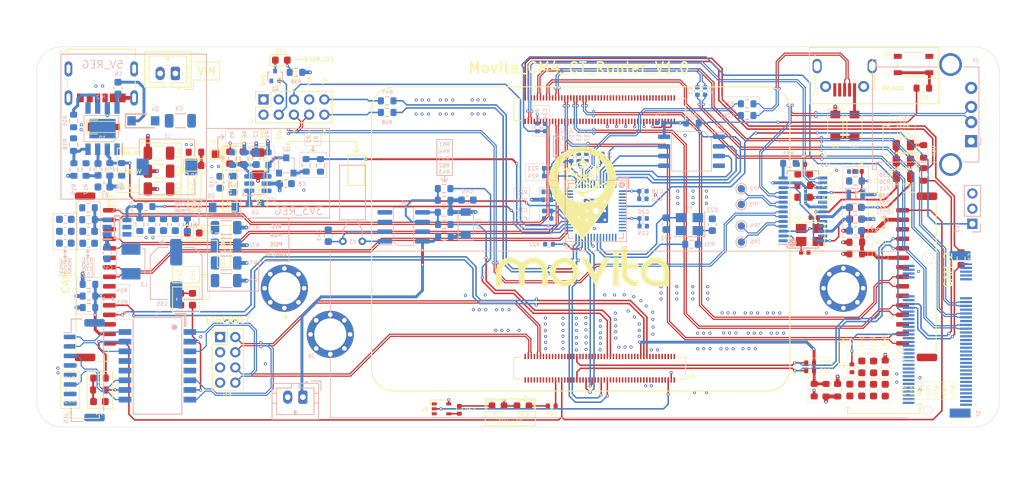
<source format=kicad_pcb>
(kicad_pcb (version 20240108) (generator "pcbnew") (generator_version "8.0")
  (title_block (title "KSS-E") (date "2020-07-13") (rev "REV1") (company "SmartEQ Bilisim"))
  (layers (0 "F.Cu" jumper) (1 "In1.Cu" signal "GND_1") (2 "In2.Cu" power "POWER_1") (3 "In3.Cu" power "POWER_2") (4 "In4.Cu" signal "GND_2") (31 "B.Cu" signal) (34 "B.Paste" user) (35 "F.Paste" user) (36 "B.SilkS" user "B.Silkscreen") (37 "F.SilkS" user "F.Silkscreen") (38 "B.Mask" user) (39 "F.Mask" user) (44 "Edge.Cuts" user))
  (net 0 "")
  (net 1 "Net-(Q2-B)")
  (net 2 "/CM4/GPIO3")
  (net 3 "/CM4/GPIO2")
  (net 4 "/CM4/SCL0")
  (net 5 "/CM4/SDA0")
  (net 6 "VIN")
  (net 7 "/CM4/PCIE_RX_N")
  (net 8 "/CM4/PCIE_RX_P")
  (net 9 "/CM4/PCIE_nRST")
  (net 10 "/CM4/PCIE_CLK_nREQ")
  (net 11 "/CM4/PCIE_CLK_N")
  (net 12 "/CM4/PCIE_CLK_P")
  (net 13 "/CM4/GPIO_VREF")
  (net 14 "/CM4/ID_SC")
  (net 15 "/CM4/ID_SD")
  (net 16 "Net-(IC1-FB)")
  (net 17 "/Power Unit/3.3V")
  (net 18 "Net-(IC1-BS)")
  (net 19 "Net-(IC1-SW)")
  (net 20 "/CM4/+1.8v")
  (net 21 "Net-(IC2-BST)")
  (net 22 "Net-(IC2-SW)")
  (net 23 "/CM4/USB2_N")
  (net 24 "/CM4/USB2_P")
  (net 25 "/CM4/GPIO25")
  (net 26 "/CM4/GPIO24")
  (net 27 "/CM4/GPIO15")
  (net 28 "/CM4/GPIO14")
  (net 29 "/CM4/nPWR_LED")
  (net 30 "Net-(IC2-COMP)")
  (net 31 "Net-(C7-Pad1)")
  (net 32 "Earth")
  (net 33 "/Power Unit/5V")
  (net 34 "/CM4/CAM1_D0_N")
  (net 35 "/CM4/CAM1_D0_P")
  (net 36 "/CM4/CAM1_D1_N")
  (net 37 "/CM4/CAM1_D1_P")
  (net 38 "/CM4/CAM1_C_N")
  (net 39 "/CM4/CAM1_C_P")
  (net 40 "/CM4/CAM0_D0_P")
  (net 41 "/RP2040/MicroUSB_3.3V")
  (net 42 "/CM4/CAM0_D1_N")
  (net 43 "Net-(C23-Pad1)")
  (net 44 "/CM4/CAM0_D1_P")
  (net 45 "/USB_HUB/OVCJ")
  (net 46 "/CM4/CAM0_C_N")
  (net 47 "Net-(U5-XOUT)")
  (net 48 "/CM4/CAM0_C_P")
  (net 49 "Net-(U5-XIN)")
  (net 50 "Net-(U5-VBUSM)")
  (net 51 "/Power Unit/USB_HUB_3V3")
  (net 52 "Net-(U5-VD18)")
  (net 53 "/PCIE /3.3V_PCIE")
  (net 54 "Net-(D6-A)")
  (net 55 "Net-(D7-A)")
  (net 56 "Net-(D8-PadC)")
  (net 57 "/RP2040/Micro")
  (net 58 "Net-(D11-A)")
  (net 59 "Net-(D11-K)")
  (net 60 "Net-(D12-K)")
  (net 61 "Net-(D13-K)")
  (net 62 "Net-(IC1-EN)")
  (net 63 "Net-(IC2-FREQ)")
  (net 64 "Net-(IC2-FB)")
  (net 66 "/USB_HUB/USB_CON_A_D+")
  (net 67 "/USB_HUB/USB_CON_A_D-")
  (net 68 "/CM4/GPIO21")
  (net 69 "Net-(J9-Pin_9)")
  (net 70 "Net-(J9-Pin_10)")
  (net 71 "/GSM/USB_GSM_D+")
  (net 72 "/GSM/GSM_STATUS")
  (net 73 "/GSM/USB_GSM_D-")
  (net 74 "Net-(J10-Pin_10)")
  (net 75 "Net-(J11-Pin_10)")
  (net 76 "/CM4/3V3_KAMERA")
  (net 77 "Net-(U3-RUN)")
  (net 78 "Net-(U3-ADC_AVDD)")
  (net 79 "Net-(U5-~{XRSTJ})")
  (net 80 "Net-(U5-BUSJ)")
  (net 81 "/CM4/CAM_GPIO")
  (net 82 "Net-(U5-REXT)")
  (net 83 "Net-(LED1-Pad2)")
  (net 84 "/USB_HUB/LED1")
  (net 85 "Net-(LED3-Pad1)")
  (net 86 "Net-(D10-Pad1)")
  (net 87 "Net-(R57-Pad2)")
  (net 90 "/CM4/CM4_+3.3v")
  (net 91 "/CM4/PCIE_TX_N")
  (net 92 "/CM4/PCIE_TX_P")
  (net 93 "/CM4/CAM0_D0_N")
  (net 94 "Net-(U6-OSCO)")
  (net 95 "/USB_HUB/DRV1")
  (net 97 "/CM4/HDMI1_SCL")
  (net 98 "/RP2040/XIN")
  (net 99 "/CM4/CAM1_D3_N")
  (net 100 "+1V1")
  (net 101 "/CM4/DSI1_D2_P")
  (net 102 "/CM4/DSI1_D1_N")
  (net 103 "/CM4/HDMI0_D2_P")
  (net 104 "/CM4/HDMI0_D2_N")
  (net 105 "/CM4/HDMI0_D0_P")
  (net 106 "/CM4/TV_OUT")
  (net 107 "/CM4/USBOTG_ID")
  (net 108 "/CM4/DSI1_D2_N")
  (net 109 "/RP2040/USB_RP2040_D+")
  (net 110 "/RP2040/~{USB_BOOT}")
  (net 111 "/RP2040/USB_RP2040_D-")
  (net 112 "VRAW")
  (net 113 "/CM4/HDMI1_D0_N")
  (net 114 "/CM4/DSI1_D0_P")
  (net 115 "/CM4/CM4_PCF_SDA")
  (net 116 "/CM4/CM4_PCF_SCL")
  (net 117 "/CM4/DSI1_C_P")
  (net 118 "/CM4/HDMI1_D1_N")
  (net 119 "/CM4/HDMI1_CEC")
  (net 120 "/RP2040/XOUT")
  (net 121 "ADC_VREF")
  (net 122 "/CM4/HDMI1_SDA")
  (net 123 "/RP2040/USB_D+")
  (net 124 "/RP2040/USB_D-")
  (net 125 "/RP2040/QSPI_SS")
  (net 126 "/RP2040/RUN")
  (net 127 "/CM4/HDMI1_D1_P")
  (net 128 "/RP2040/GPIO27_ADC1")
  (net 129 "/CM4/DSI1_C_N")
  (net 130 "/RP2040/GPIO21")
  (net 131 "/CM4/HDMI1_D2_P")
  (net 132 "/CM4/HDMI1_CK_N")
  (net 133 "/CM4/HDMI0_CK_N")
  (net 134 "/RP2040/GPIO29_ADC3")
  (net 135 "/RP2040/GPIO18")
  (net 136 "/RP2040/QSPI_SD1")
  (net 137 "/RP2040/GPIO26_ADC0")
  (net 138 "/RP2040/GPIO15")
  (net 139 "/RP2040/GPIO12")
  (net 140 "/RP2040/GPIO11")
  (net 141 "/RP2040/GPIO8")
  (net 142 "/RP2040/GPIO5")
  (net 143 "/RP2040/GPIO20")
  (net 144 "/RP2040/GPIO6")
  (net 145 "/RP2040/QSPI_SD2")
  (net 146 "/RP2040/GPIO13")
  (net 147 "/RP2040/GPIO9")
  (net 148 "/RP2040/GPIO0")
  (net 149 "/RP2040/GPIO24")
  (net 150 "/RP2040/QSPI_SD3")
  (net 151 "/RP2040/GPIO4")
  (net 152 "/RP2040/GPIO23")
  (net 153 "/RP2040/GPIO22")
  (net 154 "/RP2040/GPIO19")
  (net 155 "/RP2040/QSPI_SCLK")
  (net 156 "/RP2040/GPIO25")
  (net 157 "/RP2040/QSPI_SD0")
  (net 158 "/RP2040/GPIO1")
  (net 159 "/RP2040/GPIO28_ADC2")
  (net 160 "/RP2040/GPIO14")
  (net 161 "/RP2040/GPIO2")
  (net 162 "/RP2040/GPIO10")
  (net 163 "/RP2040/GPIO7")
  (net 164 "/CM4/DSI1_D0_N")
  (net 166 "Net-(U6-OSCI)")
  (net 168 "/CM4/HDMI1_D2_N")
  (net 169 "/CM4/DSI1_D3_N")
  (net 170 "/CM4/CAM1_D2_N")
  (net 171 "/CM4/HDMI1_CK_P")
  (net 172 "/CM4/HDMI0_CEC")
  (net 173 "/CM4/HDMI0_D1_P")
  (net 174 "/CM4/HDMI1_D0_P")
  (net 175 "/CM4/HDMI0_HOTPLUG")
  (net 176 "/CM4/CAM1_D2_P")
  (net 177 "/CM4/DSI1_D3_P")
  (net 178 "/CM4/DSI1_D1_P")
  (net 179 "/CM4/DSI0_D1_P")
  (net 180 "/CM4/HDMI1_HOTPLUG")
  (net 181 "/CM4/HDMI0_SCL")
  (net 182 "/CM4/DSI0_D0_N")
  (net 183 "/CM4/HDMI0_SDA")
  (net 184 "/CM4/DSI0_D1_N")
  (net 185 "/CM4/DSI0_D0_P")
  (net 186 "/CM4/DSI0_C_N")
  (net 187 "/CM4/HDMI0_CK_P")
  (net 188 "/CM4/HDMI0_D1_N")
  (net 189 "/CM4/HDMI0_D0_N")
  (net 190 "/CM4/DSI0_C_P")
  (net 191 "/CM4/CAM1_D3_P")
  (net 192 "TX_P")
  (net 193 "TX_N")
  (net 194 "RX_P")
  (net 195 "RX_N")
  (net 196 "/USB_HUB/5V_HUB_1")
  (net 197 "/Power Unit/HUB_5V")
  (net 198 "/RP2040/GPIO3")
  (net 199 "/PCIE /+3.3V_PCIE")
  (net 200 "/CM4/+CM4_5V")
  (net 201 "Net-(J2-Pin_1)")
  (net 202 "/Power Unit/RTC_3V3")
  (net 203 "/USB_HUB/USB_DP2_P")
  (net 204 "/USB_HUB/USB_DP2_N")
  (net 205 "/USB_HUB/USB_DP4_P")
  (net 206 "/USB_HUB/USB_DP4_N")
  (net 207 "Net-(J5-P50)")
  (net 208 "Net-(J5-P38)")
  (net 209 "/PCIE /PMIC_32KOUT_SOC")
  (net 243 "/PCIE /PCIE20_TX_N")
  (net 244 "/PCIE /PCIE20_TX_P")
  (net 247 "Net-(C41-Pad2)")
  (net 248 "Net-(T1-CT1)")
  (net 249 "Net-(C44-Pad1)")
  (net 250 "TRD0_P")
  (net 251 "RX0_P")
  (net 252 "TRD0_N")
  (net 253 "RX0_N")
  (net 254 "Net-(T1-CT3)")
  (net 255 "Net-(T1-CT4)")
  (net 260 "/Power Unit/SY8113B_Reg")
  (net 261 "Net-(IC3-BS)")
  (net 262 "Net-(IC3-LX)")
  (net 263 "/Power Unit/REG1_3V3")
  (net 264 "Net-(IC3-FB)")
  (net 265 "Net-(D2-A)")
  (net 266 "Net-(IC3-EN)")
  (net 267 "/PCIE /PCIE20_WAKEn_M2")
  (net 268 "Net-(R11-Pad1)")
  (net 269 "Net-(R60-Pad2)")
  (net 270 "Net-(U9A-PI_nLED_Activity)")
  (net 271 "/CM4/AIN0")
  (net 272 "/CM4/GPIO19")
  (net 273 "/CM4/GPIO8")
  (net 274 "/CM4/SD_CLK")
  (net 275 "/CM4/BT_nDis")
  (net 276 "/CM4/GPIO23")
  (net 277 "/CM4/TRD2_N")
  (net 278 "/CM4/SD_DAT3")
  (net 279 "/CM4/SD_DAT0")
  (net 280 "/CM4/TRD3_P")
  (net 281 "/CM4/GPIO22")
  (net 283 "/CM4/SD_CMD")
  (net 284 "/CM4/GPIO5")
  (net 286 "/CM4/TRD2_P")
  (net 287 "/CM4/SYNC_OUT")
  (net 288 "/CM4/GPIO18")
  (net 289 "/CM4/GPIO10")
  (net 290 "/CM4/EEPROM_nWP")
  (net 291 "/CM4/GPIO4")
  (net 292 "/CM4/AIN1")
  (net 293 "/CM4/GPIO13")
  (net 294 "/CM4/GPIO6")
  (net 297 "/CM4/nRPIBOOT")
  (net 298 "/CM4/GPIO11")
  (net 300 "/CM4/SYNC_IN")
  (net 301 "/CM4/Reserved")
  (net 304 "/CM4/GPIO17")
  (net 305 "/CM4/GPIO16")
  (net 306 "/CM4/TRD3_N")
  (net 307 "/CM4/GPIO27")
  (net 308 "/CM4/GPIO9")
  (net 309 "/CM4/ETH_LEDG")
  (net 310 "/CM4/ETH_LEDY")
  (net 311 "/CM4/GPIO26")
  (net 312 "/CM4/SD_PWR_ON")
  (net 313 "/CM4/nEXTRST")
  (net 314 "/CM4/SD_DAT2")
  (net 315 "/CM4/GPIO7")
  (net 316 "/CM4/GPIO20")
  (net 317 "/CM4/GPIO12")
  (net 318 "/CM4/GLOBAL_EN")
  (net 319 "/CM4/RUN_PG")
  (net 320 "/CM4/WL_nDis")
  (net 321 "/CM4/SD_DAT1")
  (net 322 "Net-(U9B-PCIe_CLK_nREQ)")
  (footprint "Resistor_SMD:R_0603_1608Metric" (layer "F.Cu") (at 130.00203 96.362454)
    (property "Reference" "R20")
    (property "Value" "4.7K")
  )
  (footprint "Resistor_SMD:R_1206_3216Metric" (layer "F.Cu") (at 125.26703 96.482454 180)
    (property "Reference" "R14")
    (property "Value" "10mR")
  )
  (footprint "Resistor_SMD:R_1206_3216Metric" (layer "F.Cu") (at 125.26953 98.852454 180)
    (property "Reference" "R13")
    (property "Value" "10mR")
  )
  (footprint "Resistor_SMD:R_0603_1608Metric" (layer "F.Cu") (at 216.888767 108.20419)
    (property "Reference" "R50")
    (property "Value" "DNP")
  )
  (footprint "Resistor_SMD:R_0603_1608Metric" (layer "F.Cu") (at 230.74203 110.352454 -90)
    (property "Reference" "R12")
    (property "Value" "0R")
  )
  (footprint "Capacitor_SMD:C_0603_1608Metric" (layer "F.Cu") (at 216.838767 103.61419)
    (property "Reference" "C33")
    (property "Value" "10uF")
  )
  (footprint "Resistor_SMD:R_0402_1005Metric" (layer "F.Cu") (at 164.763767 130.23419 -90)
    (property "Reference" "R57")
    (property "Value" "1K")
  )
  (footprint "Footprint Library:JST_1x15-1MP_P1.25mm_Vertical" (layer "F.Cu") (at 116.903767 112.74419 -90)
    (property "Reference" "J11")
    (property "Value" "JST_1x15-1MP_P1.25mm_Vertical" (hide yes))
  )
  (footprint "Resistor_SMD:R_1206_3216Metric" (layer "F.Cu") (at 138.29203 97.862454 -90)
    (property "Reference" "R9")
    (property "Value" "10mR")
  )
  (footprint "LED_SMD:LED_0805_2012Metric" (layer "F.Cu") (at 223.153767 97.49919 180)
    (property "Reference" "LED2")
    (property "Value" "LED Green")
  )
  (footprint "Resistor_SMD:R_0603_1608Metric" (layer "F.Cu") (at 210.04203 100.75419 180)
    (property "Reference" "R34")
    (property "Value" "100K")
  )
  (footprint "Resistor_SMD:R_1206_3216Metric" (layer "F.Cu") (at 125.27453 101.192454 180)
    (property "Reference" "R10")
    (property "Value" "10mR")
  )
  (footprint "Resistor_SMD:R_0402_1005Metric" (layer "F.Cu") (at 210.883767 125.10419 180)
    (property "Reference" "R58")
    (property "Value" "2.2K 1%")
  )
  (footprint "Capacitor_SMD:C_0402_1005Metric" (layer "F.Cu") (at 211.426267 104.94419 180)
    (property "Reference" "C27")
    (property "Value" "27pF")
  )
  (footprint "Connector_PinHeader_2.00mm:PinHeader_2x05_P2.00mm_Vertical" (layer "F.Cu") (at 139.013767 89.42419)
    (property "Reference" "J9")
    (property "Value" "PinHeader_2x05_P2.00mm_Vertical_MALE")
  )
  (footprint "Capacitor_SMD:C_0603_1608Metric" (layer "F.Cu") (at 128.11203 115.687454 -90)
    (property "Reference" "C42")
    (property "Value" "0.01uF")
  )
  (footprint "Capacitor_SMD:C_0402_1005Metric" (layer "F.Cu") (at 209.72203 97.972454 180)
    (property "Reference" "C31")
    (property "Value" "10uF")
  )
  (footprint "Footprint Library:SOT-353_SC-70-5" (layer "F.Cu") (at 162.413767 130.10419)
    (property "Reference" "U8")
    (property "Value" "74LVC1G07SE-7")
  )
  (footprint "TestPoint:TestPoint_Pad_1.0x1.0mm" (layer "F.Cu") (at 132.69203 96.612454 90)
    (property "Reference" "TP1")
    (property "Value" "DNP")
  )
  (footprint "Capacitor_SMD:C_0603_1608Metric" (layer "F.Cu") (at 219.22203 127.647454 -90)
    (property "Reference" "C37")
    (property "Value" "100nF")
  )
  (footprint "Resistor_SMD:R_0603_1608Metric" (layer "F.Cu") (at 216.878767 109.72419)
    (property "Reference" "R49")
    (property "Value" "0R")
  )
  (footprint "Capacitor_SMD:C_0603_1608Metric" (layer "F.Cu") (at 216.11203 127.637454 -90)
    (property "Reference" "C35")
    (property "Value" "100nF")
  )
  (footprint "LED_SMD:LED_0603_1608Metric" (layer "F.Cu") (at 169.846267 129.72419)
    (property "Reference" "D12")
    (property "Value" "LED Red")
  )
  (footprint "Capacitor_SMD:C_0603_1608Metric" (layer "F.Cu") (at 117.43203 129.152454)
    (property "Reference" "C44")
    (property "Value" "1000pF")
  )
  (footprint "Resistor_SMD:R_0603_1608Metric" (layer "F.Cu") (at 216.868767 106.68419)
    (property "Reference" "R51")
    (property "Value" "DNP")
  )
  (footprint "Footprint Library:Micro-B SMD" (layer "F.Cu") (at 215.423767 87.71794 180)
    (property "Reference" "J3")
    (property "Value" "SHOU HAN MICRO XNJ ZB" (hide yes))
  )
  (footprint "Footprint Library:JST_1x15-1MP_P1.25mm_Vertical" (layer "F.Cu") (at 224.893767 112.74419 90)
    (property "Reference" "J10")
    (property "Value" "JST_1x15-1MP_P1.25mm_Vertical" (hide yes))
  )
  (footprint "Footprint Library:Screw Terminal Shinbo" (layer "F.Cu") (at 215.253767 114.24419 180)
    (property "Reference" "J7")
    (property "Value" "M3x*0.5 L=8")
  )
  (footprint "Capacitor_SMD:C_0402_1005Metric" (layer "F.Cu") (at 210.186267 109.53419)
    (property "Reference" "C26")
    (property "Value" "27pF")
  )
  (footprint "LED_SMD:LED_0603_1608Metric" (layer "F.Cu") (at 173.126267 129.72419 180)
    (property "Reference" "D13")
    (property "Value" "LED Red")
  )
  (footprint "Resistor_SMD:R_0402_1005Metric" (layer "F.Cu") (at 210.893767 124.05419 180)
    (property "Reference" "R59")
    (property "Value" "2.2K 1%")
  )
  (footprint "LED_SMD:LED_0603_1608Metric" (layer "F.Cu") (at 130.02203 98.122454)
    (property "Reference" "D6")
    (property "Value" "LED_WHITE")
  )
  (footprint "Footprint Library:SKRPANE010" (layer "F.Cu") (at 224.488767 84.83074 180)
    (property "Reference" "S1")
    (property "Value" "SKRPANE010" (hide yes))
  )
  (footprint "Crystal:Crystal_SMD_3225-4Pin_3.2x2.5mm" (layer "F.Cu") (at 210.806267 107.24419 180)
    (property "Reference" "Y2")
    (property "Value" "CRYSTAL 12MHz")
  )
  (footprint "Resistor_SMD:R_0603_1608Metric" (layer "F.Cu") (at 212.973767 127.65419 90)
    (property "Reference" "R55")
    (property "Value" "0R")
  )
  (footprint "LED_SMD:LED_0805_2012Metric" (layer "F.Cu") (at 223.173767 99.59419)
    (property "Reference" "LED1")
    (property "Value" "LED Green")
  )
  (footprint "Capacitor_SMD:C_0603_1608Metric" (layer "F.Cu") (at 216.868767 105.16419)
    (property "Reference" "C32")
    (property "Value" "100nF")
  )
  (footprint "Resistor_SMD:R_0402_1005Metric" (layer "F.Cu") (at 176.913767 129.72419)
    (property "Reference" "R65")
    (property "Value" "1K")
  )
  (footprint "Footprint Library:Screw Terminal Shinbo" (layer "F.Cu") (at 141.753767 114.24419 180)
    (property "Reference" "J8")
    (property "Value" "M3x*0.5 L=8")
  )
  (footprint "LED_SMD:LED_0603_1608Metric" (layer "F.Cu") (at 134.58203 97.079954 -90)
    (property "Reference" "D7")
    (property "Value" "LED_WHITE")
  )
  (footprint "Footprint Library:TYPE-C 6P(073)" (layer "F.Cu") (at 120.43203 89.217454 180)
    (property "Reference" "P1")
    (property "Value" "TYPE-C 6P(073)")
  )
  (footprint "Resistor_SMD:R_0603_1608Metric" (layer "F.Cu") (at 136.34203 97.102454 -90)
    (property "Reference" "R21")
    (property "Value" "4.7K")
  )
  (footprint "LED_SMD:LED_0603_1608Metric" (layer "F.Cu") (at 129.78203 106.972454 180)
    (property "Reference" "D2")
    (property "Value" "LED_WHITE")
  )
  (footprint "Footprint Library:LOGO_2" (layer "F.Cu") (at 181.503767 106.29419)
    (property "Reference" "G***")
    (property "Value" "LOGO" (hide yes))
  )
  (footprint "Resistor_SMD:R_0603_1608Metric" (layer "F.Cu") (at 214.503767 127.65419 90)
    (property "Reference" "R60")
    (property "Value" "0R")
  )
  (footprint "Resistor_SMD:R_0603_1608Metric" (layer "F.Cu") (at 117.43203 127.622454)
    (property "Reference" "R4")
    (property "Value" "75R")
  )
  (footprint "Footprint Library:SS14" (layer "F.Cu") (at 214.193767 92.90419 -90)
    (property "Reference" "D9")
    (property "Value" "SS14" (hide yes))
  )
  (footprint "Capacitor_SMD:C_0603_1608Metric" (layer "F.Cu") (at 220.76203 127.647454 -90)
    (property "Reference" "C38")
    (property "Value" "100nF")
  )
  (footprint "LED_SMD:LED_0603_1608Metric" (layer "F.Cu") (at 141.353767 84.25419)
    (property "Reference" "D11")
    (property "Value" "LED_WHITE")
  )
  (footprint "Resistor_SMD:R_0603_1608Metric" (layer "F.Cu") (at 216.843767 100.14419 180)
    (property "Reference" "R33")
    (property "Value" "47K")
  )
  (footprint "Resistor_SMD:R_0603_1608Metric" (layer "F.Cu") (at 225.79703 99.282454 -90)
    (property "Reference" "R11")
    (property "Value" "0R")
  )
  (footprint "Connector_PinHeader_2.00mm:PinHeader_2x04_P2.00mm_Vertical" (layer "F.Cu") (at 133.30203 120.662454)
    (property "Reference" "J12")
    (property "Value" "PinHeader_2x04_P2.00mm_Vertical_MALE")
  )
  (footprint "Capacitor_SMD:C_0603_1608Metric" (layer "F.Cu") (at 129.67203 115.692454 90)
    (property "Reference" "C41")
    (property "Value" "0.01uF")
  )
  (footprint "Resistor_SMD:R_0603_1608Metric" (layer "F.Cu") (at 225.813767 96.25419 -90)
    (property "Reference" "R39")
    (property "Value" "470R")
  )
  (footprint "Capacitor_SMD:C_0603_1608Metric" (layer "F.Cu") (at 217.67203 127.637454 -90)
    (property "Reference" "C36")
    (property "Value" "100nF")
  )
  (footprint "Resistor_SMD:R_0603_1608Metric" (layer "F.Cu") (at 220.763767 124.57419 -90)
    (property "Reference" "R40")
    (property "Value" "0R")
  )
  (footprint "LED_SMD:LED_0805_2012Metric" (layer "F.Cu") (at 223.153767 95.42419 180)
    (property "Reference" "LED3")
    (property "Value" "LED Green")
  )
  (footprint "Resistor_SMD:R_0603_1608Metric" (layer "F.Cu") (at 117.45203 126.062454)
    (property "Reference" "R42")
    (property "Value" "75R")
  )
  (footprint "Capacitor_SMD:C_0603_1608Metric" (layer "F.Cu") (at 219.23203 124.592454 90)
    (property "Reference" "C39")
    (property "Value" "100nF")
  )
  (footprint "Connector_JST:JST_PH_B2B-PH-K_1x02_P2.00mm_Vertical" (layer "F.Cu") (at 127.42203 86.002454 180)
    (property "Reference" "J1")
    (property "Value" "JST_PH_B2B-PH-K_1x02_P2.00mm_Vertical")
  )
  (footprint "Footprint Library:MODULE_CM4102008" (layer "F.Cu") (at 180.72203 107.762454 180)
    (property "Reference" "U9")
    (property "Value" "DF40C-100DS-0.4V")
  )
  (footprint "Resistor_SMD:R_0402_1005Metric" (layer "F.Cu") (at 216.38203 124.772454 90)
    (property "Reference" "R3")
    (property "Value" "10K")
  )
  (footprint "Capacitor_SMD:C_0402_1005Metric" (layer "F.Cu") (at 217.193767 98.88419 180)
    (property "Reference" "C28")
    (property "Value" "100nF")
  )
  (footprint "Resistor_SMD:R_0603_1608Metric" (layer "F.Cu") (at 225.703767 87.93764)
    (property "Reference" "R29")
    (property "Value" "1K")
  )
  (footprint "Capacitor_SMD:C_0603_1608Metric" (layer "F.Cu") (at 217.68203 124.587454 90)
    (property "Reference" "C40")
    (property "Value" "100nF")
  )
  (footprint "Capacitor_SMD:C_0603_1608Metric" (layer "F.Cu") (at 210.04203 99.232454)
    (property "Reference" "C29")
    (property "Value" "100nF")
  )
  (footprint "Footprint Library:SS14" (layer "F.Cu") (at 216.721267 92.91419 90)
    (property "Reference" "D8")
    (property "Value" "SS14" (hide yes))
  )
  (footprint "Footprint Library:2SS100LW" (layer "F.Cu") (at 118.008767 93.03419)
    (property "Reference" "D1")
    (property "Value" "2SS100L-W" (hide yes))
  )
  (footprint "Resistor_SMD:R_0603_1608Metric" (layer "F.Cu") (at 211.423767 127.64419 90)
    (property "Reference" "R56")
    (property "Value" "DNP")
  )
  (footprint "Resistor_SMD:R_0603_1608Metric" (layer "F.Cu") (at 210.03203 102.282454 180)
    (property "Reference" "R35")
    (property "Value" "100K")
  )
  (footprint "Capacitor_SMD:C_0603_1608Metric" (layer "B.Cu") (at 198.023767 105.89419 90)
    (property "Reference" "C23")
    (property "Value" "27pF")
  )
  (footprint "Capacitor_SMD:C_0603_1608Metric" (layer "B.Cu") (at 137.893767 103.07669)
    (property "Reference" "C5")
    (property "Value" "100nF")
  )
  (footprint "Capacitor_SMD:C_0402_1005Metric" (layer "B.Cu") (at 181.473767 97.05419 90)
    (property "Reference" "C12")
    (property "Value" "100nF")
  )
  (footprint "Capacitor_SMD:C_0402_1005Metric" (layer "B.Cu") (at 176.381267 105.07669 180)
    (property "Reference" "C17")
    (property "Value" "100nF")
  )
  (footprint "Resistor_SMD:R_0603_1608Metric" (layer "B.Cu") (at 115.678767 98.63619 90)
    (property "Reference" "R17")
    (property "Value" "100K")
  )
  (footprint "Resistor_SMD:R_0603_1608Metric" (layer "B.Cu") (at 202.608767 89.99419 180)
    (property "Reference" "R27")
    (property "Value" "27R")
  )
  (footprint "Capacitor_SMD:C_0603_1608Metric" (layer "B.Cu") (at 112.95203 108.312454)
    (property "Reference" "C54")
    (property "Value" "100nF")
  )
  (footprint "Resistor_SMD:R_0603_1608Metric" (layer "B.Cu") (at 116.063767 115.27419)
    (property "Reference" "R53")
    (property "Value" "DNP")
  )
  (footprint "Capacitor_SMD:C_0402_1005Metric" (layer "B.Cu") (at 183.543767 97.05419 90)
    (property "Reference" "C11")
    (property "Value" "100nF")
  )
  (footprint "Resistor_SMD:R_0402_1005Metric" (layer "B.Cu") (at 175.03203 93.092454 -90)
    (property "Reference" "R41")
    (property "Value" "1K")
  )
  (footprint "Resistor_SMD:R_0603_1608Metric" (layer "B.Cu") (at 162.758767 104.24419 180)
    (property "Reference" "R45")
    (property "Value" "4.7K")
  )
  (footprint "Resistor_SMD:R_0603_1608Metric" (layer "B.Cu") (at 116.063767 116.78419)
    (property "Reference" "R52")
    (property "Value" "0R")
  )
  (footprint "Resistor_SMD:R_0603_1608Metric" (layer "B.Cu") (at 116.063767 113.73419)
    (property "Reference" "R54")
    (property "Value" "DNP")
  )
  (footprint "Capacitor_SMD:C_0603_1608Metric" (layer "B.Cu") (at 117.248767 98.62619 90)
    (property "Reference" "C7")
    (property "Value" "150pF")
  )
  (footprint "Footprint Library:C_1206_3216Metric" (layer "B.Cu") (at 128.08203 92.232454 180)
    (property "Reference" "C9")
    (property "Value" "100uF")
  )
  (footprint "Capacitor_SMD:C_0603_1608Metric" (layer "B.Cu") (at 191.933767 105.75419 -90)
    (property "Reference" "C22")
    (property "Value" "27pF")
  )
  (footprint "Capacitor_SMD:C_0603_1608Metric" (layer "B.Cu") (at 141.913767 100.49419 180)
    (property "Reference" "C8")
    (property "Value" "4.7uF/50V")
  )
  (footprint "Connector_USB:USB_A_Stewart_SS-52100-001_Horizontal" (layer "B.Cu") (at 232.063767 94.90419 90)
    (property "Reference" "J4")
    (property "Value" "USB-A Female SMD connector")
  )
  (footprint "TestPoint:TestPoint_Pad_D1.0mm" (layer "B.Cu") (at 201.833767 108.17419 180)
    (property "Reference" "TP5")
    (property "Value" "DNP")
  )
  (footprint "Resistor_SMD:R_0603_1608Metric" (layer "B.Cu") (at 162.758767 101.14419)
    (property "Reference" "R61")
    (property "Value" "0R")
  )
  (footprint "Capacitor_SMD:C_0402_1005Metric" (layer "B.Cu") (at 188.903767 101.48419)
    (property "Reference" "C18")
    (property "Value" "100nF")
  )
  (footprint "Footprint Library:H1102NL" (layer "B.Cu") (at 125.06703 124.447454 -90)
    (property "Reference" "T1")
    (property "Value" "H1102NL" (hide yes))
  )
  (footprint "Capacitor_SMD:C_0603_1608Metric" (layer "B.Cu") (at 118.02203 100.932454)
    (property "Reference" "C1")
    (property "Value" "10uF")
  )
  (footprint "Capacitor_SMD:C_0603_1608Metric" (layer "B.Cu") (at 116.02203 106.762454 180)
    (property "Reference" "C50")
    (property "Value" "22pF")
  )
  (footprint "Capacitor_SMD:C_0603_1608Metric" (layer "B.Cu") (at 127.41203 105.897454 -90)
    (property "Reference" "C47")
    (property "Value" "10uF")
  )
  (footprint "Crystal:Crystal_AT310_D3.0mm_L10.0mm_Horizontal" (layer "B.Cu") (at 149.453767 108.07419)
    (property "Reference" "Y3")
    (property "Value" "CRYSTAL 32.7680KHZ 12.5PF TH")
  )
  (footprint "Resistor_SMD:R_1206_3216Metric" (layer "B.Cu") (at 134.09953 106.272454)
    (property "Reference" "R75")
    (property "Value" "10mR")
  )
  (footprint "Resistor_SMD:R_0603_1608Metric" (layer "B.Cu") (at 118.808767 98.61619 90)
    (property "Reference" "R7")
    (property "Value" "100K")
  )
  (footprint "Capacitor_SMD:C_0603_1608Metric" (layer "B.Cu") (at 119.88203 87.932454 -90)
    (property "Reference" "C6")
    (property "Value" "100nF")
  )
  (footprint "Capacitor_SMD:C_0402_1005Metric" (layer "B.Cu") (at 180.463767 97.04419 90)
    (property "Reference" "C13")
    (property "Value" "1uF")
  )
  (footprint "Resistor_SMD:R_0603_1608Metric" (layer "B.Cu") (at 116.00203 105.232454)
    (property "Reference" "R70")
    (property "Value" "232K")
  )
  (footprint "Capacitor_SMD:C_0603_1608Metric" (layer "B.Cu") (at 124.32203 105.887454 -90)
    (property "Reference" "C48")
    (property "Value" "10uF")
  )
  (footprint "Resistor_SMD:R_0402_1005Metric" (layer "B.Cu") (at 176.33953 101.564954 180)
    (property "Reference" "R25")
    (property "Value" "1K")
  )
  (footprint "Resistor_SMD:R_0603_1608Metric" (layer "B.Cu") (at 155.273767 91.13419)
    (property "Reference" "R48")
    (property "Value" "DNP")
  )
  (footprint "Footprint Library:SS14" (layer "B.Cu") (at 165.603767 105.72419 90)
    (property "Reference" "D10")
    (property "Value" "SS14" (hide yes))
  )
  (footprint "Resistor_SMD:R_0603_1608Metric" (layer "B.Cu") (at 202.608767 91.53419 180)
    (property "Reference" "R26")
    (property "Value" "27R")
  )
  (footprint "Resistor_SMD:R_0603_1608Metric" (layer "B.Cu") (at 139.603767 97.19669 -90)
    (property "Reference" "R16")
    (property "Value" "10K")
  )
  (footprint "TestPoint:TestPoint_Pad_D1.0mm" (layer "B.Cu") (at 201.833767 103.23419 180)
    (property "Reference" "TP3")
    (property "Value" "DNP")
  )
  (footprint "Footprint Library:JST_1x8_1MP_P1.25mm_Vertical" (layer "B.Cu") (at 113.59203 129.397454 -90)
    (property "Reference" "J15")
    (property "Value" "JST_1x8-1MP_P1.25mm_Vertical")
  )
  (footprint "Footprint Library:CDRH74NP100MCB" (layer "B.Cu") (at 126.323767 98.29419 90)
    (property "Reference" "L1")
    (property "Value" "CDRH74NP-100MC-B" (hide yes))
  )
  (footprint "Capacitor_SMD:C_0402_1005Metric" (layer "B.Cu") (at 188.893767 102.49419)
    (property "Reference" "C15")
    (property "Value" "100nF")
  )
  (footprint "Resistor_SMD:R_1206_3216Metric" (layer "B.Cu") (at 134.09953 110.922454)
    (property "Reference" "R73")
    (property "Value" "10mR")
  )
  (footprint "Capacitor_SMD:C_0402_1005Metric" (layer "B.Cu") (at 191.223767 92.49419 180)
    (property "Reference" "C24")
    (property "Value" "100nF")
  )
  (footprint "Capacitor_SMD:C_0402_1005Metric" (layer "B.Cu") (at 176.391267 104.08669 180)
    (property "Reference" "C16")
    (property "Value" "100nF")
  )
  (footprint "Resistor_SMD:R_0603_1608Metric" (layer "B.Cu") (at 162.798767 107.43419 180)
    (property "Reference" "R43")
    (property "Value" "150R")
  )
  (footprint "Capacitor_SMD:C_0603_1608Metric" (layer "B.Cu") (at 116.02203 108.332454 180)
    (property "Reference" "C53")
    (property "Value" "100nF")
  )
  (footprint "Resistor_SMD:R_0603_1608Metric" (layer "B.Cu") (at 114.078767 98.63619 -90)
    (property "Reference" "R19")
    (property "Value" "210K")
  )
  (footprint "Resistor_SMD:R_0603_1608Metric" (layer "B.Cu") (at 114.04203 92.252454 -90)
    (property "Reference" "R15")
    (property "Value" "200K")
  )
  (footprint "Footprint Library:MMBT2222ALT1G" (layer "B.Cu") (at 142.003767 97.09919 180)
    (property "Reference" "Q2")
    (property "Value" "MMBT2222ALT1G" (hide yes))
  )
  (footprint "Resistor_SMD:R_0603_1608Metric" (layer "B.Cu") (at 123.57203 103.502454 180)
    (property "Reference" "R64")
    (property "Value" "10K")
  )
  (footprint "Capacitor_SMD:C_0402_1005Metric" (layer "B.Cu") (at 188.94203 106.082454)
    (property "Reference" "C19")
    (property "Value" "100nF")
  )
  (footprint "Footprint Library:121992306" (layer "B.Cu") (at 223.833767 120.31419 90)
    (property "Reference" "J5")
    (property "Value" "APCI0079-P002A J8900 M.2 M Key" (hide yes))
    (fp_circle (center 10 2.55) (end 10.75 2.55) (stroke (width 0.05)) (fill none) (layer "Edge.Cuts"))
    (fp_circle (center -10 2.55) (end -9.4 2.55) (stroke (width 0.05)) (fill none) (layer "Edge.Cuts"))
  )
  (footprint "Resistor_SMD:R_0603_1608Metric" (layer "B.Cu") (at 216.848767 105.15419)
    (property "Reference" "R32")
    (property "Value" "10K")
  )
  (footprint "TestPoint:TestPoint_Pad_D1.0mm" (layer "B.Cu") (at 201.833767 101.17419 180)
    (property "Reference" "TP2")
    (property "Value" "DNP")
  )
  (footprint "Resistor_SMD:R_0603_1608Metric" (layer "B.Cu") (at 143.273767 85.85419)
    (property "Reference" "R46")
    (property "Value" "10K")
  )
  (footprint "Resistor_SMD:R_0603_1608Metric" (layer "B.Cu") (at 122.75203 105.887454 90)
    (property "Reference" "R68")
    (property "Value" "DNP")
  )
  (footprint "Package_TO_SOT_SMD:SOT-23-6" (layer "B.Cu") (at 138.273767 100.48669)
    (property "Reference" "IC1")
    (property "Value" "BL9342")
  )
  (footprint "Resistor_SMD:R_0603_1608Metric" (layer "B.Cu") (at 134.933767 97.20669 90)
    (property "Reference" "R5")
    (property "Value" "40.2K")
  )
  (footprint "Capacitor_SMD:C_0603_1608Metric" (layer "B.Cu") (at 125.86203 105.897454 -90)
    (property "Reference" "C46")
    (property "Value" "10uF")
  )
  (footprint "Resistor_SMD:R_0402_1005Metric" (layer "B.Cu") (at 176.553767 108.45419 180)
    (property "Reference" "R22")
    (property "Value" "0R")
  )
  (footprint "Resistor_SMD:R_0603_1608Metric" (layer "B.Cu") (at 195.418767 92.51919)
    (property "Reference" "R30")
    (property "Value" "DNP")
  )
  (footprint "Resistor_SMD:R_0603_1608Metric" (layer "B.Cu") (at 146.503767 98.09419 -90)
    (property "Reference" "R1")
    (property "Value" "10K")
  )
  (footprint "Footprint Library:RP2040-QFN-56" (layer "B.Cu") (at 182.713767 104.07669 180)
    (property "Reference" "U3")
    (property "Value" "RP2040")
  )
  (footprint "Connector_JST:JST_PH_B2B-PH-K_1x02_P2.00mm_Vertical" (layer "B.Cu") (at 144.19203 128.562454 180)
    (property "Reference" "J2")
    (property "Value" "JST_PH_B2B-PH-K_1x02_P2.00mm_Vertical")
  )
  (footprint "Capacitor_SMD:C_0603_1608Metric" (layer "B.Cu") (at 138.053767 97.20669 -90)
    (property "Reference" "C2")
    (property "Value" "33pF")
  )
  (footprint "Resistor_SMD:R_0603_1608Metric" (layer "B.Cu") (at 162.758767 102.67419 180)
    (property "Reference" "R44")
    (property "Value" "4.7K")
  )
  (footprint "Capacitor_SMD:C_0603_1608Metric" (layer "B.Cu") (at 216.848767 106.70419)
    (property "Reference" "C25")
    (property "Value" "100nF")
  )
  (footprint "Resistor_SMD:R_0603_1608Metric" (layer "B.Cu") (at 144.613767 98.08419 -90)
    (property "Reference" "R2")
    (property "Value" "1K")
  )
  (footprint "Footprint Library:Screw Terminal Shinbo" (layer "B.Cu") (at 147.790767 120.31419 180)
    (property "Reference" "J6")
    (property "Value" "M3x*0.5 L=3")
  )
  (footprint "Crystal:Crystal_SMD_3225-4Pin_3.2x2.5mm" (layer "B.Cu") (at 195.023767 105.81419 180)
    (property "Reference" "Y1")
    (property "Value" "CF4012M00020001")
  )
  (footprint "Resistor_SMD:R_0603_1608Metric" (layer "B.Cu") (at 128.99703 105.892454 90)
    (property "Reference" "R69")
    (property "Value" "4.7K")
  )
  (footprint "Resistor_SMD:R_0603_1608Metric" (layer "B.Cu") (at 120.358767 98.61619 -90)
    (property "Reference" "R8")
    (property "Value" "2.2K")
  )
  (footprint "Resistor_SMD:R_0603_1608Metric" (layer "B.Cu") (at 216.838767 103.61419 180)
    (property "Reference" "R38")
    (property "Value" "470R")
  )
  (footprint "Resistor_SMD:R_0402_1005Metric" (layer "B.Cu") (at 176.33203 102.602454)
    (property "Reference" "R28")
    (property "Value" "10K")
  )
  (footprint "Resistor_SMD:R_0603_1608Metric" (layer "B.Cu") (at 114.028767 95.36119 90)
    (property "Reference" "R18")
    (property "Value" "40.2K")
  )
  (footprint "Capacitor_SMD:C_0603_1608Metric" (layer "B.Cu") (at 112.95203 105.182454)
    (property "Reference" "C51")
    (property "Value" "22uF")
  )
  (footprint "Footprint Library:Inductor_0402_4.7uH" (layer "B.Cu") (at 121.46203 109.842454 -90)
    (property "Reference" "L3")
    (property "Value" "HA42-4R7MT" (hide yes))
  )
  (footprint "Resistor_SMD:R_0603_1608Metric" (layer "B.Cu") (at 195.283767 108.46419)
    (property "Reference" "R31")
    (property "Value" "1K")
  )
  (footprint "Resistor_SMD:R_0603_1608Metric" (layer "B.Cu") (at 155.273767 89.60419)
    (property "Reference" "R47")
    (property "Value" "DNP")
  )
  (footprint "Resistor_SMD:R_0603_1608Metric" (layer "B.Cu") (at 162.778767 105.86419)
    (property "Reference" "R62")
    (property "Value" "0R")
  )
  (footprint "Package_SO:SSOP-28_3.9x9.9mm_P0.635mm" (layer "B.Cu") (at 209.933767 103.88169)
    (property "Reference" "U5")
    (property "Value" "FE1.1s")
  )
  (footprint "Resistor_SMD:R_0603_1608Metric" (layer "B.Cu") (at 208.163767 97.81419)
    (property "Reference" "R37")
    (property "Value" "2.7K")
  )
  (footprint "Resistor_SMD:R_1206_3216Metric" (layer "B.Cu") (at 134.09953 113.242454)
    (property "Reference" "R74")
    (property "Value" "10mR")
  )
  (footprint "Package_TO_SOT_SMD:SOT-416" (layer "B.Cu") (at 140.533767 86.33419 90)
    (property "Reference" "Q1")
    (property "Value" "DTC043ZEBTL")
  )
  (footprint "Capacitor_SMD:C_0402_1005Metric" (layer "B.Cu") (at 176.05203 93.122454 90)
    (property "Reference" "C34")
    (property "Value" "100nF")
  )
  (footprint "Connector_PinSocket_2.00mm:PinSocket_1x03_P2.00mm_Vertical" (layer "B.Cu") (at 232.22203 105.782454)
    (property "Reference" "J13")
    (property "Value" "DNP")
  )
  (footprint "Footprint Library:SS14" (layer "B.Cu") (at 133.818767 103.64419 180)
    (property "Reference" "D5")
    (property "Value" "SS14" (hide yes))
  )
  (footprint "Resistor_SMD:R_0402_1005Metric" (layer "B.Cu") (at 176.403767 99.49419)
    (property "Reference" "R24")
    (property "Value" "1R")
  )
  (footprint "Footprint Library:MP1584N" (layer "B.Cu") (at 117.843767 93.25419 90)
    (property "Reference" "IC2")
    (property "Value" "MP1584EN" (hide yes))
  )
  (footprint "Capacitor_SMD:C_0402_1005Metric" (layer "B.Cu") (at 196.06203 88.322454 -90)
    (property "Reference" "C3")
    (property "Value" "100nF")
  )
  (footprint "Capacitor_SMD:CP_Elec_6.3x5.4" (layer "B.Cu") (at 127.53203 112.302454 -90)
    (property "Reference" "C55")
    (property "Value" "220uF")
  )
  (footprint "Capacitor_SMD:C_0603_1608Metric" (layer "B.Cu") (at 118.45203 109.602454 -90)
    (property "Reference" "C49")
    (property "Value" "100nF")
  )
  (footprint "Inductor_SMD:L_0805_2012Metric" (layer "B.Cu") (at 135.023767 100.56669 -90)
    (property "Reference" "L2")
    (property "Value" "LQM21PN2R2MC0D")
  )
  (footprint "Capacitor_SMD:C_0603_1608Metric" (layer "B.Cu") (at 133.283767 100.30419 90)
    (property "Reference" "C10")
    (property "Value" "10uF")
  )
  (footprint "Capacitor_SMD:C_0402_1005Metric" (layer "B.Cu") (at 197.06203 88.322454 -90)
    (property "Reference" "C4")
    (property "Value" "100nF")
  )
  (footprint "TestPoint:TestPoint_Pad_D1.0mm" (layer "B.Cu") (at 201.833767 106.06419 180)
    (property "Reference" "TP4")
    (property "Value" "DNP")
  )
  (footprint "Footprint Library:BLM21BB050SH1D" (layer "B.Cu") (at 216.868767 101.90419 180)
    (property "Reference" "FL1")
    (property "Value" "BLM21BB050SN1D" (hide yes))
  )
  (footprint "Resistor_SMD:R_0603_1608Metric" (layer "B.Cu") (at 136.473767 97.21669 90)
    (property "Reference" "R6")
    (property "Value" "124K")
  )
  (footprint "Capacitor_SMD:C_0402_1005Metric" (layer "B.Cu") (at 178.473767 97.03419 90)
    (property "Reference" "C21")
    (property "Value" "100nF")
  )
  (footprint "Resistor_SMD:R_0603_1608Metric" (layer "B.Cu") (at 216.843767 100.14419 180)
    (property "Reference" "R36")
    (property "Value" "47K")
  )
  (footprint "Package_SO:SOIC-8_3.9x4.9mm_P1.27mm" (layer "B.Cu") (at 157.443767 106.17419)
    (property "Reference" "U6")
    (property "Value" "PCF8563T")
  )
  (footprint "Capacitor_SMD:C_0402_1005Metric" (layer "B.Cu") (at 188.923767 105.07419)
    (property "Reference" "C20")
    (property "Value" "100nF")
  )
  (footprint "Capacitor_SMD:C_0603_1608Metric" (layer "B.Cu") (at 112.95203 106.762454)
    (property "Reference" "C52")
    (property "Value" "22uF")
  )
  (footprint "Footprint Library:SS34FA" (layer "B.Cu") (at 123.21203 92.232454)
    (property "Reference" "D4")
    (property "Value" "SS34FA" (hide yes))
  )
  (footprint "Footprint Library:SY8113B" (layer "B.Cu") (at 119.75203 106.212454)
    (property "Reference" "IC3")
    (property "Value" "SY8113B" (hide yes))
  )
  (footprint "Package_SO:SOIC-8_5.23x5.23mm_P1.27mm" (layer "B.Cu") (at 195.293767 96.22919 180)
    (property "Reference" "U4")
    (property "Value" "W25Q16JVSIQ")
  )
  (footprint "Capacitor_SMD:C_0603_1608Metric" (layer "B.Cu") (at 165.818767 102.65419)
    (property "Reference" "C45")
    (property "Value" "100nF")
  )
  (footprint "Capacitor_SMD:C_0603_1608Metric" (layer "B.Cu") (at 147.523767 107.33419 90)
    (property "Reference" "C43")
    (property "Value" "22pF")
  )
  (footprint "Capacitor_SMD:C_0402_1005Metric" (layer "B.Cu") (at 179.463767 97.05419 90)
    (property "Reference" "C14")
    (property "Value" "1uF")
  )
  (footprint "Resistor_SMD:R_1206_3216Metric" (layer "B.Cu") (at 134.08953 108.582454)
    (property "Reference" "R72")
    (property "Value" "10mR")
  )
  (footprint "Resistor_SMD:R_0402_1005Metric" (layer "B.Cu") (at 176.401267 98.47669 180)
    (property "Reference" "R23")
    (property "Value" "200R")
  )
  (footprint "Resistor_SMD:R_0603_1608Metric" (layer "B.Cu") (at 116.00203 103.662454 180)
    (property "Reference" "R71")
    (property "Value" "51K")
  )
  (footprint "Capacitor_SMD:C_0402_1005Metric" (layer "B.Cu") (at 216.493767 98.90419 180)
    (property "Reference" "C30")
    (property "Value" "10uF")
  )
  (gr_rect (start 199.274548 89.082454) (end 204.23951 92.422454) (stroke (width 0.05)) (fill none) (layer "B.SilkS"))
  (gr_rect (start 121.96203 104.342454) (end 129.80203 107.452454) (stroke (width 0.05)) (fill none) (layer "B.SilkS"))
  (gr_line (start 133.83203 97.122454) (end 133.55203 97.402454) (stroke (width 0.12)) (layer "B.SilkS"))
  (gr_line (start 173.01203 106.042454) (end 173.41203 106.442454) (stroke (width 0.12)) (layer "B.SilkS"))
  (gr_line (start 133.83203 97.122454) (end 133.54203 96.832454) (stroke (width 0.12)) (layer "B.SilkS"))
  (gr_rect (start 134.07203 95.592454) (end 140.43203 98.742454) (stroke (width 0.05)) (fill none) (layer "B.SilkS"))
  (gr_line (start 177.72203 96.952454) (end 177.47203 97.202454) (stroke (width 0.12)) (layer "B.SilkS"))
  (gr_rect (start 127.41203 102.752454) (end 131.00203 104.312454) (stroke (width 0.05)) (fill none) (layer "B.SilkS"))
  (gr_line (start 115.91203 109.292454) (end 116.09203 109.472454) (stroke (width 0.12)) (layer "B.SilkS"))
  (gr_line (start 176.46203 105.992454) (end 176.74203 106.272454) (stroke (width 0.12)) (layer "B.SilkS"))
  (gr_line (start 119.36203 115.652454) (end 119.10203 115.912454) (stroke (width 0.12)) (layer "B.SilkS"))
  (gr_line (start 112.73203 110.062454) (end 112.91203 110.242454) (stroke (width 0.12)) (layer "B.SilkS"))
  (gr_line (start 133.00203 94.362454) (end 133.81203 94.362454) (stroke (width 0.12)) (layer "B.SilkS"))
  (gr_rect (start 219.72203 98.732454) (end 221.72203 104.397415) (stroke (width 0.05)) (fill none) (layer "B.SilkS"))
  (gr_line (start 142.33203 110.732454) (end 138.38203 110.732454) (stroke (width 0.12)) (layer "B.SilkS"))
  (gr_line (start 117.83203 115.652454) (end 119.36203 115.652454) (stroke (width 0.12)) (layer "B.SilkS"))
  (gr_line (start 130.53203 105.892454) (end 130.53203 104.502454) (stroke (width 0.12)) (layer "B.SilkS"))
  (gr_line (start 177.13203 94.252454) (end 177.13203 96.952454) (stroke (width 0.12)) (layer "B.SilkS"))
  (gr_rect (start 112.20203 110.329954) (end 113.74203 112.574954) (stroke (width 0.05)) (fill none) (layer "B.SilkS"))
  (gr_line (start 173.01203 106.742454) (end 176.46203 106.742454) (stroke (width 0.12)) (layer "B.SilkS"))
  (gr_line (start 218.81203 106.332454) (end 219.154694 106.675118) (stroke (width 0.12)) (layer "B.SilkS"))
  (gr_rect (start 177.91955 96.029973) (end 182.024511 98.059972) (stroke (width 0.05)) (fill none) (layer "B.SilkS"))
  (gr_line (start 177.72203 96.952454) (end 177.46203 96.692454) (stroke (width 0.12)) (layer "B.SilkS"))
  (gr_line (start 173.01203 106.042454) (end 172.60203 106.452454) (stroke (width 0.12)) (layer "B.SilkS"))
  (gr_line (start 112.37203 83.46419) (end 124.573767 83.46419) (stroke (width 0.12)) (layer "B.SilkS"))
  (gr_line (start 130.53203 104.502454) (end 130.30203 104.732454) (stroke (width 0.12)) (layer "B.SilkS"))
  (gr_rect (start 215.17203 98.282454) (end 218.55203 107.587415) (stroke (width 0.05)) (fill none) (layer "B.SilkS"))
  (gr_line (start 145.51203 96.222454) (end 145.76203 95.972454) (stroke (width 0.12)) (layer "B.SilkS"))
  (gr_rect (start 119.53703 113.712454) (end 121.38703 118.372454) (stroke (width 0.05)) (fill none) (layer "B.SilkS"))
  (gr_line (start 115.73203 109.912454) (end 115.91203 110.092454) (stroke (width 0.12)) (layer "B.SilkS"))
  (gr_line (start 162.828767 100.26419) (end 163.193767 99.89919) (stroke (width 0.12)) (layer "B.SilkS"))
  (gr_line (start 133.81203 94.362454) (end 133.50203 94.052454) (stroke (width 0.12)) (layer "B.SilkS"))
  (gr_rect (start 171.92203 101.027493) (end 174.02203 105.792454) (stroke (width 0.05)) (fill none) (layer "B.SilkS"))
  (gr_line (start 142.33203 105.002454) (end 142.33203 110.732454) (stroke (width 0.12)) (layer "B.SilkS"))
  (gr_line (start 115.91203 109.292454) (end 115.91203 110.082454) (stroke (width 0.12)) (layer "B.SilkS"))
  (gr_line (start 117.83203 115.652454) (end 118.09203 115.912454) (stroke (width 0.12)) (layer "B.SilkS"))
  (gr_rect (start 114.44203 112.832454) (end 117.68203 117.642454) (stroke (width 0.05)) (fill none) (layer "B.SilkS"))
  (gr_line (start 177.75203 94.252454) (end 177.42203 93.922454) (stroke (width 0.12)) (layer "B.SilkS"))
  (gr_line (start 220.68203 106.332454) (end 218.81203 106.332454) (stroke (width 0.12)) (layer "B.SilkS"))
  (gr_rect (start 144.43203 93.822454) (end 146.55203 95.502454) (stroke (width 0.05)) (fill none) (layer "B.SilkS"))
  (gr_line (start 220.68203 104.702454) (end 220.339366 105.045118) (stroke (width 0.12)) (layer "B.SilkS"))
  (gr_line (start 131.513767 83.46419) (end 131.513767 93.862454) (stroke (width 0.12)) (layer "B.SilkS"))
  (gr_line (start 129.93703 105.897454) (end 130.20703 105.627454) (stroke (width 0.12)) (layer "B.SilkS"))
  (gr_rect (start 173.40955 97.899973) (end 177.464511 100.079973) (stroke (width 0.05)) (fill none) (layer "B.SilkS"))
  (gr_line (start 147.70203 93.232454) (end 147.70203 105.002454) (stroke (width 0.12)) (layer "B.SilkS"))
  (gr_rect (start 111.33203 104.382454) (end 114.48203 109.162454) (stroke (width 0.05)) (fill none) (layer "B.SilkS"))
  (gr_line (start 133.83203 97.122454) (end 133.00203 97.122454) (stroke (width 0.12)) (layer "B.SilkS"))
  (gr_line (start 124.58203 83.46419) (end 131.51203 83.46419) (stroke (width 0.12)) (layer "B.SilkS"))
  (gr_line (start 131.65203 114.632454) (end 138.38203 114.632454) (stroke (width 0.12)) (layer "B.SilkS"))
  (gr_rect (start 177.95955 93.199973) (end 181.924511 95.299973) (stroke (width 0.05)) (fill none) (layer "B.SilkS"))
  (gr_line (start 115.91203 109.292454) (end 115.72203 109.482454) (stroke (width 0.12)) (layer "B.SilkS"))
  (gr_line (start 145.51203 95.592454) (end 145.51203 96.222454) (stroke (width 0.12)) (layer "B.SilkS"))
  (gr_line (start 117.83203 115.652454) (end 118.09203 115.392454) (stroke (width 0.12)) (layer "B.SilkS"))
  (gr_line (start 177.75203 94.252454) (end 177.13203 94.252454) (stroke (width 0.12)) (layer "B.SilkS"))
  (gr_line (start 112.91203 109.272454) (end 112.72203 109.462454) (stroke (width 0.12)) (layer "B.SilkS"))
  (gr_line (start 133.44703 93.232454) (end 147.705293 93.232454) (stroke (width 0.12)) (layer "B.SilkS"))
  (gr_line (start 138.38203 110.732454) (end 138.38203 114.632454) (stroke (width 0.12)) (layer "B.SilkS"))
  (gr_line (start 133.44703 93.232454) (end 131.51703 93.232454) (stroke (width 0.12)) (layer "B.SilkS"))
  (gr_line (start 112.37203 102.532454) (end 112.37203 83.482454) (stroke (width 0.12)) (layer "B.SilkS"))
  (gr_rect (start 114.48203 102.852454) (end 117.55203 109.162454) (stroke (width 0.05)) (fill none) (layer "B.SilkS"))
  (gr_line (start 112.91203 109.272454) (end 113.09203 109.452454) (stroke (width 0.12)) (layer "B.SilkS"))
  (gr_line (start 162.828767 100.26419) (end 162.433767 99.86919) (stroke (width 0.12)) (layer "B.SilkS"))
  (gr_rect (start 175.33203 100.987493) (end 177.43203 105.752454) (stroke (width 0.05)) (fill none) (layer "B.SilkS"))
  (gr_line (start 176.46203 105.992454) (end 176.18203 106.272454) (stroke (width 0.12)) (layer "B.SilkS"))
  (gr_rect (start 115.15203 110.199954) (end 116.77203 112.83099) (stroke (width 0.05)) (fill none) (layer "B.SilkS"))
  (gr_line (start 131.513767 93.872454) (end 131.513767 105.002454) (stroke (width 0.12)) (layer "B.SilkS"))
  (gr_line (start 131.65203 114.632454) (end 131.65203 105.002454) (stroke (width 0.12)) (layer "B.SilkS"))
  (gr_line (start 147.70203 105.002454) (end 131.513767 105.002454) (stroke (width 0.12)) (layer "B.SilkS"))
  (gr_line (start 130.53203 104.502454) (end 130.78203 104.752454) (stroke (width 0.12)) (layer "B.SilkS"))
  (gr_line (start 220.68203 104.702454) (end 221.03203 105.052454) (stroke (width 0.12)) (layer "B.SilkS"))
  (gr_line (start 145.51203 96.222454) (end 145.26203 95.972454) (stroke (width 0.12)) (layer "B.SilkS"))
  (gr_rect (start 161.803767 94.70419) (end 163.853767 99.42419) (stroke (width 0.12)) (fill none) (layer "B.SilkS"))
  (gr_line (start 218.81203 106.332454) (end 219.16203 105.982454) (stroke (width 0.12)) (layer "B.SilkS"))
  (gr_line (start 112.91203 110.242454) (end 113.09203 110.062454) (stroke (width 0.12)) (layer "B.SilkS"))
  (gr_rect (start 134.06203 93.352454) (end 140.03203 95.202454) (stroke (width 0.05)) (fill none) (layer "B.SilkS"))
  (gr_line (start 131.65203 105.002454) (end 142.33203 105.002454) (stroke (width 0.12)) (layer "B.SilkS"))
  (gr_line (start 112.91203 109.272454) (end 112.91203 110.212454) (stroke (width 0.12)) (layer "B.SilkS"))
  (gr_line (start 220.68203 104.702454) (end 220.68203 106.332454) (stroke (width 0.12)) (layer "B.SilkS"))
  (gr_rect (start 143.76703 96.362454) (end 147.33703 99.692454) (stroke (width 0.05)) (fill none) (layer "B.SilkS"))
  (gr_line (start 177.75203 94.252454) (end 177.44203 94.562454) (stroke (width 0.12)) (layer "B.SilkS"))
  (gr_line (start 133.81203 94.362454) (end 133.52203 94.652454) (stroke (width 0.12)) (layer "B.SilkS"))
  (gr_line (start 162.828767 99.42419) (end 162.828767 100.26419) (stroke (width 0.12)) (layer "B.SilkS"))
  (gr_line (start 133.00203 97.122454) (end 133.00203 94.362454) (stroke (width 0.12)) (layer "B.SilkS"))
  (gr_line (start 129.93703 105.897454) (end 130.22703 106.187454) (stroke (width 0.12)) (layer "B.SilkS"))
  (gr_line (start 177.13203 96.952454) (end 177.72203 96.952454) (stroke (width 0.12)) (layer "B.SilkS"))
  (gr_line (start 173.01203 106.042454) (end 173.01203 106.742454) (stroke (width 0.12)) (layer "B.SilkS"))
  (gr_rect (start 174.422029 90.184973) (end 176.602029 94.239934) (stroke (width 0.05)) (fill none) (layer "B.SilkS"))
  (gr_line (start 129.93703 105.897454) (end 130.53203 105.897454) (stroke (width 0.12)) (layer "B.SilkS"))
  (gr_line (start 115.91203 110.092454) (end 116.09203 109.912454) (stroke (width 0.12)) (layer "B.SilkS"))
  (gr_line (start 131.51203 102.532454) (end 112.37203 102.532454) (stroke (width 0.12)) (layer "B.SilkS"))
  (gr_line (start 176.46203 106.742454) (end 176.46203 105.992454) (stroke (width 0.12)) (layer "B.SilkS"))
  (gr_line (start 119.36203 115.652454) (end 119.10203 115.392454) (stroke (width 0.12)) (layer "B.SilkS"))
  (gr_line (start 128.20203 95.142454) (end 128.20203 102.442454) (stroke (width 0.12)) (layer "F.SilkS"))
  (gr_line (start 134.54203 100.372454) (end 135.00203 99.912454) (stroke (width 0.12)) (layer "F.SilkS"))
  (gr_line (start 130.83203 112.492454) (end 131.88203 112.492454) (stroke (width 0.12)) (layer "F.SilkS"))
  (gr_line (start 220.46203 96.742454) (end 221.10203 96.742454) (stroke (width 0.12)) (layer "F.SilkS"))
  (gr_line (start 132.94203 107.962454) (end 128.22203 107.962454) (stroke (width 0.12)) (layer "F.SilkS"))
  (gr_line (start 151.213767 96.44419) (end 151.69203 95.965927) (stroke (width 0.12)) (layer "F.SilkS"))
  (gr_rect (start 221.28203 94.332454) (end 225.08203 100.772454) (stroke (width 0.05)) (fill none) (layer "F.SilkS"))
  (gr_line (start 212.83203 97.032454) (end 212.53203 96.732454) (stroke (width 0.12)) (layer "F.SilkS"))
  (gr_rect (start 212.07203 97.272454) (end 214.05203 102.872454) (stroke (width 0.05)) (fill none) (layer "F.SilkS"))
  (gr_rect (start 168.16203 128.802454) (end 174.78203 132.312454) (stroke (width 0.12)) (fill none) (layer "F.SilkS"))
  (gr_line (start 134.66203 111.482454) (end 132.94203 111.482454) (stroke (width 0.12)) (layer "F.SilkS"))
  (gr_line (start 220.16203 101.682454) (end 220.16203 102.612454) (stroke (width 0.12)) (layer "F.SilkS"))
  (gr_line (start 215.52203 124.362454) (end 214.60203 124.362454) (stroke (width 0.12)) (layer "F.SilkS"))
  (gr_line (start 225.31203 129.322454) (end 225.69203 129.702454) (stroke (width 0.12)) (layer "F.SilkS"))
  (gr_line (start 221.26203 92.852454) (end 221.02203 92.612454) (stroke (width 0.12)) (layer "F.SilkS"))
  (gr_line (start 131.88203 112.492454) (end 131.88203 115.712454) (stroke (width 0.12)) (layer "F.SilkS"))
  (gr_line (start 133.63203 104.112454) (end 135.51203 104.112454) (stroke (width 0.12)) (layer "F.SilkS"))
  (gr_rect (start 222.72203 126.622454) (end 230.22203 128.832454) (stroke (width 0.05)) (fill none) (layer "F.SilkS"))
  (gr_line (start 225.31203 129.322454) (end 224.94203 129.692454) (stroke (width 0.12)) (layer "F.SilkS"))
  (gr_line (start 130.83203 112.492454) (end 131.25203 112.072454) (stroke (width 0.12)) (layer "F.SilkS"))
  (gr_line (start 133.70203 106.972454) (end 132.64203 106.972454) (stroke (width 0.12)) (layer "F.SilkS"))
  (gr_line (start 220.16203 102.612454) (end 220.433176 102.341308) (stroke (width 0.12)) (layer "F.SilkS"))
  (gr_line (start 215.80203 129.732454) (end 215.37203 130.162454) (stroke (width 0.12)) (layer "F.SilkS"))
  (gr_rect (start 137.163767 95.64419) (end 139.49203 103.664069) (stroke (width 0.12)) (fill none) (layer "F.SilkS"))
  (gr_line (start 129.08203 99.082454) (end 128.39203 99.082454) (stroke (width 0.12)) (layer "F.SilkS"))
  (gr_rect (start 209.83203 123.422454) (end 213.77203 125.792454) (stroke (width 0.05)) (fill none) (layer "F.SilkS"))
  (gr_rect (start 208.48203 97.332454) (end 211.63203 103.092454) (stroke (width 0.05)) (fill none) (layer "F.SilkS"))
  (gr_line (start 129.84203 100.812454) (end 130.30203 100.352454) (stroke (width 0.12)) (layer "F.SilkS"))
  (gr_rect (start 210.803767 82.58419) (end 227.803767 89.98419) (stroke (width 0.12)) (fill none) (layer "F.SilkS"))
  (gr_line (start 128.39203 99.082454) (end 128.39203 97.182454) (stroke (width 0.12)) (layer "F.SilkS"))
  (gr_line (start 129.84203 99.892454) (end 129.84203 100.812454) (stroke (width 0.12)) (layer "F.SilkS"))
  (gr_line (start 215.46203 121.212454) (end 215.14203 121.532454) (stroke (width 0.12)) (layer "F.SilkS"))
  (gr_line (start 134.66203 105.972454) (end 134.66203 111.482454) (stroke (width 0.12)) (layer "F.SilkS"))
  (gr_line (start 215.80203 129.732454) (end 216.24203 130.172454) (stroke (width 0.12)) (layer "F.SilkS"))
  (gr_line (start 117.41203 130.482454) (end 117.04203 130.852454) (stroke (width 0.12)) (layer "F.SilkS"))
  (gr_rect (start 215.70203 120.182454) (end 221.16203 122.262454) (stroke (width 0.05)) (fill none) (layer "F.SilkS"))
  (gr_line (start 130.80203 99.082454) (end 130.80203 103.802454) (stroke (width 0.12)) (layer "F.SilkS"))
  (gr_rect (start 150.11203 96.732454) (end 152.26203 100.732454) (stroke (width 0.12)) (fill none) (layer "F.SilkS"))
  (gr_line (start 214.60203 121.212454) (end 215.46203 121.212454) (stroke (width 0.12)) (layer "F.SilkS"))
  (gr_line (start 113.53203 130.472454) (end 113.940006 130.88043) (stroke (width 0.12)) (layer "F.SilkS"))
  (gr_line (start 113.53203 130.472454) (end 113.53203 131.352454) (stroke (width 0.12)) (layer "F.SilkS"))
  (gr_line (start 134.54203 99.452454) (end 134.54203 100.372454) (stroke (width 0.12)) (layer "F.SilkS"))
  (gr_line (start 215.80203 129.732454) (end 215.80203 130.722454) (stroke (width 0.12)) (layer "F.SilkS"))
  (gr_line (start 129.08203 103.802454) (end 129.08203 99.082454) (stroke (width 0.12)) (layer "F.SilkS"))
  (gr_line (start 225.31203 130.722454) (end 225.31203 129.322454) (stroke (width 0.12)) (layer "F.SilkS"))
  (gr_line (start 210.06203 97.032454) (end 210.06203 96.182454) (stroke (width 0.12)) (layer "F.SilkS"))
  (gr_rect (start 215.18203 102.742454) (end 218.48203 110.632454) (stroke (width 0.05)) (fill none) (layer "F.SilkS"))
  (gr_line (start 215.52203 124.362454) (end 215.14203 123.982454) (stroke (width 0.12)) (layer "F.SilkS"))
  (gr_line (start 130.87203 115.712454) (end 131.21203 116.052454) (stroke (width 0.12)) (layer "F.SilkS"))
  (gr_line (start 119.78203 101.662454) (end 119.78203 95.827454) (stroke (width 0.12)) (layer "F.SilkS"))
  (gr_line (start 216.86203 102.412454) (end 216.62203 102.172454) (stroke (width 0.12)) (layer "F.SilkS"))
  (gr_line (start 131.60203 99.082454) (end 130.80203 99.082454) (stroke (width 0.12)) (layer "F.SilkS"))
  (gr_line (start 133.20203 86.862454) (end 129.78203 86.862454) (stroke (width 0.12)) (layer "F.SilkS"))
  (gr_line (start 122.65203 95.832454) (end 122.65203 95.142454) (stroke (width 0.12)) (layer "F.SilkS"))
  (gr_line (start 117.41203 131.352454) (end 117.41203 130.482454) (stroke (width 0.12)) (layer "F.SilkS"))
  (gr_line (start 215.80203 130.722454) (end 225.31203 130.722454) (stroke (width 0.12)) (layer "F.SilkS"))
  (gr_line (start 220.16203 102.612454) (end 219.92203 102.372454) (stroke (width 0.12)) (layer "F.SilkS"))
  (gr_line (start 135.51203 95.432454) (end 133.63203 95.432454) (stroke (width 0.12)) (layer "F.SilkS"))
  (gr_line (start 151.213767 94.93419) (end 142.243767 94.93419) (stroke (width 0.12)) (layer "F.SilkS"))
  (gr_line (start 151.213767 96.44419) (end 151.213767 94.93419) (stroke (width 0.12)) (layer "F.SilkS"))
  (gr_line (start 117.41203 130.482454) (end 117.820006 130.89043) (stroke (width 0.12)) (layer "F.SilkS"))
  (gr_line (start 151.213767 96.44419) (end 150.76203 95.992453) (stroke (width 0.12)) (layer "F.SilkS"))
  (gr_line (start 142.243767 94.93419) (end 142.243767 95.50419) (stroke (width 0.12)) (layer "F.SilkS"))
  (gr_line (start 131.88203 115.712454) (end 130.87203 115.712454) (stroke (width 0.12)) (layer "F.SilkS"))
  (gr_line (start 129.86203 84.492454) (end 133.20203 84.492454) (stroke (width 0.12)) (layer "F.SilkS"))
  (gr_line (start 133.20203 84.492454) (end 133.20203 86.862454) (stroke (width 0.12)) (layer "F.SilkS"))
  (gr_line (start 122.55203 102.442454) (end 122.55203 101.662454) (stroke (width 0.12)) (layer "F.SilkS"))
  (gr_line (start 221.10203 96.742454) (end 220.84203 97.002454) (stroke (width 0.12)) (layer "F.SilkS"))
  (gr_line (start 129.84203 100.812454) (end 129.38203 100.352454) (stroke (width 0.12)) (layer "F.SilkS"))
  (gr_rect (start 210.59203 126.102454) (end 221.61203 129.282454) (stroke (width 0.05)) (fill none) (layer "F.SilkS"))
  (gr_line (start 128.39203 97.182454) (end 131.60203 97.182454) (stroke (width 0.12)) (layer "F.SilkS"))
  (gr_line (start 216.86203 102.412454) (end 216.86203 101.682454) (stroke (width 0.12)) (layer "F.SilkS"))
  (gr_line (start 212.83203 96.182454) (end 212.83203 97.032454) (stroke (width 0.12)) (layer "F.SilkS"))
  (gr_line (start 133.70203 108.052454) (end 133.24203 107.592454) (stroke (width 0.12)) (layer "F.SilkS"))
  (gr_line (start 210.06203 97.032454) (end 210.33203 96.762454) (stroke (width 0.12)) (layer "F.SilkS"))
  (gr_line (start 122.65203 95.142454) (end 128.20203 95.142454) (stroke (width 0.12)) (layer "F.SilkS"))
  (gr_line (start 130.80203 103.802454) (end 129.08203 103.802454) (stroke (width 0.12)) (layer "F.SilkS"))
  (gr_rect (start 112.34203 125.147454) (end 114.83203 130.057454) (stroke (width 0.12)) (fill none) (layer "F.SilkS"))
  (gr_line (start 141.928066 95.188489) (end 142.243767 95.50419) (stroke (width 0.12)) (layer "F.SilkS"))
  (gr_line (start 221.26203 92.852454) (end 220.46203 92.852454) (stroke (width 0.12)) (layer "F.SilkS"))
  (gr_rect (start 221.40203 91.322454) (end 224.70203 94.162454) (stroke (width 0.05)) (fill none) (layer "F.SilkS"))
  (gr_line (start 220.46203 92.852454) (end 220.46203 96.742454) (stroke (width 0.12)) (layer "F.SilkS"))
  (gr_line (start 143.063767 84.13419) (end 144.843767 84.13419) (stroke (width 0.12)) (layer "F.SilkS"))
  (gr_line (start 144.843767 84.13419) (end 144.453767 84.52419) (stroke (width 0.12)) (layer "F.SilkS"))
  (gr_line (start 133.63203 104.012454) (end 133.63203 104.112454) (stroke (width 0.12)) (layer "F.SilkS"))
  (gr_line (start 133.70203 107.132454) (end 133.70203 108.052454) (stroke (width 0.12)) (layer "F.SilkS"))
  (gr_line (start 214.60203 124.362454) (end 214.60203 121.212454) (stroke (width 0.12)) (layer "F.SilkS"))
  (gr_line (start 215.52203 124.362454) (end 215.10203 124.782454) (stroke (width 0.12)) (layer "F.SilkS"))
  (gr_line (start 212.83203 97.032454) (end 213.15203 96.712454) (stroke (width 0.12)) (layer "F.SilkS"))
  (gr_line (start 210.06203 96.182454) (end 212.83203 96.182454) (stroke (width 0.12)) (layer "F.SilkS"))
  (gr_line (start 132.94203 111.482454) (end 132.94203 107.962454) (stroke (width 0.12)) (layer "F.SilkS"))
  (gr_line (start 128.25203 105.972454) (end 134.66203 105.972454) (stroke (width 0.12)) (layer "F.SilkS"))
  (gr_line (start 131.60203 97.182454) (end 131.60203 99.082454) (stroke (width 0.12)) (layer "F.SilkS"))
  (gr_rect (start 127.05203 114.072454) (end 130.61203 117.372454) (stroke (width 0.12)) (fill none) (layer "F.SilkS"))
  (gr_line (start 134.54203 100.372454) (end 134.08203 99.912454) (stroke (width 0.12)) (layer "F.SilkS"))
  (gr_rect (start 219.05203 102.932454) (end 221.13203 110.452454) (stroke (width 0.05)) (fill none) (layer "F.SilkS"))
  (gr_line (start 215.46203 121.212454) (end 215.15203 120.902454) (stroke (width 0.12)) (layer "F.SilkS"))
  (gr_line (start 130.83203 112.492454) (end 131.25203 112.912454) (stroke (width 0.12)) (layer "F.SilkS"))
  (gr_line (start 135.51203 104.112454) (end 135.51203 95.432454) (stroke (width 0.12)) (layer "F.SilkS"))
  (gr_rect (start 115.81703 125.172454) (end 119.16703 130.082454) (stroke (width 0.12)) (fill none) (layer "F.SilkS"))
  (gr_line (start 216.86203 102.412454) (end 217.133176 102.141308) (stroke (width 0.12)) (layer "F.SilkS"))
  (gr_rect (start 127.05203 111.382454) (end 130.61203 113.532454) (stroke (width 0.12)) (fill none) (layer "F.SilkS"))
  (gr_line (start 144.843767 84.13419) (end 144.403767 83.69419) (stroke (width 0.12)) (layer "F.SilkS"))
  (gr_line (start 133.70203 108.052454) (end 134.16203 107.592454) (stroke (width 0.12)) (layer "F.SilkS"))
  (gr_line (start 128.22203 107.962454) (end 128.22203 105.972454) (stroke (width 0.12)) (layer "F.SilkS"))
  (gr_line (start 221.10203 96.742454) (end 220.82203 96.462454) (stroke (width 0.12)) (layer "F.SilkS"))
  (gr_line (start 119.78203 95.832454) (end 122.65203 95.832454) (stroke (width 0.12)) (layer "F.SilkS"))
  (gr_line (start 133.63203 95.452454) (end 133.63203 104.012454) (stroke (width 0.12)) (layer "F.SilkS"))
  (gr_line (start 210.06203 97.032454) (end 209.80203 96.772454) (stroke (width 0.12)) (layer "F.SilkS"))
  (gr_line (start 133.70203 107.132454) (end 133.70203 106.972454) (stroke (width 0.12)) (layer "F.SilkS"))
  (gr_line (start 113.53203 130.472454) (end 113.16203 130.842454) (stroke (width 0.12)) (layer "F.SilkS"))
  (gr_line (start 128.20203 102.442454) (end 122.55203 102.442454) (stroke (width 0.12)) (layer "F.SilkS"))
  (gr_line (start 142.243767 95.50419) (end 142.593767 95.15419) (stroke (width 0.12)) (layer "F.SilkS"))
  (gr_line (start 221.26203 92.852454) (end 221.02203 93.092454) (stroke (width 0.12)) (layer "F.SilkS"))
  (gr_line (start 122.55203 101.662454) (end 119.79203 101.662454) (stroke (width 0.12)) (layer "F.SilkS"))
  (gr_line (start 130.87203 115.712454) (end 131.19203 115.392454) (stroke (width 0.12)) (layer "F.SilkS"))
  (gr_rect (start 215.761292 122.981716) (end 221.61203 126.102454) (stroke (width 0.05)) (fill none) (layer "F.SilkS"))
  (gr_line (start 113.53203 131.352454) (end 117.41203 131.352454) (stroke (width 0.12)) (layer "F.SilkS"))
  (gr_line (start 216.86203 101.682454) (end 220.16203 101.682454) (stroke (width 0.12)) (layer "F.SilkS"))
  (gr_arc (start 109.173767 85.834191) (mid 110.15203 83.472454) (end 112.513767 82.49419) (stroke (width 0.05)) (layer "Edge.Cuts"))
  (gr_line (start 112.513767 132.49419) (end 232.433561 132.494104) (stroke (width 0.05)) (layer "Edge.Cuts"))
  (gr_line (start 232.443644 82.494186) (end 112.513767 82.49419) (stroke (width 0.05)) (layer "Edge.Cuts"))
  (gr_arc (start 112.513767 132.49419) (mid 110.15203 131.515927) (end 109.173766 129.15419) (stroke (width 0.05)) (layer "Edge.Cuts"))
  (gr_line (start 109.173767 85.834191) (end 109.173766 129.15419) (stroke (width 0.05)) (layer "Edge.Cuts"))
  (gr_arc (start 232.443644 82.494186) (mid 234.800388 83.474517) (end 235.773659 85.834185) (stroke (width 0.05)) (layer "Edge.Cuts"))
  (gr_line (start 235.77356 129.164089) (end 235.773659 85.834185) (stroke (width 0.05)) (layer "Edge.Cuts"))
  (gr_arc (start 235.77356 129.164089) (mid 234.793229 131.520833) (end 232.433561 132.494104) (stroke (width 0.05)) (layer "Edge.Cuts"))
  (gr_text "KAMERA" (at 142.167268 110.087216 0) (layer "B.SilkS") (effects (font (size 0.5 0.5) (thickness 0.1) (bold yes)) (justify left bottom mirror)))
  (gr_text "5V_REG" (at 120.66203 85.422454 0) (layer "B.SilkS") (effects (font (size 1 1) (thickness 0.1)) (justify left bottom mirror)))
  (gr_text "RTC" (at 141.447268 106.407216 0) (layer "B.SilkS") (effects (font (size 0.5 0.5) (thickness 0.1) (bold yes)) (justify left bottom mirror)))
  (gr_text "3V3_REG" (at 146.90203 104.672454 0) (layer "B.SilkS") (effects (font (size 1 1) (thickness 0.1)) (justify left bottom mirror)))
  (gr_text "HUB" (at 141.534792 107.515692 0) (layer "B.SilkS") (effects (font (size 0.5 0.5) (thickness 0.1) (bold yes)) (justify left bottom mirror)))
  (gr_text "PCIE" (at 141.57203 108.782454 0) (layer "B.SilkS") (effects (font (size 0.5 0.5) (thickness 0.1) (bold yes)) (justify left bottom mirror)))
  (gr_text "D-" (at 145.293767 94.30419 90) (layer "F.SilkS") (effects (font (size 0.5 0.5) (thickness 0.1) (bold yes)) (justify left bottom)))
  (gr_text "VIN" (at 141.363767 87.66419 90) (layer "F.SilkS") (effects (font (size 0.5 0.5) (thickness 0.1) (bold yes)) (justify left bottom)))
  (gr_text "D+" (at 143.313767 94.32419 90) (layer "F.SilkS") (effects (font (size 0.5 0.5) (thickness 0.1) (bold yes)) (justify left bottom)))
  (gr_text "3V3 LED" (at 134.00203 111.302454 90) (layer "F.SilkS") (effects (font (size 0.5 0.5) (thickness 0.1) (bold yes)) (justify left bottom)))
  (gr_text "GPIO21\n" (at 143.503767 87.79419 90) (layer "F.SilkS") (effects (font (size 0.5 0.5) (thickness 0.1) (bold yes)) (justify left bottom)))
  (gr_text "3.3V LED" (at 134.81203 104.012454 90) (layer "F.SilkS") (effects (font (size 0.5 0.5) (thickness 0.1) (bold yes)) (justify left bottom)))
  (gr_text "Movita_CM4_CT_Router_V1.0" (at 165.79203 86.082454 0) (layer "F.SilkS") (effects (font (size 1.4 1.4) (thickness 0.22)) (justify left bottom)))
  (gr_text "GND" (at 139.163767 94.73419 90) (layer "F.SilkS") (effects (font (size 0.5 0.5) (thickness 0.1) (bold yes)) (justify left bottom)))
  (gr_text "CAM_2" (at 229.623767 114.33419 90) (layer "F.SilkS") (effects (font (size 1 1)) (justify left bottom)))
  (gr_text "VIN" (at 145.353767 87.58419 90) (layer "F.SilkS") (effects (font (size 0.5 0.5) (thickness 0.1) (bold yes)) (justify left bottom)))
  (gr_text "VIN" (at 130.22203 86.262454 0) (layer "F.SilkS") (effects (font (size 1 1) (thickness 0.2) (bold yes)) (justify left bottom)))
  (gr_text "CM4_5V" (at 119.998698 96.776454 0) (layer "F.SilkS") (effects (font (size 0.5 0.5) (thickness 0.1) (bold yes)) (justify left bottom)))
  (gr_text "HUB_5V" (at 120.06203 99.182454 0) (layer "F.SilkS") (effects (font (size 0.5 0.5) (thickness 0.1) (bold yes)) (justify left bottom)))
  (gr_text "TX" (at 147.373767 87.56419 90) (layer "F.SilkS") (effects (font (size 0.5 0.5) (thickness 0.1) (bold yes)) (justify left bottom)))
  (gr_text "RP_KOD" (at 220.253767 88.28419 0) (layer "F.SilkS") (effects (font (size 0.5 0.5) (thickness 0.1) (bold yes)) (justify left bottom)))
  (gr_text "REG_5V" (at 120.03203 101.212454 0) (layer "F.SilkS") (effects (font (size 0.5 0.5) (thickness 0.1) (bold yes)) (justify left bottom)))
  (gr_text "ETHERNET" (at 131.27203 118.882454 0) (layer "F.SilkS") (effects (font (size 0.8 0.8)) (justify left bottom)))
  (gr_text "GSM_LED" (at 144.943767 84.43419 0) (layer "F.SilkS") (effects (font (size 0.5 0.5) (thickness 0.1) (bold yes)) (justify left bottom)))
  (gr_text "STAT" (at 141.333767 94.76419 90) (layer "F.SilkS") (effects (font (size 0.5 0.5) (thickness 0.1) (bold yes)) (justify left bottom)))
  (gr_text "GND" (at 139.283767 87.71419 90) (layer "F.SilkS") (effects (font (size 0.5 0.5) (thickness 0.1) (bold yes)) (justify left bottom)))
  (gr_text "CM4_LED" (at 169.78203 132.092454 0) (layer "F.SilkS") (effects (font (size 0.5 0.5) (thickness 0.05)) (justify left bottom)))
  (gr_text "CAM_1" (at 113.573767 115.05419 90) (layer "F.SilkS") (effects (font (size 1 1)) (justify left bottom)))
  (gr_text "RX" (at 147.323767 94.31419 90) (layer "F.SilkS") (effects (font (size 0.5 0.5) (thickness 0.1) (bold yes)) (justify left bottom)))
  (gr_text "RP2040" (at 138.73203 103.522454 90) (layer "F.SilkS") (effects (font (size 0.5 0.5) (thickness 0.1) (bold yes)) (justify left bottom)))
  (gr_text "5V LED" (at 130.14203 103.622454 90) (layer "F.SilkS") (effects (font (size 0.5 0.5) (thickness 0.1) (bold yes)) (justify left bottom)))
  (segment (start 144.613767 98.90919) (end 143.898767 98.90919) (width 0.381) (layer "B.Cu") (net 1))
  (segment (start 143.898767 98.90919) (end 143.708767 99.09919) (width 0.381) (layer "B.Cu") (net 1))
  (segment (start 143.708767 99.09919) (end 142.953767 99.09919) (width 0.381) (layer "B.Cu") (net 1))
  (segment (start 171.878081 114.92419) (end 174.498081 117.54419) (width 0.2) (layer "F.Cu") (net 2))
  (segment (start 183.243767 117.54419) (end 184.22203 118.522453) (width 0.2) (layer "F.Cu") (net 2))
  (segment (start 169.378081 114.92419) (end 171.878081 114.92419) (width 0.2) (layer "F.Cu") (net 2))
  (segment (start 167.783767 113.329876) (end 169.378081 114.92419) (width 0.2) (layer "F.Cu") (net 2))
  (segment (start 184.22203 118.522453) (end 184.22203 123.222454) (width 0.2) (layer "F.Cu") (net 2))
  (segment (start 174.498081 117.54419) (end 183.243767 117.54419) (width 0.2) (layer "F.Cu") (net 2))
  (segment (start 167.783767 112.841935) (end 167.783767 113.329876) (width 0.2) (layer "F.Cu") (net 2))
  (via (at 167.783767 112.841935) (size 0.4) (drill 0.2) (layers "F.Cu" "B.Cu") (net 2))
  (segment (start 168.053767 101.14419) (end 163.583767 101.14419) (width 0.2) (layer "B.Cu") (net 2))
  (segment (start 168.863767 110.361297) (end 168.863767 101.95419) (width 0.2) (layer "B.Cu") (net 2))
  (segment (start 167.783767 111.441297) (end 168.863767 110.361297) (width 0.2) (layer "B.Cu") (net 2))
  (segment (start 167.783767 112.841935) (end 167.783767 111.441297) (width 0.2) (layer "B.Cu") (net 2))
  (segment (start 168.863767 101.95419) (end 168.053767 101.14419) (width 0.2) (layer "B.Cu") (net 2))
  (segment (start 184.62203 118.172453) (end 184.62203 123.222454) (width 0.2) (layer "F.Cu") (net 3))
  (segment (start 169.543767 114.52419) (end 172.043767 114.52419) (width 0.2) (layer "F.Cu") (net 3))
  (segment (start 168.283767 110.23419) (end 168.283767 113.26419) (width 0.2) (layer "F.Cu") (net 3))
  (segment (start 172.043767 114.52419) (end 174.663767 117.14419) (width 0.2) (layer "F.Cu") (net 3))
  (segment (start 174.663767 117.14419) (end 183.593767 117.14419) (width 0.2) (layer "F.Cu") (net 3))
  (segment (start 183.593767 117.14419) (end 184.62203 118.172453) (width 0.2) (layer "F.Cu") (net 3))
  (segment (start 168.283767 113.26419) (end 169.543767 114.52419) (width 0.2) (layer "F.Cu") (net 3))
  (via (at 168.283767 110.23419) (size 0.4) (drill 0.2) (layers "F.Cu" "B.Cu") (net 3))
  (segment (start 168.283767 106.86419) (end 167.283767 105.86419) (width 0.2) (layer "B.Cu") (net 3))
  (segment (start 167.283767 105.86419) (end 163.603767 105.86419) (width 0.2) (layer "B.Cu") (net 3))
  (segment (start 168.283767 110.23419) (end 168.283767 106.86419) (width 0.2) (layer "B.Cu") (net 3))
  (segment (start 175.073767 116.26419) (end 187.088081 116.26419) (width 0.2) (layer "F.Cu") (net 4))
  (segment (start 187.088081 116.26419) (end 189.023767 118.199876) (width 0.2) (layer "F.Cu") (net 4))
  (segment (start 189.023767 118.199876) (end 189.023767 122.370717) (width 0.2) (layer "F.Cu") (net 4))
  (segment (start 189.023767 122.370717) (end 189.02203 122.372454) (width 0.2) (layer "F.Cu") (net 4))
  (segment (start 121.92203 117.262454) (end 121.153766 116.49419) (width 0.2) (layer "F.Cu") (net 4))
  (segment (start 121.153766 116.49419) (end 118.753767 116.49419) (width 0.2) (layer "F.Cu") (net 4))
  (segment (start 174.873767 116.46419) (end 175.073767 116.26419) (width 0.2) (layer "F.Cu") (net 4))
  (segment (start 189.02203 122.372454) (end 189.02203 123.222454) (width 0.2) (layer "F.Cu") (net 4))
  (segment (start 121.92203 117.832454) (end 121.92203 117.262454) (width 0.2) (layer "F.Cu") (net 4))
  (via (at 121.92203 117.832454) (size 0.4) (drill 0.2) (layers "F.Cu" "B.Cu") (net 4))
  (via (at 174.873767 116.46419) (size 0.4) (drill 0.2) (layers "F.Cu" "B.Cu") (net 4))
  (segment (start 165.44203 110.522454) (end 166.55203 111.632454) (width 0.2) (layer "B.Cu") (net 4))
  (segment (start 166.55203 115.36814) (end 167.44808 116.26419) (width 0.2) (layer "B.Cu") (net 4))
  (segment (start 137.83203 112.002454) (end 139.31203 110.522454) (width 0.2) (layer "B.Cu") (net 4))
  (segment (start 167.44808 116.26419) (end 174.673767 116.26419) (width 0.2) (layer "B.Cu") (net 4))
  (segment (start 166.55203 111.632454) (end 166.55203 115.36814) (width 0.2) (layer "B.Cu") (net 4))
  (segment (start 136.71203 117.832454) (end 137.83203 116.712454) (width 0.2) (layer "B.Cu") (net 4))
  (segment (start 139.31203 110.522454) (end 165.44203 110.522454) (width 0.2) (layer "B.Cu") (net 4))
  (segment (start 137.83203 116.712454) (end 137.83203 112.002454) (width 0.2) (layer "B.Cu") (net 4))
  (segment (start 174.673767 116.26419) (end 174.873767 116.46419) (width 0.2) (layer "B.Cu") (net 4))
  (segment (start 121.92203 117.832454) (end 136.71203 117.832454) (width 0.2) (layer "B.Cu") (net 4))
  (segment (start 175.083767 115.86419) (end 187.253767 115.86419) (width 0.2) (layer "F.Cu") (net 5))
  (segment (start 120.44203 117.74419) (end 118.753767 117.74419) (width 0.2) (layer "F.Cu") (net 5))
  (segment (start 189.423767 122.572454) (end 189.42203 122.572454) (width 0.2) (layer "F.Cu") (net 5))
  (segment (start 189.423767 118.03419) (end 189.423767 122.572454) (width 0.2) (layer "F.Cu") (net 5))
  (segment (start 189.42203 122.572454) (end 189.42203 123.222454) (width 0.2) (layer "F.Cu") (net 5))
  (segment (start 174.893767 115.67419) (end 175.083767 115.86419) (width 0.2) (layer "F.Cu") (net 5))
  (segment (start 187.253767 115.86419) (end 189.423767 118.03419) (width 0.2) (layer "F.Cu") (net 5))
  (via (at 120.44203 117.74419) (size 0.4) (drill 0.2) (layers "F.Cu" "B.Cu") (net 5))
  (via (at 174.893767 115.67419) (size 0.4) (drill 0.2) (layers "F.Cu" "B.Cu") (net 5))
  (segment (start 137.37203 116.432454) (end 137.37203 111.872454) (width 0.2) (layer "B.Cu") (net 5))
  (segment (start 137.37203 111.872454) (end 139.12203 110.122454) (width 0.2) (layer "B.Cu") (net 5))
  (segment (start 174.703767 115.86419) (end 174.893767 115.67419) (width 0.2) (layer "B.Cu") (net 5))
  (segment (start 120.853766 117.332454) (end 136.47203 117.332454) (width 0.2) (layer "B.Cu") (net 5))
  (segment (start 165.67203 110.122454) (end 166.95203 111.402454) (width 0.2) (layer "B.Cu") (net 5))
  (segment (start 167.613766 115.86419) (end 174.703767 115.86419) (width 0.2) (layer "B.Cu") (net 5))
  (segment (start 166.95203 111.402454) (end 166.95203 115.202454) (width 0.2) (layer "B.Cu") (net 5))
  (segment (start 166.95203 115.202454) (end 167.613766 115.86419) (width 0.2) (layer "B.Cu") (net 5))
  (segment (start 139.12203 110.122454) (end 165.67203 110.122454) (width 0.2) (layer "B.Cu") (net 5))
  (segment (start 120.44203 117.74419) (end 120.853766 117.332454) (width 0.2) (layer "B.Cu") (net 5))
  (segment (start 136.47203 117.332454) (end 137.37203 116.432454) (width 0.2) (layer "B.Cu") (net 5))
  (via (at 115.06203 92.762454) (size 0.4) (drill 0.2) (layers "F.Cu" "B.Cu") (net 6))
  (via (at 174.26203 102.602454) (size 0.4) (drill 0.2) (layers "F.Cu" "B.Cu") (net 6))
  (via (at 139.593767 94.93419) (size 0.4) (drill 0.2) (layers "F.Cu" "B.Cu") (net 6))
  (via (at 141.138767 101.38419) (size 0.4) (drill 0.2) (layers "F.Cu" "B.Cu") (net 6))
  (via (at 118.483767 91.502454) (size 0.4) (drill 0.2) (layers "F.Cu" "B.Cu") (net 6))
  (via (at 145.133767 85.85419) (size 0.4) (drill 0.2) (layers "F.Cu" "B.Cu") (net 6))
  (via (at 115.033767 93.39419) (size 0.4) (drill 0.2) (layers "F.Cu" "B.Cu") (net 6))
  (via (at 119.683767 100.88419) (size 0.4) (drill 0.2) (layers "F.Cu" "B.Cu") (net 6))
  (segment (start 174.26203 102.602454) (end 175.82203 102.602454) (width 0.508) (layer "B.Cu") (net 6))
  (segment (start 119.673767 100.87419) (end 119.683767 100.88419) (width 0.508) (layer "B.Cu") (net 6))
  (segment (start 145.133767 85.85419) (end 144.098767 85.85419) (width 0.508) (layer "B.Cu") (net 6))
  (segment (start 139.411267 100.48669) (end 141.131267 100.48669) (width 0.508) (layer "B.Cu") (net 6))
  (segment (start 118.813767 100.87419) (end 118.808767 100.86919) (width 0.508) (layer "B.Cu") (net 6))
  (segment (start 141.131267 100.48669) (end 141.138767 100.49419) (width 0.508) (layer "B.Cu") (net 6))
  (segment (start 118.483767 90.54719) (end 118.478767 90.54219) (width 0.508) (layer "B.Cu") (net 6))
  (segment (start 139.593767 94.93419) (end 139.603767 94.94419) (width 0.508) (layer "B.Cu") (net 6))
  (segment (start 139.603767 94.94419) (end 139.603767 96.37169) (width 0.508) (layer "B.Cu") (net 6))
  (segment (start 141.138767 101.38419) (end 141.138767 100.49419) (width 0.508) (layer "B.Cu") (net 6))
  (segment (start 118.808767 100.86919) (end 118.808767 99.44119) (width 0.508) (layer "B.Cu") (net 6))
  (segment (start 118.813767 100.87419) (end 119.673767 100.87419) (width 0.508) (layer "B.Cu") (net 6))
  (segment (start 118.483767 91.502454) (end 118.483767 90.54719) (width 0.508) (layer "B.Cu") (net 6))
  (segment (start 201.405901 97.15389) (end 194.35233 90.100319) (width 0.1524) (layer "F.Cu") (net 7))
  (segment (start 212.433767 97.27769) (end 212.309967 97.15389) (width 0.1524) (layer "F.Cu") (net 7))
  (segment (start 176.56173 87.59032) (end 176.56173 88.637153) (width 0.1524) (layer "F.Cu") (net 7))
  (segment (start 193.684164 87.132154) (end 177.019896 87.132154) (width 0.1524) (layer "F.Cu") (net 7))
  (segment (start 194.35233 87.80032) (end 193.684164 87.132154) (width 0.1524) (layer "F.Cu") (net 7))
  (segment (start 176.56173 88.637153) (end 176.62203 88.697453) (width 0.1524) (layer "F.Cu") (net 7))
  (segment (start 176.62203 88.697453) (end 176.62203 89.222454) (width 0.1524) (layer "F.Cu") (net 7))
  (segment (start 212.309967 97.15389) (end 201.405901 97.15389) (width 0.1524) (layer "F.Cu") (net 7))
  (segment (start 177.019896 87.132154) (end 176.56173 87.59032) (width 0.1524) (layer "F.Cu") (net 7))
  (segment (start 194.35233 90.100319) (end 194.35233 87.80032) (width 0.1524) (layer "F.Cu") (net 7))
  (via (at 212.433767 97.27769) (size 0.4) (drill 0.2) (layers "F.Cu" "B.Cu") (net 7))
  (segment (start 225.844067 111.699622) (end 225.844067 118.142056) (width 0.1524) (layer "B.Cu") (net 7))
  (segment (start 227.155901 119.45389) (end 230.110966 119.45389) (width 0.1524) (layer "B.Cu") (net 7))
  (segment (start 230.221266 119.56419) (end 231.383767 119.56419) (width 0.1524) (layer "B.Cu") (net 7))
  (segment (start 230.110966 119.45389) (end 230.221266 119.56419) (width 0.1524) (layer "B.Cu") (net 7))
  (segment (start 212.557567 97.15389) (end 220.195901 97.15389) (width 0.1524) (layer "B.Cu") (net 7))
  (segment (start 220.195901 97.15389) (end 223.044067 100.002056) (width 0.1524) (layer "B.Cu") (net 7))
  (segment (start 225.844067 118.142056) (end 227.155901 119.45389) (width 0.1524) (layer "B.Cu") (net 7))
  (segment (start 223.044067 108.899622) (end 225.844067 111.699622) (width 0.1524) (layer "B.Cu") (net 7))
  (segment (start 223.044067 100.002056) (end 223.044067 108.899622) (width 0.1524) (layer "B.Cu") (net 7))
  (segment (start 212.433767 97.27769) (end 212.557567 97.15389) (width 0.1524) (layer "B.Cu") (net 7))
  (segment (start 212.309967 96.87449) (end 201.521633 96.87449) (width 0.1524) (layer "F.Cu") (net 8))
  (segment (start 194.63173 89.984587) (end 194.63173 87.684588) (width 0.1524) (layer "F.Cu") (net 8))
  (segment (start 193.799896 86.852754) (end 176.904164 86.852754) (width 0.1524) (layer "F.Cu") (net 8))
  (segment (start 176.904164 86.852754) (end 176.28233 87.474588) (width 0.1524) (layer "F.Cu") (net 8))
  (segment (start 194.63173 87.684588) (end 193.799896 86.852754) (width 0.1524) (layer "F.Cu") (net 8))
  (segment (start 176.28233 87.474588) (end 176.28233 88.637153) (width 0.1524) (layer "F.Cu") (net 8))
  (segment (start 212.433767 96.75069) (end 212.309967 96.87449) (width 0.1524) (layer "F.Cu") (net 8))
  (segment (start 201.521633 96.87449) (end 194.63173 89.984587) (width 0.1524) (layer "F.Cu") (net 8))
  (segment (start 176.28233 88.637153) (end 176.22203 88.697453) (width 0.1524) (layer "F.Cu") (net 8))
  (segment (start 176.22203 88.697453) (end 176.22203 89.222454) (width 0.1524) (layer "F.Cu") (net 8))
  (via (at 212.433767 96.75069) (size 0.4) (drill 0.2) (layers "F.Cu" "B.Cu") (net 8))
  (segment (start 223.323467 108.78389) (end 226.123467 111.58389) (width 0.1524) (layer "B.Cu") (net 8))
  (segment (start 230.221266 119.06419) (end 231.383767 119.06419) (width 0.1524) (layer "B.Cu") (net 8))
  (segment (start 226.123467 111.58389) (end 226.123467 118.026324) (width 0.1524) (layer "B.Cu") (net 8))
  (segment (start 227.271633 119.17449) (end 230.110966 119.17449) (width 0.1524) (layer "B.Cu") (net 8))
  (segment (start 230.110966 119.17449) (end 230.221266 119.06419) (width 0.1524) (layer "B.Cu") (net 8))
  (segment (start 212.433767 96.75069) (end 212.557567 96.87449) (width 0.1524) (layer "B.Cu") (net 8))
  (segment (start 220.311633 96.87449) (end 223.323467 99.886324) (width 0.1524) (layer "B.Cu") (net 8))
  (segment (start 223.323467 99.886324) (end 223.323467 108.78389) (width 0.1524) (layer "B.Cu") (net 8))
  (segment (start 226.123467 118.026324) (end 227.271633 119.17449) (width 0.1524) (layer "B.Cu") (net 8))
  (segment (start 212.557567 96.87449) (end 220.311633 96.87449) (width 0.1524) (layer "B.Cu") (net 8))
  (segment (start 175.02203 92.302454) (end 175.02203 91.342454) (width 0.2) (layer "F.Cu") (net 9))
  (via (at 175.02203 91.342454) (size 0.4) (drill 0.2) (layers "F.Cu" "B.Cu") (net 9))
  (segment (start 175.02203 91.342454) (end 175.023767 91.344191) (width 0.2) (layer "B.Cu") (net 9))
  (segment (start 175.023767 91.344191) (end 175.023767 92.570717) (width 0.2) (layer "B.Cu") (net 9))
  (segment (start 229.85203 112.067454) (end 230.74203 111.177454) (width 0.2) (layer "F.Cu") (net 10))
  (segment (start 229.85203 120.329203) (end 229.85203 112.067454) (width 0.2) (layer "F.Cu") (net 10))
  (segment (start 229.592896 120.588337) (end 229.85203 120.329203) (width 0.2) (layer "F.Cu") (net 10))
  (via (at 229.592896 120.588337) (size 0.4) (drill 0.2) (layers "F.Cu" "B.Cu") (net 10))
  (segment (start 224.858767 116.81419) (end 223.833767 116.81419) (width 0.2) (layer "B.Cu") (net 10))
  (segment (start 226.302031 120.882454) (end 225.03203 119.612453) (width 0.2) (layer "B.Cu") (net 10))
  (segment (start 229.592896 120.588337) (end 229.298779 120.882454) (width 0.2) (layer "B.Cu") (net 10))
  (segment (start 225.03203 119.612453) (end 225.03203 116.987453) (width 0.2) (layer "B.Cu") (net 10))
  (segment (start 225.03203 116.987453) (end 224.858767 116.81419) (width 0.2) (layer "B.Cu") (net 10))
  (segment (start 229.298779 120.882454) (end 226.302031 120.882454) (width 0.2) (layer "B.Cu") (net 10))
  (segment (start 212.239967 94.84389) (end 202.3459 94.84389) (width 0.1524) (layer "F.Cu") (net 11))
  (segment (start 196.324164 85.682154) (end 176.119896 85.682154) (width 0.1524) (layer "F.Cu") (net 11))
  (segment (start 197.97233 87.33032) (end 196.324164 85.682154) (width 0.1524) (layer "F.Cu") (net 11))
  (segment (start 175.42203 88.697453) (end 175.42203 89.222454) (width 0.1524) (layer "F.Cu") (net 11))
  (segment (start 175.36173 88.637153) (end 175.42203 88.697453) (width 0.1524) (layer "F.Cu") (net 11))
  (segment (start 212.363767 94.96769) (end 212.239967 94.84389) (width 0.1524) (layer "F.Cu") (net 11))
  (segment (start 197.97233 90.47032) (end 197.97233 87.33032) (width 0.1524) (layer "F.Cu") (net 11))
  (segment (start 175.36173 86.44032) (end 175.36173 88.637153) (width 0.1524) (layer "F.Cu") (net 11))
  (segment (start 176.119896 85.682154) (end 175.36173 86.44032) (width 0.1524) (layer "F.Cu") (net 11))
  (segment (start 202.3459 94.84389) (end 197.97233 90.47032) (width 0.1524) (layer "F.Cu") (net 11))
  (via (at 212.363767 94.96769) (size 0.4) (drill 0.2) (layers "F.Cu" "B.Cu") (net 11))
  (segment (start 225.274067 98.452056) (end 221.665901 94.84389) (width 0.1524) (layer "B.Cu") (net 11))
  (segment (start 229.125901 116.45389) (end 228.434067 115.762056) (width 0.1524) (layer "B.Cu") (net 11))
  (segment (start 212.487567 94.84389) (end 212.363767 94.96769) (width 0.1524) (layer "B.Cu") (net 11))
  (segment (start 230.110966 116.45389) (end 229.125901 116.45389) (width 0.1524) (layer "B.Cu") (net 11))
  (segment (start 231.383767 116.56419) (end 230.221266 116.56419) (width 0.1524) (layer "B.Cu") (net 11))
  (segment (start 230.221266 116.56419) (end 230.110966 116.45389) (width 0.1524) (layer "B.Cu") (net 11))
  (segment (start 228.434067 109.122056) (end 225.274067 105.962056) (width 0.1524) (layer "B.Cu") (net 11))
  (segment (start 228.434067 115.762056) (end 228.434067 109.122056) (width 0.1524) (layer "B.Cu") (net 11))
  (segment (start 225.274067 105.962056) (end 225.274067 98.452056) (width 0.1524) (layer "B.Cu") (net 11))
  (segment (start 221.665901 94.84389) (end 212.487567 94.84389) (width 0.1524) (layer "B.Cu") (net 11))
  (segment (start 198.25173 90.354588) (end 198.25173 87.214588) (width 0.1524) (layer "F.Cu") (net 12))
  (segment (start 212.363767 94.44069) (end 212.239967 94.56449) (width 0.1524) (layer "F.Cu") (net 12))
  (segment (start 196.439896 85.402754) (end 176.004164 85.402754) (width 0.1524) (layer "F.Cu") (net 12))
  (segment (start 198.25173 87.214588) (end 196.439896 85.402754) (width 0.1524) (layer "F.Cu") (net 12))
  (segment (start 176.004164 85.402754) (end 175.08233 86.324588) (width 0.1524) (layer "F.Cu") (net 12))
  (segment (start 212.239967 94.56449) (end 202.461632 94.56449) (width 0.1524) (layer "F.Cu") (net 12))
  (segment (start 175.08233 88.637153) (end 175.02203 88.697453) (width 0.1524) (layer "F.Cu") (net 12))
  (segment (start 175.02203 88.697453) (end 175.02203 89.222454) (width 0.1524) (layer "F.Cu") (net 12))
  (segment (start 175.08233 86.324588) (end 175.08233 88.637153) (width 0.1524) (layer "F.Cu") (net 12))
  (segment (start 202.461632 94.56449) (end 198.25173 90.354588) (width 0.1524) (layer "F.Cu") (net 12))
  (via (at 212.363767 94.44069) (size 0.4) (drill 0.2) (layers "F.Cu" "B.Cu") (net 12))
  (segment (start 225.553467 105.846324) (end 225.553467 98.336324) (width 0.1524) (layer "B.Cu") (net 12))
  (segment (start 212.487567 94.56449) (end 212.363767 94.44069) (width 0.1524) (layer "B.Cu") (net 12))
  (segment (start 230.110966 116.17449) (end 229.241633 116.17449) (width 0.1524) (layer "B.Cu") (net 12))
  (segment (start 230.221266 116.06419) (end 230.110966 116.17449) (width 0.1524) (layer "B.Cu") (net 12))
  (segment (start 229.241633 116.17449) (end 228.713467 115.646324) (width 0.1524) (layer "B.Cu") (net 12))
  (segment (start 228.713467 115.646324) (end 228.713467 109.006324) (width 0.1524) (layer "B.Cu") (net 12))
  (segment (start 225.553467 98.336324) (end 221.781633 94.56449) (width 0.1524) (layer "B.Cu") (net 12))
  (segment (start 231.383767 116.06419) (end 230.221266 116.06419) (width 0.1524) (layer "B.Cu") (net 12))
  (segment (start 221.781633 94.56449) (end 212.487567 94.56449) (width 0.1524) (layer "B.Cu") (net 12))
  (segment (start 228.713467 109.006324) (end 225.553467 105.846324) (width 0.1524) (layer "B.Cu") (net 12))
  (segment (start 211.353767 122.24419) (end 211.403767 122.29419) (width 0.381) (layer "F.Cu") (net 13))
  (segment (start 211.403767 122.29419) (end 211.403767 124.05419) (width 0.381) (layer "F.Cu") (net 13))
  (segment (start 188.62203 121.492453) (end 188.62203 123.222454) (width 0.2) (layer "F.Cu") (net 13))
  (segment (start 211.393767 124.06419) (end 211.403767 124.05419) (width 0.381) (layer "F.Cu") (net 13))
  (segment (start 211.423767 126.81919) (end 212.963767 126.81919) (width 0.381) (layer "F.Cu") (net 13))
  (segment (start 211.393767 125.10419) (end 211.393767 124.06419) (width 0.381) (layer "F.Cu") (net 13))
  (segment (start 212.963767 126.81919) (end 212.973767 126.82919) (width 0.381) (layer "F.Cu") (net 13))
  (segment (start 211.423767 126.81919) (end 211.423767 125.13419) (width 0.381) (layer "F.Cu") (net 13))
  (segment (start 211.423767 125.13419) (end 211.393767 125.10419) (width 0.381) (layer "F.Cu") (net 13))
  (segment (start 188.463767 121.33419) (end 188.62203 121.492453) (width 0.2) (layer "F.Cu") (net 13))
  (via (at 188.463767 121.33419) (size 0.4) (drill 0.2) (layers "F.Cu" "B.Cu") (net 13))
  (via (at 211.353767 122.24419) (size 0.4) (drill 0.2) (layers "F.Cu" "B.Cu") (net 13))
  (segment (start 210.443767 121.33419) (end 188.463767 121.33419) (width 0.381) (layer "B.Cu") (net 13))
  (segment (start 211.353767 122.24419) (end 210.443767 121.33419) (width 0.381) (layer "B.Cu") (net 13))
  (segment (start 180.22203 125.255927) (end 180.22203 126.302454) (width 0.2) (layer "F.Cu") (net 14))
  (segment (start 208.863767 125.09419) (end 210.363767 125.09419) (width 0.2) (layer "F.Cu") (net 14))
  (segment (start 208.543767 124.77419) (end 180.703767 124.77419) (width 0.2) (layer "F.Cu") (net 14))
  (segment (start 180.703767 124.77419) (end 180.22203 125.255927) (width 0.2) (layer "F.Cu") (net 14))
  (segment (start 221.813767 108.99419) (end 223.043767 108.99419) (width 0.2) (layer "F.Cu") (net 14))
  (segment (start 208.863767 125.09419) (end 208.543767 124.77419) (width 0.2) (layer "F.Cu") (net 14))
  (segment (start 210.363767 125.09419) (end 210.373767 125.10419) (width 0.2) (layer "F.Cu") (net 14))
  (via (at 221.813767 108.99419) (size 0.4) (drill 0.2) (layers "F.Cu" "B.Cu") (net 14))
  (via (at 208.863767 125.09419) (size 0.4) (drill 0.2) (layers "F.Cu" "B.Cu") (net 14))
  (segment (start 209.573767 125.09419) (end 209.893767 124.77419) (width 0.2) (layer "B.Cu") (net 14))
  (segment (start 214.693767 124.01419) (end 214.693767 119.58419) (width 0.2) (layer "B.Cu") (net 14))
  (segment (start 219.563767 118.62419) (end 220.333767 117.85419) (width 0.2) (layer "B.Cu") (net 14))
  (segment (start 220.333767 117.85419) (end 220.333767 109.09419) (width 0.2) (layer "B.Cu") (net 14))
  (segment (start 214.693767 119.58419) (end 215.653767 118.62419) (width 0.2) (layer "B.Cu") (net 14))
  (segment (start 209.893767 124.77419) (end 213.933767 124.77419) (width 0.2) (layer "B.Cu") (net 14))
  (segment (start 220.333767 109.09419) (end 220.843767 108.58419) (width 0.2) (layer "B.Cu") (net 14))
  (segment (start 208.863767 125.09419) (end 209.573767 125.09419) (width 0.2) (layer "B.Cu") (net 14))
  (segment (start 221.403767 108.58419) (end 221.813767 108.99419) (width 0.2) (layer "B.Cu") (net 14))
  (segment (start 215.653767 118.62419) (end 219.563767 118.62419) (width 0.2) (layer "B.Cu") (net 14))
  (segment (start 220.843767 108.58419) (end 221.403767 108.58419) (width 0.2) (layer "B.Cu") (net 14))
  (segment (start 213.933767 124.77419) (end 214.693767 124.01419) (width 0.2) (layer "B.Cu") (net 14))
  (segment (start 221.823767 107.74419) (end 223.043767 107.74419) (width 0.2) (layer "F.Cu") (net 15))
  (segment (start 208.843767 124.05419) (end 208.523767 124.37419) (width 0.2) (layer "F.Cu") (net 15))
  (segment (start 180.22203 123.952453) (end 180.22203 123.222454) (width 0.2) (layer "F.Cu") (net 15))
  (segment (start 208.843767 124.05419) (end 210.383767 124.05419) (width 0.2) (layer "F.Cu") (net 15))
  (segment (start 221.813767 107.73419) (end 221.823767 107.74419) (width 0.2) (layer "F.Cu") (net 15))
  (segment (start 208.523767 124.37419) (end 180.643767 124.37419) (width 0.2) (layer "F.Cu") (net 15))
  (segment (start 180.643767 124.37419) (end 180.22203 123.952453) (width 0.2) (layer "F.Cu") (net 15))
  (via (at 208.843767 124.05419) (size 0.4) (drill 0.2) (layers "F.Cu" "B.Cu") (net 15))
  (via (at 221.813767 107.73419) (size 0.4) (drill 0.2) (layers "F.Cu" "B.Cu") (net 15))
  (segment (start 215.488082 118.22419) (end 219.398081 118.22419) (width 0.2) (layer "B.Cu") (net 15))
  (segment (start 219.398081 118.22419) (end 219.933767 117.688504) (width 0.2) (layer "B.Cu") (net 15))
  (segment (start 219.933767 117.688504) (end 219.933767 108.928504) (width 0.2) (layer "B.Cu") (net 15))
  (segment (start 209.543767 124.05419) (end 209.863767 124.37419) (width 0.2) (layer "B.Cu") (net 15))
  (segment (start 208.843767 124.05419) (end 209.543767 124.05419) (width 0.2) (layer "B.Cu") (net 15))
  (segment (start 221.413767 108.13419) (end 221.813767 107.73419) (width 0.2) (layer "B.Cu") (net 15))
  (segment (start 220.728081 108.13419) (end 221.413767 108.13419) (width 0.2) (layer "B.Cu") (net 15))
  (segment (start 214.293767 123.83419) (end 214.293767 119.418504) (width 0.2) (layer "B.Cu") (net 15))
  (segment (start 214.293767 119.418504) (end 215.488082 118.22419) (width 0.2) (layer "B.Cu") (net 15))
  (segment (start 213.753767 124.37419) (end 214.293767 123.83419) (width 0.2) (layer "B.Cu") (net 15))
  (segment (start 209.863767 124.37419) (end 213.753767 124.37419) (width 0.2) (layer "B.Cu") (net 15))
  (segment (start 219.933767 108.928504) (end 220.728081 108.13419) (width 0.2) (layer "B.Cu") (net 15))
  (segment (start 134.933767 98.03169) (end 136.463767 98.03169) (width 0.381) (layer "B.Cu") (net 16))
  (segment (start 136.473767 98.38419) (end 136.473767 98.04169) (width 0.381) (layer "B.Cu") (net 16))
  (segment (start 137.136267 99.53669) (end 137.136267 99.04669) (width 0.381) (layer "B.Cu") (net 16))
  (segment (start 137.136267 99.04669) (end 136.473767 98.38419) (width 0.381) (layer "B.Cu") (net 16))
  (segment (start 136.473767 98.04169) (end 137.993767 98.04169) (width 0.381) (layer "B.Cu") (net 16))
  (segment (start 136.463767 98.03169) (end 136.473767 98.04169) (width 0.381) (layer "B.Cu") (net 16))
  (segment (start 137.993767 98.04169) (end 138.053767 97.98169) (width 0.381) (layer "B.Cu") (net 16))
  (via (at 132.223767 98.25419) (size 0.4) (drill 0.2) (layers "F.Cu" "B.Cu") (net 17))
  (via (at 133.103767 98.24419) (size 0.4) (drill 0.2) (layers "F.Cu" "B.Cu") (net 17))
  (via (at 138.053767 95.16419) (size 0.4) (drill 0.2) (layers "F.Cu" "B.Cu") (net 17))
  (via (at 136.473767 95.23419) (size 0.4) (drill 0.2) (layers "F.Cu" "B.Cu") (net 17))
  (segment (start 136.473767 96.39169) (end 138.013767 96.39169) (width 0.508) (layer "B.Cu") (net 17))
  (segment (start 136.473767 95.23419) (end 136.473767 96.39169) (width 0.508) (layer "B.Cu") (net 17))
  (segment (start 138.013767 96.39169) (end 138.053767 96.43169) (width 0.508) (layer "B.Cu") (net 17))
  (segment (start 138.053767 95.16419) (end 138.053767 96.43169) (width 0.508) (layer "B.Cu") (net 17))
  (segment (start 137.136267 101.43669) (end 137.136267 103.05919) (width 0.508) (layer "B.Cu") (net 18))
  (segment (start 137.136267 103.05919) (end 137.118767 103.07669) (width 0.508) (layer "B.Cu") (net 18))
  (segment (start 211.41203 127.672454) (end 211.41203 128.457453) (width 0.381) (layer "F.Cu") (net 20))
  (segment (start 211.41203 128.457453) (end 211.423767 128.46919) (width 0.381) (layer "F.Cu") (net 20))
  (via (at 211.41203 127.672454) (size 0.4) (drill 0.2) (layers "F.Cu" "B.Cu") (net 20))
  (via (at 190.823767 122.34419) (size 0.4) (drill 0.2) (layers "F.Cu" "B.Cu") (net 20))
  (segment (start 119.748767 90.54219) (end 119.748767 88.840717) (width 0.381) (layer "B.Cu") (net 21))
  (segment (start 119.748767 88.840717) (end 119.88203 88.707454) (width 0.381) (layer "B.Cu") (net 21))
  (segment (start 122.595503 92.232454) (end 123.29203 91.535927) (width 0.381) (layer "B.Cu") (net 22))
  (segment (start 123.29203 87.892454) (end 122.55703 87.157454) (width 0.381) (layer "B.Cu") (net 22))
  (segment (start 121.66203 92.232454) (end 122.595503 92.232454) (width 0.381) (layer "B.Cu") (net 22))
  (segment (start 123.29203 91.535927) (end 123.29203 87.892454) (width 0.381) (layer "B.Cu") (net 22))
  (segment (start 122.55703 87.157454) (end 119.88203 87.157454) (width 0.381) (layer "B.Cu") (net 22))
  (segment (start 173.82203 92.302454) (end 173.82203 91.777453) (width 0.1456) (layer "F.Cu") (net 23))
  (segment (start 173.88573 91.079654) (end 173.75853 90.952454) (width 0.1456) (layer "F.Cu") (net 23))
  (segment (start 173.88573 91.713753) (end 173.88573 91.079654) (width 0.1456) (layer "F.Cu") (net 23))
  (segment (start 173.82203 91.777453) (end 173.88573 91.713753) (width 0.1456) (layer "F.Cu") (net 23))
  (via (at 173.75853 90.952454) (size 0.4) (drill 0.2) (layers "F.Cu" "B.Cu") (net 23))
  (segment (start 210.24833 87.845996) (end 209.218488 86.816154) (width 0.1456) (layer "B.Cu") (net 23))
  (segment (start 196.638488 84.366154) (end 174.355572 84.366154) (width 0.1456) (layer "B.Cu") (net 23))
  (segment (start 212.533767 99.75419) (end 211.633766 99.75419) (width 0.1456) (layer "B.Cu") (net 23))
  (segment (start 173.88573 84.835996) (end 173.88573 90.825254) (width 0.1456) (layer "B.Cu") (net 23))
  (segment (start 211.452566 99.93539) (end 210.827725 99.93539) (width 0.1456) (layer "B.Cu") (net 23))
  (segment (start 210.24833 99.355995) (end 210.24833 87.845996) (width 0.1456) (layer "B.Cu") (net 23))
  (segment (start 199.088488 86.816154) (end 196.638488 84.366154) (width 0.1456) (layer "B.Cu") (net 23))
  (segment (start 209.218488 86.816154) (end 199.088488 86.816154) (width 0.1456) (layer "B.Cu") (net 23))
  (segment (start 211.633766 99.75419) (end 211.452566 99.93539) (width 0.1456) (layer "B.Cu") (net 23))
  (segment (start 173.88573 90.825254) (end 173.75853 90.952454) (width 0.1456) (layer "B.Cu") (net 23))
  (segment (start 174.355572 84.366154) (end 173.88573 84.835996) (width 0.1456) (layer "B.Cu") (net 23))
  (segment (start 210.827725 99.93539) (end 210.24833 99.355995) (width 0.1456) (layer "B.Cu") (net 23))
  (segment (start 174.15833 91.713753) (end 174.15833 91.079654) (width 0.1456) (layer "F.Cu") (net 24))
  (segment (start 174.22203 92.302454) (end 174.22203 91.777453) (width 0.1456) (layer "F.Cu") (net 24))
  (segment (start 174.15833 91.079654) (end 174.28553 90.952454) (width 0.1456) (layer "F.Cu") (net 24))
  (segment (start 174.22203 91.777453) (end 174.15833 91.713753) (width 0.1456) (layer "F.Cu") (net 24))
  (via (at 174.28553 90.952454) (size 0.4) (drill 0.2) (layers "F.Cu" "B.Cu") (net 24))
  (segment (start 196.525572 84.638754) (end 174.468488 84.638754) (width 0.1456) (layer "B.Cu") (net 24))
  (segment (start 209.97573 87.958912) (end 209.105572 87.088754) (width 0.1456) (layer "B.Cu") (net 24))
  (segment (start 174.15833 84.948912) (end 174.15833 90.825254) (width 0.1456) (layer "B.Cu") (net 24))
  (segment (start 198.975572 87.088754) (end 196.525572 84.638754) (width 0.1456) (layer "B.Cu") (net 24))
  (segment (start 209.97573 99.468911) (end 209.97573 87.958912) (width 0.1456) (layer "B.Cu") (net 24))
  (segment (start 209.105572 87.088754) (end 198.975572 87.088754) (width 0.1456) (layer "B.Cu") (net 24))
  (segment (start 174.468488 84.638754) (end 174.15833 84.948912) (width 0.1456) (layer "B.Cu") (net 24))
  (segment (start 211.633766 100.38919) (end 211.452566 100.20799) (width 0.1456) (layer "B.Cu") (net 24))
  (segment (start 211.452566 100.20799) (end 210.714809 100.20799) (width 0.1456) (layer "B.Cu") (net 24))
  (segment (start 174.15833 90.825254) (end 174.28553 90.952454) (width 0.1456) (layer "B.Cu") (net 24))
  (segment (start 210.714809 100.20799) (end 209.97573 99.468911) (width 0.1456) (layer "B.Cu") (net 24))
  (segment (start 212.533767 100.38919) (end 211.633766 100.38919) (width 0.1456) (layer "B.Cu") (net 24))
  (segment (start 181.42203 127.412453) (end 181.42203 126.302454) (width 0.2) (layer "F.Cu") (net 25))
  (segment (start 181.963767 127.95419) (end 181.42203 127.412453) (width 0.2) (layer "F.Cu") (net 25))
  (via (at 181.963767 127.95419) (size 0.4) (drill 0.2) (layers "F.Cu" "B.Cu") (net 25))
  (segment (start 181.713767 109.048504) (end 181.713767 107.51419) (width 0.2) (layer "B.Cu") (net 25))
  (segment (start 181.963767 127.95419) (end 182.471876 127.446081) (width 0.2) (layer "B.Cu") (net 25))
  (segment (start 182.471876 109.806613) (end 181.713767 109.048504) (width 0.2) (layer "B.Cu") (net 25))
  (segment (start 182.471876 127.446081) (end 182.471876 109.806613) (width 0.2) (layer "B.Cu") (net 25))
  (segment (start 181.963767 127.10419) (end 182.22203 126.845927) (width 0.2) (layer "F.Cu") (net 26))
  (segment (start 182.22203 126.845927) (end 182.22203 126.302454) (width 0.2) (layer "F.Cu") (net 26))
  (via (at 181.963767 127.10419) (size 0.4) (drill 0.2) (layers "F.Cu" "B.Cu") (net 26))
  (segment (start 181.963767 127.10419) (end 181.973767 127.09419) (width 0.2) (layer "B.Cu") (net 26))
  (segment (start 181.973767 109.87419) (end 181.313767 109.21419) (width 0.2) (layer "B.Cu") (net 26))
  (segment (start 181.973767 127.09419) (end 181.973767 109.87419) (width 0.2) (layer "B.Cu") (net 26))
  (segment (start 181.313767 109.21419) (end 181.313767 107.51419) (width 0.2) (layer "B.Cu") (net 26))
  (segment (start 183.42203 128.215927) (end 183.42203 126.302454) (width 0.2) (layer "F.Cu") (net 27))
  (segment (start 179.629453 112.10419) (end 176.923767 112.10419) (width 0.2) (layer "F.Cu") (net 27))
  (segment (start 183.38203 128.255927) (end 183.42203 128.215927) (width 0.2) (layer "F.Cu") (net 27))
  (segment (start 183.38203 128.282454) (end 183.38203 128.255927) (width 0.2) (layer "F.Cu") (net 27))
  (segment (start 180.393767 110.56419) (end 180.163767 110.79419) (width 0.2) (layer "F.Cu") (net 27))
  (segment (start 176.923767 112.10419) (end 176.693767 112.33419) (width 0.2) (layer "F.Cu") (net 27))
  (segment (start 180.163767 110.79419) (end 180.163767 111.569876) (width 0.2) (layer "F.Cu") (net 27))
  (segment (start 180.163767 111.569876) (end 179.629453 112.10419) (width 0.2) (layer "F.Cu") (net 27))
  (via (at 180.393767 110.56419) (size 0.4) (drill 0.2) (layers "F.Cu" "B.Cu") (net 27))
  (via (at 183.38203 128.282454) (size 0.4) (drill 0.2) (layers "F.Cu" "B.Cu") (net 27))
  (via (at 176.693767 112.33419) (size 0.4) (drill 0.2) (layers "F.Cu" "B.Cu") (net 27))
  (segment (start 180.163767 108.87419) (end 180.513767 108.52419) (width 0.2) (layer "B.Cu") (net 27))
  (segment (start 183.38203 128.282454) (end 183.00203 128.662454) (width 0.2) (layer "B.Cu") (net 27))
  (segment (start 180.143767 110.81419) (end 180.393767 110.56419) (width 0.2) (layer "B.Cu") (net 27))
  (segment (start 176.433767 112.07419) (end 171.613766 112.07419) (width 0.2) (layer "B.Cu") (net 27))
  (segment (start 169.443767 90.54419) (end 157.813767 90.54419) (width 0.2) (layer "B.Cu") (net 27))
  (segment (start 170.52203 110.982454) (end 170.52203 91.622453) (width 0.2) (layer "B.Cu") (net 27))
  (segment (start 180.393767 110.56419) (end 180.163767 110.33419) (width 0.2) (layer "B.Cu") (net 27))
  (segment (start 179.613767 128.13419) (end 179.613767 114.08419) (width 0.2) (layer "B.Cu") (net 27))
  (segment (start 171.613766 112.07419) (end 170.52203 110.982454) (width 0.2) (layer "B.Cu") (net 27))
  (segment (start 176.693767 112.33419) (end 176.433767 112.07419) (width 0.2) (layer "B.Cu") (net 27))
  (segment (start 180.163767 110.33419) (end 180.163767 108.87419) (width 0.2) (layer "B.Cu") (net 27))
  (segment (start 180.513767 108.52419) (end 180.513767 107.51419) (width 0.2) (layer "B.Cu") (net 27))
  (segment (start 183.00203 128.662454) (end 180.142031 128.662454) (width 0.2) (layer "B.Cu") (net 27))
  (segment (start 157.813767 90.54419) (end 157.223767 91.13419) (width 0.2) (layer "B.Cu") (net 27))
  (segment (start 179.613767 114.08419) (end 180.143767 113.55419) (width 0.2) (layer "B.Cu") (net 27))
  (segment (start 180.143767 113.55419) (end 180.143767 110.81419) (width 0.2) (layer "B.Cu") (net 27))
  (segment (start 157.223767 91.13419) (end 156.098767 91.13419) (width 0.2) (layer "B.Cu") (net 27))
  (segment (start 180.142031 128.662454) (end 179.613767 128.13419) (width 0.2) (layer "B.Cu") (net 27))
  (segment (start 170.52203 91.622453) (end 169.443767 90.54419) (width 0.2) (layer "B.Cu") (net 27))
  (segment (start 179.463767 111.70419) (end 179.763767 111.40419) (width 0.2) (layer "F.Cu") (net 28))
  (segment (start 184.22203 128.382454) (end 184.22203 126.302454) (width 0.2) (layer "F.Cu") (net 28))
  (segment (start 176.663767 111.38419) (end 176.983767 111.70419) (width 0.2) (layer "F.Cu") (net 28))
  (segment (start 179.763767 111.40419) (end 179.763767 110.79419) (width 0.2) (layer "F.Cu") (net 28))
  (segment (start 179.763767 110.79419) (end 179.513767 110.54419) (width 0.2) (layer "F.Cu") (net 28))
  (segment (start 184.21203 128.392454) (end 184.22203 128.382454) (width 0.2) (layer "F.Cu") (net 28))
  (segment (start 176.983767 111.70419) (end 179.463767 111.70419) (width 0.2) (layer "F.Cu") (net 28))
  (via (at 179.513767 110.54419) (size 0.4) (drill 0.2) (layers "F.Cu" "B.Cu") (net 28))
  (via (at 184.21203 128.392454) (size 0.4) (drill 0.2) (layers "F.Cu" "B.Cu") (net 28))
  (via (at 176.663767 111.38419) (size 0.4) (drill 0.2) (layers "F.Cu" "B.Cu") (net 28))
  (segment (start 180.023767 129.23419) (end 179.213767 128.42419) (width 0.2) (layer "B.Cu") (net 28))
  (segment (start 179.743767 110.77419) (end 179.513767 110.54419) (width 0.2) (layer "B.Cu") (net 28))
  (segment (start 179.213767 128.42419) (end 179.213767 113.918504) (width 0.2) (layer "B.Cu") (net 28))
  (segment (start 176.663767 111.38419) (end 176.373767 111.67419) (width 0.2) (layer "B.Cu") (net 28))
  (segment (start 179.763767 110.29419) (end 179.513767 110.54419) (width 0.2) (layer "B.Cu") (net 28))
  (segment (start 171.779452 111.67419) (end 170.92203 110.816768) (width 0.2) (layer "B.Cu") (net 28))
  (segment (start 183.370294 129.23419) (end 180.023767 129.23419) (width 0.2) (layer "B.Cu") (net 28))
  (segment (start 169.623767 90.14419) (end 157.833767 90.14419) (width 0.2) (layer "B.Cu") (net 28))
  (segment (start 157.293767 89.60419) (end 156.098767 89.60419) (width 0.2) (layer "B.Cu") (net 28))
  (segment (start 179.743767 113.388504) (end 179.743767 110.77419) (width 0.2) (layer "B.Cu") (net 28))
  (segment (start 157.833767 90.14419) (end 157.293767 89.60419) (width 0.2) (layer "B.Cu") (net 28))
  (segment (start 170.92203 91.442453) (end 169.623767 90.14419) (width 0.2) (layer "B.Cu") (net 28))
  (segment (start 176.373767 111.67419) (end 171.779452 111.67419) (width 0.2) (layer "B.Cu") (net 28))
  (segment (start 170.92203 110.816768) (end 170.92203 91.442453) (width 0.2) (layer "B.Cu") (net 28))
  (segment (start 180.113767 108.358504) (end 179.763767 108.708505) (width 0.2) (layer "B.Cu") (net 28))
  (segment (start 179.213767 113.918504) (end 179.743767 113.388504) (width 0.2) (layer "B.Cu") (net 28))
  (segment (start 184.21203 128.392454) (end 183.370294 129.23419) (width 0.2) (layer "B.Cu") (net 28))
  (segment (start 180.113767 107.51419) (end 180.113767 108.358504) (width 0.2) (layer "B.Cu") (net 28))
  (segment (start 179.763767 108.708505) (end 179.763767 110.29419) (width 0.2) (layer "B.Cu") (net 28))
  (segment (start 192.223767 128.20419) (end 192.223767 126.952454) (width 0.2) (layer "F.Cu") (net 29))
  (segment (start 161.463767 130.10419) (end 162.333767 130.10419) (width 0.2) (layer "F.Cu") (net 29))
  (segment (start 192.22203 126.952454) (end 192.22203 126.302454) (width 0.2) (layer "F.Cu") (net 29))
  (segment (start 192.223767 126.952454) (end 192.22203 126.952454) (width 0.2) (layer "F.Cu") (net 29))
  (via (at 192.223767 128.20419) (size 0.4) (drill 0.2) (layers "F.Cu" "B.Cu") (net 29))
  (via (at 162.333767 130.10419) (size 0.4) (drill 0.2) (layers "F.Cu" "B.Cu") (net 29))
  (segment (start 191.913767 129.80419) (end 192.223767 129.49419) (width 0.2) (layer "B.Cu") (net 29))
  (segment (start 192.223767 129.49419) (end 192.223767 128.20419) (width 0.2) (layer "B.Cu") (net 29))
  (segment (start 191.613767 130.10419) (end 191.913767 129.80419) (width 0.2) (layer "B.Cu") (net 29))
  (segment (start 162.333767 130.10419) (end 191.613767 130.10419) (width 0.2) (layer "B.Cu") (net 29))
  (segment (start 117.248767 96.00619) (end 117.208767 95.96619) (width 0.381) (layer "B.Cu") (net 30))
  (segment (start 117.248767 97.85119) (end 117.248767 96.00619) (width 0.381) (layer "B.Cu") (net 30))
  (segment (start 115.678767 99.46119) (end 117.188767 99.46119) (width 0.381) (layer "B.Cu") (net 31))
  (segment (start 117.188767 99.46119) (end 117.248767 99.40119) (width 0.381) (layer "B.Cu") (net 31))
  (segment (start 191.42203 92.892454) (end 191.62613 93.096554) (width 0.2) (layer "F.Cu") (net 32))
  (segment (start 186.63203 92.996554) (end 186.62203 92.986554) (width 0.2) (layer "F.Cu") (net 32))
  (segment (start 185.42203 92.986554) (end 185.43203 92.996554) (width 0.2) (layer "F.Cu") (net 32))
  (segment (start 191.62613 93.096554) (end 192.43793 93.096554) (width 0.2) (layer "F.Cu") (net 32))
  (segment (start 185.42203 92.302454) (end 185.42203 92.986554) (width 0.2) (layer "F.Cu") (net 32))
  (segment (start 187.82203 92.302454) (end 187.82203 92.996554) (width 0.2) (layer "F.Cu") (net 32))
  (segment (start 120.43203 89.217454) (end 121.99703 89.217454) (width 0.508) (layer "F.Cu") (net 32))
  (segment (start 186.62203 92.986554) (end 186.62203 92.302454) (width 0.2) (layer "F.Cu") (net 32))
  (segment (start 191.42203 92.982454) (end 191.30793 93.096554) (width 0.2) (layer "F.Cu") (net 32))
  (segment (start 134.64203 95.192454) (end 134.63203 95.182454) (width 0.2) (layer "F.Cu") (net 32))
  (segment (start 192.62203 92.912454) (end 192.62203 92.302454) (width 0.2) (layer "F.Cu") (net 32))
  (segment (start 190.22203 92.986554) (end 190.21203 92.996554) (width 0.2) (layer "F.Cu") (net 32))
  (segment (start 191.30793 93.096554) (end 190.31203 93.096554) (width 0.2) (layer "F.Cu") (net 32))
  (segment (start 189.02203 92.302454) (end 189.02203 92.971154) (width 0.2) (layer "F.Cu") (net 32))
  (segment (start 190.31203 93.096554) (end 190.21203 92.996554) (width 0.2) (layer "F.Cu") (net 32))
  (segment (start 189.02203 92.971154) (end 189.04743 92.996554) (width 0.2) (layer "F.Cu") (net 32))
  (segment (start 121.99703 89.217454) (end 122.00203 89.212454) (width 0.508) (layer "F.Cu") (net 32))
  (segment (start 184.22203 92.302454) (end 184.22203 92.996554) (width 0.2) (layer "F.Cu") (net 32))
  (segment (start 134.64203 96.302454) (end 134.64203 95.192454) (width 0.2) (layer "F.Cu") (net 32))
  (segment (start 192.43793 93.096554) (end 192.62203 92.912454) (width 0.2) (layer "F.Cu") (net 32))
  (segment (start 190.22203 92.302454) (end 190.22203 92.986554) (width 0.2) (layer "F.Cu") (net 32))
  (segment (start 191.42203 92.302454) (end 191.42203 92.892454) (width 0.2) (layer "F.Cu") (net 32))
  (segment (start 191.42203 92.892454) (end 191.42203 92.982454) (width 0.2) (layer "F.Cu") (net 32))
  (via (at 165.57203 115.182454) (size 0.4) (drill 0.2) (layers "F.Cu" "B.Cu") (net 32))
  (via (at 188.42203 119.782454) (size 0.4) (drill 0.2) (layers "F.Cu" "B.Cu") (net 32))
  (via (at 197.25203 103.102454) (size 0.4) (drill 0.2) (layers "F.Cu" "B.Cu") (net 32))
  (via (at 191.29203 115.652454) (size 0.4) (drill 0.2) (layers "F.Cu" "B.Cu") (net 32))
  (via (at 200.93203 117.492454) (size 0.4) (drill 0.2) (layers "F.Cu" "B.Cu") (net 32))
  (via (at 187.343767 121.97419) (size 0.4) (drill 0.2) (layers "F.Cu" "B.Cu") (net 32))
  (via (at 180.15203 118.972454) (size 0.4) (drill 0.2) (layers "F.Cu" "B.Cu") (net 32))
  (via (at 180.15203 121.512454) (size 0.4) (drill 0.2) (layers "F.Cu" "B.Cu") (net 32))
  (via (at 183.87203 115.112454) (size 0.4) (drill 0.2) (layers "F.Cu" "B.Cu") (net 32))
  (via (at 191.29203 114.032454) (size 0.4) (drill 0.2) (layers "F.Cu" "B.Cu") (net 32))
  (via (at 183.30203 119.262454) (size 0.4) (drill 0.2) (layers "F.Cu" "B.Cu") (net 32))
  (via (at 185.32203 119.182454) (size 0.4) (drill 0.2) (layers "F.Cu" "B.Cu") (net 32))
  (via (at 186.63203 92.996554) (size 0.4) (drill 0.2) (layers "F.Cu" "B.Cu") (net 32))
  (via (at 196.10203 122.192454) (size 0.4) (drill 0.2) (layers "F.Cu" "B.Cu") (net 32))
  (via (at 144.31203 101.332454) (size 0.4) (drill 0.2) (layers "F.Cu" "B.Cu") (net 32))
  (via (at 183.27203 122.342454) (size 0.4) (drill 0.2) (layers "F.Cu" "B.Cu") (net 32))
  (via (at 204.38203 120.162454) (size 0.4) (drill 0.2) (layers "F.Cu" "B.Cu") (net 32))
  (via (at 159.88203 89.482454) (size 0.4) (drill 0.2) (layers "F.Cu" "B.Cu") (net 32))
  (via (at 181.43203 122.282454) (size 0.4) (drill 0.2) (layers "F.Cu" "B.Cu") (net 32))
  (via (at 195.48203 103.092454) (size 0.4) (drill 0.2) (layers "F.Cu" "B.Cu") (net 32))
  (via (at 197.42203 114.032454) (size 0.4) (drill 0.2) (layers "F.Cu" "B.Cu") (net 32))
  (via (at 203.54203 120.162454) (size 0.4) (drill 0.2) (layers "F.Cu" "B.Cu") (net 32))
  (via (at 197.253767 127.96419) (size 0.4) (drill 0.2) (layers "F.Cu" "B.Cu") (net 32))
  (via (at 193.48203 103.092454) (size 0.4) (drill 0.2) (layers "F.Cu" "B.Cu") (net 32))
  (via (at 162.27203 89.482454) (size 0.4) (drill 0.2) (layers "F.Cu" "B.Cu") (net 32))
  (via (at 193.48203 102.312454) (size 0.4) (drill 0.2) (layers "F.Cu" "B.Cu") (net 32))
  (via (at 176.08203 118.162454) (size 0.4) (drill 0.2) (layers "F.Cu" "B.Cu") (net 32))
  (via (at 159.08203 91.342454) (size 0.4) (drill 0.2) (layers "F.Cu" "B.Cu") (net 32))
  (via (at 189.04743 92.996554) (size 0.4) (drill 0.2) (layers "F.Cu" "B.Cu") (net 32))
  (via (at 188.42203 120.562454) (size 0.4) (drill 0.2) (layers "F.Cu" "B.Cu") (net 32))
  (via (at 176.10203 122.202454) (size 0.4) (drill 0.2) (layers "F.Cu" "B.Cu") (net 32))
  (via (at 166.61203 117.072454) (size 0.4) (drill 0.2) (layers "F.Cu" "B.Cu") (net 32))
  (via (at 213.05203 117.492454) (size 0.4) (drill 0.2) (layers "F.Cu" "B.Cu") (net 32))
  (via (at 186.44203 115.102454) (size 0.4) (drill 0.2) (layers "F.Cu" "B.Cu") (net 32))
  (via (at 139.26203 124.182454) (size 0.4) (drill 0.2) (layers "F.Cu" "B.Cu") (net 32))
  (via (at 197.42203 114.872454) (size 0.4) (drill 0.2) (layers "F.Cu" "B.Cu") (net 32))
  (via (at 178.38203 118.192454) (size 0.4) (drill 0.2) (layers "F.Cu" "B.Cu") (net 32))
  (via (at 162.25203 91.342454) (size 0.4) (drill 0.2) (layers "F.Cu" "B.Cu") (net 32))
  (via (at 190.21203 92.996554) (size 0.4) (drill 0.2) (layers "F.Cu" "B.Cu") (net 32))
  (via (at 193.34203 115.652454) (size 0.4) (drill 0.2) (layers "F.Cu" "B.Cu") (net 32))
  (via (at 178.38203 119.812454) (size 0.4) (drill 0.2) (layers "F.Cu" "B.Cu") (net 32))
  (via (at 200.77203 122.192454) (size 0.4) (drill 0.2) (layers "F.Cu" "B.Cu") (net 32))
  (via (at 203.98203 117.492454) (size 0.4) (drill 0.2) (layers "F.Cu" "B.Cu") (net 32))
  (via (at 134.63203 95.182454) (size 0.4) (drill 0.2) (layers "F.Cu" "B.Cu") (net 32))
  (via (at 180.15203 120.732454) (size 0.4) (drill 0.2) (layers "F.Cu" "B.Cu") (net 32))
  (via (at 167.20203 91.332454) (size 0.4) (drill 0.2) (layers "F.Cu" "B.Cu") (net 32))
  (via (at 166.42203 91.332454) (size 0.4) (drill 0.2) (layers "F.Cu" "B.Cu") (net 32))
  (via (at 197.42203 115.652454) (size 0.4) (drill 0.2) (layers "F.Cu" "B.Cu") (net 32))
  (via (at 188.63203 115.872454) (size 0.4) (drill 0.2) (layers "F.Cu" "B.Cu") (net 32))
  (via (at 180.15203 119.812454) (size 0.4) (drill 0.2) (layers "F.Cu" "B.Cu") (net 32))
  (via (at 187.78203 118.042454) (size 0.4) (drill 0.2) (layers "F.Cu" "B.Cu") (net 32))
  (via (at 193.34203 114.872454) (size 0.4) (drill 0.2) (layers "F.Cu" "B.Cu") (net 32))
  (via (at 170.44203 117.072454) (size 0.4) (drill 0.2) (layers "F.Cu" "B.Cu") (net 32))
  (via (at 195.45203 114.882454) (size 0.4) (drill 0.2) (layers "F.Cu" "B.Cu") (net 32))
  (via (at 168.04203 91.332454) (size 0.4) (drill 0.2) (layers "F.Cu" "B.Cu") (net 32))
  (via (at 201.13203 120.122454) (size 0.4) (drill 0.2) (layers "F.Cu" "B.Cu") (net 32))
  (via (at 205.77203 120.162454) (size 0.4) (drill 0.2) (layers "F.Cu" "B.Cu") (net 32))
  (via (at 190.54203 101.992454) (size 0.4) (drill 0.2) (layers "F.Cu" "B.Cu") (net 32))
  (via (at 176.10203 120.582454) (size 0.4) (drill 0.2) (layers "F.Cu" "B.Cu") (net 32))
  (via (at 199.15203 122.192454) (size 0.4) (drill 0.2) (layers "F.Cu" "B.Cu") (net 32))
  (via (at 206.55203 120.162454) (size 0.4) (drill 0.2) (layers "F.Cu" "B.Cu") (net 32))
  (via (at 191.29203 114.872454) (size 0.4) (drill 0.2) (layers "F.Cu" "B.Cu") (net 32))
  (via (at 196.09203 120.162454) (size 0.4) (drill 0.2) (layers "F.Cu" "B.Cu") (net 32))
  (via (at 181.43203 121.442454) (size 0.4) (drill 0.2) (layers "F.Cu" "B.Cu") (net 32))
  (via (at 195.45203 114.042454) (size 0.4) (drill 0.2) (layers "F.Cu" "B.Cu") (net 32))
  (via (at 206.05203 117.492454) (size 0.4) (drill 0.2) (layers "F.Cu" "B.Cu") (net 32))
  (via (at 159.10203 89.482454) (size 0.4) (drill 0.2) (layers "F.Cu" "B.Cu") (net 32))
  (via (at 178.39203 122.182454) (size 0.4) (drill 0.2) (layers "F.Cu" "B.Cu") (net 32))
  (via (at 214.373767 98.74419) (size 0.4) (drill 0.2) (layers "F.Cu" "B.Cu") (net 32))
  (via (at 195.683767 127.95419) (size 0.4) (drill 0.2) (layers "F.Cu" "B.Cu") (net 32))
  (via (at 195.48203 102.312454) (size 0.4) (drill 0.2) (layers "F.Cu" "B.Cu") (net 32))
  (via (at 163.89203 89.482454) (size 0.4) (drill 0.2) (layers "F.Cu" "B.Cu") (net 32))
  (via (at 168.06203 89.472454) (size 0.4) (drill 0.2) (layers "F.Cu" "B.Cu") (net 32))
  (via (at 160.72203 89.482454) (size 0.4) (drill 0.2) (layers "F.Cu" "B.Cu") (net 32))
  (via (at 180.15203 122.352454) (size 0.4) (drill 0.2) (layers "F.Cu" "B.Cu") (net 32))
  (via (at 181.39203 119.722454) (size 0.4) (drill 0.2) (layers "F.Cu" "B.Cu") (net 32))
  (via (at 200.09203 117.492454) (size 0.4) (drill 0.2) (layers "F.Cu" "B.Cu") (net 32))
  (via (at 163.05203 89.482454) (size 0.4) (drill 0.2) (layers "F.Cu" "B.Cu") (net 32))
  (via (at 199.31203 117.492454) (size 0.4) (drill 0.2) (layers "F.Cu" "B.Cu") (net 32))
  (via (at 187.82203 92.996554) (size 0.4) (drill 0.2) (layers "F.Cu" "B.Cu") (net 32))
  (via (at 196.87203 120.162454) (size 0.4) (drill 0.2) (layers "F.Cu" "B.Cu") (net 32))
  (via (at 180.15203 118.192454) (size 0.4) (drill 0.2) (layers "F.Cu" "B.Cu") (net 32))
  (via (at 190.23203 119.352454) (size 0.4) (drill 0.2) (layers "F.Cu" "B.Cu") (net 32))
  (via (at 185.17203 115.122454) (size 0.4) (drill 0.2) (layers "F.Cu" "B.Cu") (net 32))
  (via (at 183.31203 120.752454) (size 0.4) (drill 0.2) (layers "F.Cu" "B.Cu") (net 32))
  (via (at 181.39203 118.882454) (size 0.4) (drill 0.2) (layers "F.Cu" "B.Cu") (net 32))
  (via (at 203.14203 117.492454) (size 0.4) (drill 0.2) (layers "F.Cu" "B.Cu") (net 32))
  (via (at 195.48203 101.472454) (size 0.4) (drill 0.2) (layers "F.Cu" "B.Cu") (net 32))
  (via (at 178.39203 121.342454) (size 0.4) (drill 0.2) (layers "F.Cu" "B.Cu") (net 32))
  (via (at 169.56203 119.782454) (size 0.4) (drill 0.2) (layers "F.Cu" "B.Cu") (net 32))
  (via (at 171.28203 117.072454) (size 0.4) (drill 0.2) (layers "F.Cu" "B.Cu") (net 32))
  (via (at 185.43203 92.996554) (size 0.4) (drill 0.2) (layers "F.Cu" "B.Cu") (net 32))
  (via (at 203.68203 122.192454) (size 0.4) (drill 0.2) (layers "F.Cu" "B.Cu") (net 32))
  (via (at 202.76203 120.162454) (size 0.4) (drill 0.2) (layers "F.Cu" "B.Cu") (net 32))
  (via (at 170.34203 119.782454) (size 0.4) (drill 0.2) (layers "F.Cu" "B.Cu") (net 32))
  (via (at 178.39203 120.562454) (size 0.4) (drill 0.2) (layers "F.Cu" "B.Cu") (net 32))
  (via (at 207.39203 120.162454) (size 0.4) (drill 0.2) (layers "F.Cu" "B.Cu") (net 32))
  (via (at 167.39203 117.072454) (size 0.4) (drill 0.2) (layers "F.Cu" "B.Cu") (net 32))
  (via (at 168.23203 117.072454) (size 0.4) (drill 0.2) (layers "F.Cu" "B.Cu") (net 32))
  (via (at 195.45203 115.662454) (size 0.4) (drill 0.2) (layers "F.Cu" "B.Cu") (net 32))
  (via (at 183.30203 118.482454) (size 0.4) (drill 0.2) (layers "F.Cu" "B.Cu") (net 32))
  (via (at 176.08203 119.782454) (size 0.4) (drill 0.2) (layers "F.Cu" "B.Cu") (net 32))
  (via (at 202.84203 122.192454) (size 0.4) (drill 0.2) (layers "F.Cu" "B.Cu") (net 32))
  (via (at 163.87203 91.342454) (size 0.4) (drill 0.2) (layers "F.Cu" "B.Cu") (net 32))
  (via (at 190.18203 117.402454) (size 0.4) (drill 0.2) (layers "F.Cu" "B.Cu") (net 32))
  (via (at 190.20203 118.332454) (size 0.4) (drill 0.2) (layers "F.Cu" "B.Cu") (net 32))
  (via (at 167.22203 89.472454) (size 0.4) (drill 0.2) (layers "F.Cu" "B.Cu") (net 32))
  (via (at 187.69203 115.362454) (size 0.4) (drill 0.2) (layers "F.Cu" "B.Cu") (net 32))
  (via (at 186.553767 121.98419) (size 0.4) (drill 0.2) (layers "F.Cu" "B.Cu") (net 32))
  (via (at 172.61203 119.782454) (size 0.4) (drill 0.2) (layers "F.Cu" "B.Cu") (net 32))
  (via (at 193.34203 114.032454) (size 0.4) (drill 0.2) (layers "F.Cu" "B.Cu") (net 32))
  (via (at 185.32203 119.962454) (size 0.4) (drill 0.2) (layers "F.Cu" "B.Cu") (net 32))
  (via (at 202.36203 117.492454) (size 0.4) (drill 0.2) (layers "F.Cu" "B.Cu") (net 32))
  (via (at 181.39203 118.102454) (size 0.4) (drill 0.2) (layers "F.Cu" "B.Cu") (net 32))
  (via (at 160.70203 91.342454) (size 0.4) (drill 0.2) (layers "F.Cu" "B.Cu") (net 32))
  (via (at 199.51203 120.122454) (size 0.4) (drill 0.2) (layers "F.Cu" "B.Cu") (net 32))
  (via (at 183.30203 120.102454) (size 0.4) (drill 0.2) (layers "F.Cu" "B.Cu") (net 32))
  (via (at 193.48203 101.472454) (size 0.4) (drill 0.2) (layers "F.Cu" "B.Cu") (net 32))
  (via (at 183.31203 121.532454) (size 0.4) (drill 0.2) (layers "F.Cu" "B.Cu") (net 32))
  (via (at 186.97203 117.242454) (size 0.4) (drill 0.2) (layers "F.Cu" "B.Cu") (net 32))
  (via (at 206.89203 117.492454) (size 0.4) (drill 0.2) (layers "F.Cu" "B.Cu") (net 32))
  (via (at 188.42203 118.942454) (size 0.4) (drill 0.2) (layers "F.Cu" "B.Cu") (net 32))
  (via (at 200.29203 120.122454) (size 0.4) (drill 0.2) (layers "F.Cu" "B.Cu") (net 32))
  (via (at 196.88203 122.192454) (size 0.4) (drill 0.2) (layers "F.Cu" "B.Cu") (net 32))
  (via (at 197.72203 122.192454) (size 0.4) (drill 0.2) (layers "F.Cu" "B.Cu") (net 32))
  (via (at 130.76203 120.622454) (size 0.4) (drill 0.2) (layers "F.Cu" "B.Cu") (net 32))
  (via (at 168.16203 115.122454) (size 0.4) (drill 0.2) (layers "F.Cu" "B.Cu") (net 32))
  (via (at 171.18203 119.782454) (size 0.4) (drill 0.2) (layers "F.Cu" "B.Cu") (net 32))
  (via (at 194.441773 94.149068) (size 0.4) (drill 0.2) (layers "F.Cu" "B.Cu") (net 32))
  (via (at 185.32203 120.802454) (size 0.4) (drill 0.2) (layers "F.Cu" "B.Cu") (net 32))
  (via (at 185.28203 117.522454) (size 0.4) (drill 0.2) (layers "F.Cu" "B.Cu") (net 32))
  (via (at 197.25203 101.482454) (size 0.4) (drill 0.2) (layers "F.Cu" "B.Cu") (net 32))
  (via (at 189.32203 116.582454) (size 0.4) (drill 0.2) (layers "F.Cu" "B.Cu") (net 32))
  (via (at 185.733767 121.99419) (size 0.4) (drill 0.2) (layers "F.Cu" "B.Cu") (net 32))
  (via (at 166.44203 89.472454) (size 0.4) (drill 0.2) (layers "F.Cu" "B.Cu") (net 32))
  (via (at 190.21203 120.292454) (size 0.4) (drill 0.2) (layers "F.Cu" "B.Cu") (net 32))
  (via (at 176.10203 121.362454) (size 0.4) (drill 0.2) (layers "F.Cu" "B.Cu") (net 32))
  (via (at 184.22203 92.996554) (size 0.4) (drill 0.2) (layers "F.Cu" "B.Cu") (net 32))
  (via (at 185.28203 118.362454) (size 0.4) (drill 0.2) (layers "F.Cu" "B.Cu") (net 32))
  (via (at 181.43203 120.662454) (size 0.4) (drill 0.2) (layers "F.Cu" "B.Cu") (net 32))
  (via (at 197.25203 102.262454) (size 0.4) (drill 0.2) (layers "F.Cu" "B.Cu") (net 32))
  (via (at 199.93203 122.192454) (size 0.4) (drill 0.2) (layers "F.Cu" "B.Cu") (net 32))
  (via (at 163.03203 91.342454) (size 0.4) (drill 0.2) (layers "F.Cu" "B.Cu") (net 32))
  (via (at 178.38203 118.972454) (size 0.4) (drill 0.2) (layers "F.Cu" "B.Cu") (net 32))
  (via (at 159.86203 91.342454) (size 0.4) (drill 0.2) (layers "F.Cu" "B.Cu") (net 32))
  (via (at 169.66203 117.072454) (size 0.4) (drill 0.2) (layers "F.Cu" "B.Cu") (net 32))
  (via (at 197.71203 120.162454) (size 0.4) (drill 0.2) (layers "F.Cu" "B.Cu") (net 32))
  (via (at 202.06203 122.192454) (size 0.4) (drill 0.2) (layers "F.Cu" "B.Cu") (net 32))
  (via (at 176.08203 118.942454) (size 0.4) (drill 0.2) (layers "F.Cu" "B.Cu") (net 32))
  (via (at 205.27203 117.492454) (size 0.4) (drill 0.2) (layers "F.Cu" "B.Cu") (net 32))
  (via (at 128.87203 95.352454) (size 0.4) (drill 0.2) (layers "F.Cu" "B.Cu") (net 33))
  (via (at 129.50203 95.352454) (size 0.4) (drill 0.2) (layers "F.Cu" "B.Cu") (net 33))
  (via (at 113.303767 99.45419) (size 0.4) (drill 0.2) (layers "F.Cu" "B.Cu") (net 33))
  (segment (start 113.303767 99.45419) (end 114.071767 99.45419) (width 0.508) (layer "B.Cu") (net 33))
  (segment (start 114.071767 99.45419) (end 114.078767 99.46119) (width 0.508) (layer "B.Cu") (net 33))
  (segment (start 175.336201 105.57419) (end 176.28233 104.628061) (width 0.1524) (layer "F.Cu") (net 34))
  (segment (start 118.753767 103.99419) (end 120.028768 103.99419) (width 0.1524) (layer "F.Cu") (net 34))
  (segment (start 176.28233 104.628061) (end 176.28233 92.887755) (width 0.1524) (layer "F.Cu") (net 34))
  (segment (start 176.28233 92.887755) (end 176.22203 92.827455) (width 0.1524) (layer "F.Cu") (net 34))
  (segment (start 120.028768 103.99419) (end 120.514068 104.47949) (width 0.1524) (layer "F.Cu") (net 34))
  (segment (start 136.329066 104.47949) (end 137.423766 105.57419) (width 0.1524) (layer "F.Cu") (net 34))
  (segment (start 137.423766 105.57419) (end 175.336201 105.57419) (width 0.1524) (layer "F.Cu") (net 34))
  (segment (start 176.22203 92.827455) (end 176.22203 92.302454) (width 0.1524) (layer "F.Cu") (net 34))
  (segment (start 120.514068 104.47949) (end 136.329066 104.47949) (width 0.1524) (layer "F.Cu") (net 34))
  (segment (start 120.028768 105.24419) (end 120.514068 104.75889) (width 0.1524) (layer "F.Cu") (net 35))
  (segment (start 175.451933 105.85359) (end 176.56173 104.743792) (width 0.1524) (layer "F.Cu") (net 35))
  (segment (start 176.56173 92.887755) (end 176.62203 92.827455) (width 0.1524) (layer "F.Cu") (net 35))
  (segment (start 176.56173 104.743792) (end 176.56173 92.887755) (width 0.1524) (layer "F.Cu") (net 35))
  (segment (start 118.753767 105.24419) (end 120.028768 105.24419) (width 0.1524) (layer "F.Cu") (net 35))
  (segment (start 120.514068 104.75889) (end 136.213334 104.75889) (width 0.1524) (layer "F.Cu") (net 35))
  (segment (start 136.213334 104.75889) (end 137.308034 105.85359) (width 0.1524) (layer "F.Cu") (net 35))
  (segment (start 137.308034 105.85359) (end 175.451933 105.85359) (width 0.1524) (layer "F.Cu") (net 35))
  (segment (start 176.62203 92.827455) (end 176.62203 92.302454) (width 0.1524) (layer "F.Cu") (net 35))
  (segment (start 118.753767 107.74419) (end 120.028768 107.74419) (width 0.1524) (layer "F.Cu") (net 36))
  (segment (start 120.514068 108.22949) (end 135.639862 108.22949) (width 0.1524) (layer "F.Cu") (net 36))
  (segment (start 137.104862 106.76449) (end 176.555901 106.76449) (width 0.1524) (layer "F.Cu") (net 36))
  (segment (start 177.48233 92.887755) (end 177.42203 92.827455) (width 0.1524) (layer "F.Cu") (net 36))
  (segment (start 177.48233 105.838061) (end 177.48233 92.887755) (width 0.1524) (layer "F.Cu") (net 36))
  (segment (start 177.42203 92.827455) (end 177.42203 92.302454) (width 0.1524) (layer "F.Cu") (net 36))
  (segment (start 176.555901 106.76449) (end 177.48233 105.838061) (width 0.1524) (layer "F.Cu") (net 36))
  (segment (start 120.028768 107.74419) (end 120.514068 108.22949) (width 0.1524) (layer "F.Cu") (net 36))
  (segment (start 135.639862 108.22949) (end 137.104862 106.76449) (width 0.1524) (layer "F.Cu") (net 36))
  (segment (start 118.753767 108.99419) (end 120.028768 108.99419) (width 0.1524) (layer "F.Cu") (net 37))
  (segment (start 177.76173 92.887755) (end 177.82203 92.827455) (width 0.1524) (layer "F.Cu") (net 37))
  (segment (start 120.028768 108.99419) (end 120.514068 108.50889) (width 0.1524) (layer "F.Cu") (net 37))
  (segment (start 176.671633 107.04389) (end 177.76173 105.953792) (width 0.1524) (layer "F.Cu") (net 37))
  (segment (start 120.514068 108.50889) (end 135.755594 108.50889) (width 0.1524) (layer "F.Cu") (net 37))
  (segment (start 177.82203 92.827455) (end 177.82203 92.302454) (width 0.1524) (layer "F.Cu") (net 37))
  (segment (start 177.76173 105.953792) (end 177.76173 92.887755) (width 0.1524) (layer "F.Cu") (net 37))
  (segment (start 137.220594 107.04389) (end 176.671633 107.04389) (width 0.1524) (layer "F.Cu") (net 37))
  (segment (start 135.755594 108.50889) (end 137.220594 107.04389) (width 0.1524) (layer "F.Cu") (net 37))
  (segment (start 120.028768 111.49419) (end 118.753767 111.49419) (width 0.1524) (layer "F.Cu") (net 38))
  (segment (start 178.684067 104.641112) (end 178.684067 106.892851) (width 0.1524) (layer "F.Cu") (net 38))
  (segment (start 127.044164 109.192754) (end 124.257428 111.97949) (width 0.1524) (layer "F.Cu") (net 38))
  (segment (start 178.68233 104.639375) (end 178.684067 104.641112) (width 0.1524) (layer "F.Cu") (net 38))
  (segment (start 178.62203 92.302454) (end 178.62203 92.827455) (width 0.1524) (layer "F.Cu") (net 38))
  (segment (start 120.514068 111.97949) (end 120.028768 111.49419) (width 0.1524) (layer "F.Cu") (net 38))
  (segment (start 153.024164 109.192754) (end 127.044164 109.192754) (width 0.1524) (layer "F.Cu") (net 38))
  (segment (start 124.257428 111.97949) (end 120.514068 111.97949) (width 0.1524) (layer "F.Cu") (net 38))
  (segment (start 178.62203 92.827455) (end 178.68233 92.887755) (width 0.1524) (layer "F.Cu") (net 38))
  (segment (start 177.894164 107.682754) (end 154.534164 107.682754) (width 0.1524) (layer "F.Cu") (net 38))
  (segment (start 178.684067 106.892851) (end 177.894164 107.682754) (width 0.1524) (layer "F.Cu") (net 38))
  (segment (start 154.534164 107.682754) (end 153.024164 109.192754) (width 0.1524) (layer "F.Cu") (net 38))
  (segment (start 178.68233 92.887755) (end 178.68233 104.639375) (width 0.1524) (layer "F.Cu") (net 38))
  (segment (start 178.96173 104.532454) (end 178.963467 104.534191) (width 0.1524) (layer "F.Cu") (net 39))
  (segment (start 178.963467 104.534191) (end 178.963467 107.008583) (width 0.1524) (layer "F.Cu") (net 39))
  (segment (start 124.37316 112.25889) (end 120.514068 112.25889) (width 0.1524) (layer "F.Cu") (net 39))
  (segment (start 178.96173 92.887755) (end 178.96173 104.532454) (width 0.1524) (layer "F.Cu") (net 39))
  (segment (start 153.139896 109.472154) (end 127.159896 109.472154) (width 0.1524) (layer "F.Cu") (net 39))
  (segment (start 127.159896 109.472154) (end 124.37316 112.25889) (width 0.1524) (layer "F.Cu") (net 39))
  (segment (start 178.009896 107.962154) (end 154.649896 107.962154) (width 0.1524) (layer "F.Cu") (net 39))
  (segment (start 179.02203 92.302454) (end 179.02203 92.827455) (width 0.1524) (layer "F.Cu") (net 39))
  (segment (start 120.514068 112.25889) (end 120.028768 112.74419) (width 0.1524) (layer "F.Cu") (net 39))
  (segment (start 179.02203 92.827455) (end 178.96173 92.887755) (width 0.1524) (layer "F.Cu") (net 39))
  (segment (start 154.649896 107.962154) (end 153.139896 109.472154) (width 0.1524) (layer "F.Cu") (net 39))
  (segment (start 178.963467 107.008583) (end 178.009896 107.962154) (width 0.1524) (layer "F.Cu") (net 39))
  (segment (start 120.028768 112.74419) (end 118.753767 112.74419) (width 0.1524) (layer "F.Cu") (net 39))
  (segment (start 192.403467 118.596324) (end 192.403467 95.876325) (width 0.1524) (layer "F.Cu") (net 40))
  (segment (start 179.02203 89.747455) (end 178.96173 89.807755) (width 0.1524) (layer "F.Cu") (net 40))
  (segment (start 221.283466 120.72949) (end 194.536633 120.72949) (width 0.1524) (layer "F.Cu") (net 40))
  (segment (start 181.79583 95.312754) (end 181.67203 95.188954) (width 0.1524) (layer "F.Cu") (net 40))
  (segment (start 191.839896 95.312754) (end 181.79583 95.312754) (width 0.1524) (layer "F.Cu") (net 40))
  (segment (start 178.96173 90.120594) (end 179.08553 90.244394) (width 0.1524) (layer "F.Cu") (net 40))
  (segment (start 221.768766 120.24419) (end 221.283466 120.72949) (width 0.1524) (layer "F.Cu") (net 40))
  (segment (start 179.02203 89.222454) (end 179.02203 89.747455) (width 0.1524) (layer "F.Cu") (net 40))
  (segment (start 223.043767 120.24419) (end 221.768766 120.24419) (width 0.1524) (layer "F.Cu") (net 40))
  (segment (start 192.403467 95.876325) (end 191.839896 95.312754) (width 0.1524) (layer "F.Cu") (net 40))
  (segment (start 178.96173 89.807755) (end 178.96173 90.120594) (width 0.1524) (layer "F.Cu") (net 40))
  (segment (start 194.536633 120.72949) (end 192.403467 118.596324) (width 0.1524) (layer "F.Cu") (net 40))
  (via (at 181.67203 95.188954) (size 0.4) (drill 0.2) (layers "F.Cu" "B.Cu") (net 40))
  (via (at 179.08553 90.244394) (size 0.4) (drill 0.2) (layers "F.Cu" "B.Cu") (net 40))
  (segment (start 181.67203 95.188954) (end 181.54823 95.312754) (width 0.1524) (layer "B.Cu") (net 40))
  (segment (start 181.54823 95.312754) (end 179.629896 95.312754) (width 0.1524) (layer "B.Cu") (net 40))
  (segment (start 179.629896 95.312754) (end 178.96173 94.644588) (width 0.1524) (layer "B.Cu") (net 40))
  (segment (start 178.96173 90.368194) (end 179.08553 90.244394) (width 0.1524) (layer "B.Cu") (net 40))
  (segment (start 178.96173 94.644588) (end 178.96173 90.368194) (width 0.1524) (layer "B.Cu") (net 40))
  (segment (start 138.29203 99.324954) (end 138.29203 100.142454) (width 0.508) (layer "F.Cu") (net 41))
  (segment (start 214.193767 91.40419) (end 214.193767 90.35419) (width 0.508) (layer "F.Cu") (net 41))
  (via (at 214.193767 90.35419) (size 0.4) (drill 0.2) (layers "F.Cu" "B.Cu") (net 41))
  (via (at 187.423767 101.47419) (size 0.4) (drill 0.2) (layers "F.Cu" "B.Cu") (net 41))
  (via (at 138.29203 100.142454) (size 0.4) (drill 0.2) (layers "F.Cu" "B.Cu") (net 41))
  (via (at 193.79203 92.49419) (size 0.4) (drill 0.2) (layers "F.Cu" "B.Cu") (net 41))
  (via (at 187.433767 105.07419) (size 0.4) (drill 0.2) (layers "F.Cu" "B.Cu") (net 41))
  (via (at 180.163767 99.15419) (size 0.4) (drill 0.2) (layers "F.Cu" "B.Cu") (net 41))
  (via (at 182.51203 106.382454) (size 0.4) (drill 0.2) (layers "F.Cu" "B.Cu") (net 41))
  (via (at 180.50203 104.882454) (size 0.4) (drill 0.2) (layers "F.Cu" "B.Cu") (net 41))
  (via (at 180.48203 103.162454) (size 0.4) (drill 0.2) (layers "F.Cu" "B.Cu") (net 41))
  (segment (start 180.163767 99.15419) (end 180.513767 99.50419) (width 0.2) (layer "B.Cu") (net 41))
  (segment (start 187.423767 101.47419) (end 187.426267 101.47669) (width 0.2) (layer "B.Cu") (net 41))
  (segment (start 188.416267 101.47669) (end 188.423767 101.48419) (width 0.2) (layer "B.Cu") (net 41))
  (segment (start 191.703767 92.49419) (end 191.703767 94.31419) (width 0.381) (layer "B.Cu") (net 41))
  (segment (start 194.568767 92.49419) (end 194.593767 92.51919) (width 0.381) (layer "B.Cu") (net 41))
  (segment (start 191.703767 94.31419) (end 191.693767 94.32419) (width 0.381) (layer "B.Cu") (net 41))
  (segment (start 176.911267 98.47669) (end 176.911267 97.90669) (width 0.2) (layer "B.Cu") (net 41))
  (segment (start 177.436266 104.08669) (end 176.871267 104.08669) (width 0.2) (layer "B.Cu") (net 41))
  (segment (start 187.423767 101.47419) (end 187.421267 101.47669) (width 0.2) (layer "B.Cu") (net 41))
  (segment (start 187.426267 101.47669) (end 188.416267 101.47669) (width 0.2) (layer "B.Cu") (net 41))
  (segment (start 193.79203 92.49419) (end 191.703767 92.49419) (width 0.381) (layer "B.Cu") (net 41))
  (segment (start 179.443767 97.51419) (end 179.463767 97.53419) (width 0.2) (layer "B.Cu") (net 41))
  (segment (start 193.79203 92.49419) (end 194.568767 92.49419) (width 0.381) (layer "B.Cu") (net 41))
  (segment (start 176.911267 97.90669) (end 177.303767 97.51419) (width 0.2) (layer "B.Cu") (net 41))
  (segment (start 180.513767 99.50419) (end 180.513767 100.63919) (width 0.2) (layer "B.Cu") (net 41))
  (segment (start 187.433767 105.07419) (end 187.436267 105.07669) (width 0.2) (layer "B.Cu") (net 41))
  (segment (start 179.463767 98.45419) (end 179.463767 97.53419) (width 0.2) (layer "B.Cu") (net 41))
  (segment (start 188.423767 101.48419) (end 188.423767 102.48419) (width 0.2) (layer "B.Cu") (net 41))
  (segment (start 176.861267 105.07669) (end 176.861267 104.09669) (width 0.2) (layer "B.Cu") (net 41))
  (segment (start 178.426266 105.07669) (end 177.436266 104.08669) (width 0.2) (layer "B.Cu") (net 41))
  (segment (start 188.443767 105.07419) (end 188.443767 106.064191) (width 0.2) (layer "B.Cu") (net 41))
  (segment (start 178.473767 97.51419) (end 179.443767 97.51419) (width 0.2) (layer "B.Cu") (net 41))
  (segment (start 187.421267 101.47669) (end 186.151267 101.47669) (width 0.2) (layer "B.Cu") (net 41))
  (segment (start 187.431267 105.07669) (end 186.151267 105.07669) (width 0.2) (layer "B.Cu") (net 41))
  (segment (start 188.443767 106.064191) (end 188.46203 106.082454) (width 0.2) (layer "B.Cu") (net 41))
  (segment (start 188.423767 102.48419) (end 188.413767 102.49419) (width 0.2) (layer "B.Cu") (net 41))
  (segment (start 188.441267 105.07669) (end 188.443767 105.07419) (width 0.2) (layer "B.Cu") (net 41))
  (segment (start 179.276267 105.07669) (end 178.426266 105.07669) (width 0.2) (layer "B.Cu") (net 41))
  (segment (start 176.861267 104.09669) (end 176.871267 104.08669) (width 0.2) (layer "B.Cu") (net 41))
  (segment (start 187.433767 105.07419) (end 187.431267 105.07669) (width 0.2) (layer "B.Cu") (net 41))
  (segment (start 177.303767 97.51419) (end 178.473767 97.51419) (width 0.2) (layer "B.Cu") (net 41))
  (segment (start 187.436267 105.07669) (end 188.441267 105.07669) (width 0.2) (layer "B.Cu") (net 41))
  (segment (start 180.163767 99.15419) (end 179.463767 98.45419) (width 0.2) (layer "B.Cu") (net 41))
  (segment (start 223.043767 117.74419) (end 221.768766 117.74419) (width 0.1524) (layer "F.Cu") (net 42))
  (segment (start 217.881633 119.51389) (end 196.185901 119.51389) (width 0.1524) (layer "F.Cu") (net 42))
  (segment (start 179.82203 89.747455) (end 179.88233 89.807755) (width 0.1524) (layer "F.Cu") (net 42))
  (segment (start 179.88233 89.807755) (end 179.88233 90.117013) (width 0.1524) (layer "F.Cu") (net 42))
  (segment (start 179.82203 89.222454) (end 179.82203 89.747455) (width 0.1524) (layer "F.Cu") (net 42))
  (segment (start 179.88233 90.117013) (end 179.75853 90.240813) (width 0.1524) (layer "F.Cu") (net 42))
  (segment (start 221.283466 117.25889) (end 220.136633 117.25889) (width 0.1524) (layer "F.Cu") (net 42))
  (segment (start 220.136633 117.25889) (end 217.881633 119.51389) (width 0.1524) (layer "F.Cu") (net 42))
  (segment (start 192.644164 93.752154) (end 182.56583 93.752154) (width 0.1524) (layer "F.Cu") (net 42))
  (segment (start 194.324067 95.432057) (end 192.644164 93.752154) (width 0.1524) (layer "F.Cu") (net 42))
  (segment (start 196.185901 119.51389) (end 194.324067 117.652056) (width 0.1524) (layer "F.Cu") (net 42))
  (segment (start 182.56583 93.752154) (end 182.44203 93.875954) (width 0.1524) (layer "F.Cu") (net 42))
  (segment (start 221.768766 117.74419) (end 221.283466 117.25889) (width 0.1524) (layer "F.Cu") (net 42))
  (segment (start 194.324067 117.652056) (end 194.324067 95.432057) (width 0.1524) (layer "F.Cu") (net 42))
  (via (at 182.44203 93.875954) (size 0.4) (drill 0.2) (layers "F.Cu" "B.Cu") (net 42))
  (via (at 179.75853 90.240813) (size 0.4) (drill 0.2) (layers "F.Cu" "B.Cu") (net 42))
  (segment (start 182.31823 93.752154) (end 180.414164 93.752154) (width 0.1524) (layer "B.Cu") (net 42))
  (segment (start 179.88233 93.22032) (end 179.88233 90.364613) (width 0.1524) (layer "B.Cu") (net 42))
  (segment (start 180.414164 93.752154) (end 179.88233 93.22032) (width 0.1524) (layer "B.Cu") (net 42))
  (segment (start 179.88233 90.364613) (end 179.75853 90.240813) (width 0.1524) (layer "B.Cu") (net 42))
  (segment (start 182.44203 93.875954) (end 182.31823 93.752154) (width 0.1524) (layer "B.Cu") (net 42))
  (segment (start 196.123767 106.66419) (end 198.018767 106.66419) (width 0.2) (layer "B.Cu") (net 43))
  (segment (start 196.123767 106.66419) (end 196.123767 108.44919) (width 0.2) (layer "B.Cu") (net 43))
  (segment (start 198.018767 106.66419) (end 198.023767 106.66919) (width 0.2) (layer "B.Cu") (net 43))
  (segment (start 196.123767 108.44919) (end 196.108767 108.46419) (width 0.2) (layer "B.Cu") (net 43))
  (segment (start 180.16173 90.117013) (end 180.28553 90.240813) (width 0.1524) (layer "F.Cu") (net 44))
  (segment (start 180.22203 89.747455) (end 180.16173 89.807755) (width 0.1524) (layer "F.Cu") (net 44))
  (segment (start 196.301633 119.23449) (end 194.603467 117.536324) (width 0.1524) (layer "F.Cu") (net 44))
  (segment (start 180.16173 89.807755) (end 180.16173 90.117013) (width 0.1524) (layer "F.Cu") (net 44))
  (segment (start 180.22203 89.222454) (end 180.22203 89.747455) (width 0.1524) (layer "F.Cu") (net 44))
  (segment (start 194.603467 95.316325) (end 192.759896 93.472754) (width 0.1524) (layer "F.Cu") (net 44))
  (segment (start 182.56583 93.472754) (end 182.44203 93.348954) (width 0.1524) (layer "F.Cu") (net 44))
  (segment (start 217.765901 119.23449) (end 196.301633 119.23449) (width 0.1524) (layer "F.Cu") (net 44))
  (segment (start 194.603467 117.536324) (end 194.603467 95.316325) (width 0.1524) (layer "F.Cu") (net 44))
  (segment (start 223.043767 116.49419) (end 221.768766 116.49419) (width 0.1524) (layer "F.Cu") (net 44))
  (segment (start 221.768766 116.49419) (end 221.283466 116.97949) (width 0.1524) (layer "F.Cu") (net 44))
  (segment (start 220.020901 116.97949) (end 217.765901 119.23449) (width 0.1524) (layer "F.Cu") (net 44))
  (segment (start 192.759896 93.472754) (end 182.56583 93.472754) (width 0.1524) (layer "F.Cu") (net 44))
  (segment (start 221.283466 116.97949) (end 220.020901 116.97949) (width 0.1524) (layer "F.Cu") (net 44))
  (via (at 182.44203 93.348954) (size 0.4) (drill 0.2) (layers "F.Cu" "B.Cu") (net 44))
  (via (at 180.28553 90.240813) (size 0.4) (drill 0.2) (layers "F.Cu" "B.Cu") (net 44))
  (segment (start 180.16173 90.364613) (end 180.28553 90.240813) (width 0.1524) (layer "B.Cu") (net 44))
  (segment (start 182.44203 93.348954) (end 182.31823 93.472754) (width 0.1524) (layer "B.Cu") (net 44))
  (segment (start 180.529896 93.472754) (end 180.16173 93.104588) (width 0.1524) (layer "B.Cu") (net 44))
  (segment (start 180.16173 93.104588) (end 180.16173 90.364613) (width 0.1524) (layer "B.Cu") (net 44))
  (segment (start 182.31823 93.472754) (end 180.529896 93.472754) (width 0.1524) (layer "B.Cu") (net 44))
  (segment (start 213.788767 106.73919) (end 215.373767 105.15419) (width 0.381) (layer "B.Cu") (net 45))
  (segment (start 216.073767 105.20419) (end 216.073767 106.70419) (width 0.381) (layer "B.Cu") (net 45))
  (segment (start 216.073767 105.20419) (end 216.023767 105.15419) (width 0.381) (layer "B.Cu") (net 45))
  (segment (start 212.533767 106.73919) (end 213.788767 106.73919) (width 0.381) (layer "B.Cu") (net 45))
  (segment (start 215.373767 105.15419) (end 216.023767 105.15419) (width 0.381) (layer "B.Cu") (net 45))
  (segment (start 182.407769 91.554561) (end 182.531569 91.430761) (width 0.1524) (layer "F.Cu") (net 46))
  (segment (start 198.165901 118.33389) (end 217.421633 118.33389) (width 0.1524) (layer "F.Cu") (net 46))
  (segment (start 181.02203 89.222454) (end 181.02203 89.747455) (width 0.1524) (layer "F.Cu") (net 46))
  (segment (start 193.945205 91.430761) (end 196.334067 93.819623) (width 0.1524) (layer "F.Cu") (net 46))
  (segment (start 217.421633 118.33389) (end 219.563467 116.192056) (width 0.1524) (layer "F.Cu") (net 46))
  (segment (start 181.08233 90.112156) (end 180.95853 90.235956) (width 0.1524) (layer "F.Cu") (net 46))
  (segment (start 221.283466 113.50889) (end 221.768766 113.99419) (width 0.1524) (layer "F.Cu") (net 46))
  (segment (start 219.563467 116.192056) (end 219.563467 114.152056) (width 0.1524) (layer "F.Cu") (net 46))
  (segment (start 182.531569 91.430761) (end 193.945205 91.430761) (width 0.1524) (layer "F.Cu") (net 46))
  (segment (start 221.768766 113.99419) (end 223.043767 113.99419) (width 0.1524) (layer "F.Cu") (net 46))
  (segment (start 220.206633 113.50889) (end 221.283466 113.50889) (width 0.1524) (layer "F.Cu") (net 46))
  (segment (start 181.02203 89.747455) (end 181.08233 89.807755) (width 0.1524) (layer "F.Cu") (net 46))
  (segment (start 196.334067 93.819623) (end 196.334067 116.502056) (width 0.1524) (layer "F.Cu") (net 46))
  (segment (start 181.08233 89.807755) (end 181.08233 90.112156) (width 0.1524) (layer "F.Cu") (net 46))
  (segment (start 219.563467 114.152056) (end 220.206633 113.50889) (width 0.1524) (layer "F.Cu") (net 46))
  (segment (start 196.334067 116.502056) (end 198.165901 118.33389) (width 0.1524) (layer "F.Cu") (net 46))
  (via (at 182.407769 91.554561) (size 0.4) (drill 0.2) (layers "F.Cu" "B.Cu") (net 46))
  (via (at 180.95853 90.235956) (size 0.4) (drill 0.2) (layers "F.Cu" "B.Cu") (net 46))
  (segment (start 180.95853 90.235956) (end 181.08233 90.359756) (width 0.1524) (layer "B.Cu") (net 46))
  (segment (start 181.08233 90.940319) (end 181.572772 91.430761) (width 0.1524) (layer "B.Cu") (net 46))
  (segment (start 181.08233 90.359756) (end 181.08233 90.940319) (width 0.1524) (layer "B.Cu") (net 46))
  (segment (start 182.283969 91.430761) (end 182.407769 91.554561) (width 0.1524) (layer "B.Cu") (net 46))
  (segment (start 181.572772 91.430761) (end 182.283969 91.430761) (width 0.1524) (layer "B.Cu") (net 46))
  (segment (start 208.68203 108.12419) (end 209.676267 108.12419) (width 0.2) (layer "F.Cu") (net 47))
  (segment (start 209.706267 108.09419) (end 209.706267 109.53419) (width 0.2) (layer "F.Cu") (net 47))
  (segment (start 209.676267 108.12419) (end 209.706267 108.09419) (width 0.2) (layer "F.Cu") (net 47))
  (via (at 208.68203 108.12419) (size 0.4) (drill 0.2) (layers "F.Cu" "B.Cu") (net 47))
  (segment (start 208.68203 107.672453) (end 208.383767 107.37419) (width 0.2) (layer "B.Cu") (net 47))
  (segment (start 208.383767 107.37419) (end 207.333767 107.37419) (width 0.2) (layer "B.Cu") (net 47))
  (segment (start 208.68203 108.12419) (end 208.68203 107.672453) (width 0.2) (layer "B.Cu") (net 47))
  (segment (start 196.613467 116.386324) (end 198.281633 118.05449) (width 0.1524) (layer "F.Cu") (net 48))
  (segment (start 217.305901 118.05449) (end 219.284067 116.076324) (width 0.1524) (layer "F.Cu") (net 48))
  (segment (start 221.768766 112.74419) (end 223.043767 112.74419) (width 0.1524) (layer "F.Cu") (net 48))
  (segment (start 219.284067 114.036324) (end 220.090901 113.22949) (width 0.1524) (layer "F.Cu") (net 48))
  (segment (start 182.531569 91.151361) (end 194.060937 91.151361) (width 0.1524) (layer "F.Cu") (net 48))
  (segment (start 181.36173 89.807755) (end 181.36173 90.112156) (width 0.1524) (layer "F.Cu") (net 48))
  (segment (start 220.090901 113.22949) (end 221.283466 113.22949) (width 0.1524) (layer "F.Cu") (net 48))
  (segment (start 182.407769 91.027561) (end 182.531569 91.151361) (width 0.1524) (layer "F.Cu") (net 48))
  (segment (start 181.42203 89.222454) (end 181.42203 89.747455) (width 0.1524) (layer "F.Cu") (net 48))
  (segment (start 181.42203 89.747455) (end 181.36173 89.807755) (width 0.1524) (layer "F.Cu") (net 48))
  (segment (start 181.36173 90.112156) (end 181.48553 90.235956) (width 0.1524) (layer "F.Cu") (net 48))
  (segment (start 198.281633 118.05449) (end 217.305901 118.05449) (width 0.1524) (layer "F.Cu") (net 48))
  (segment (start 194.060937 91.151361) (end 196.613467 93.703891) (width 0.1524) (layer "F.Cu") (net 48))
  (segment (start 221.283466 113.22949) (end 221.768766 112.74419) (width 0.1524) (layer "F.Cu") (net 48))
  (segment (start 219.284067 116.076324) (end 219.284067 114.036324) (width 0.1524) (layer "F.Cu") (net 48))
  (segment (start 196.613467 93.703891) (end 196.613467 116.386324) (width 0.1524) (layer "F.Cu") (net 48))
  (via (at 181.48553 90.235956) (size 0.4) (drill 0.2) (layers "F.Cu" "B.Cu") (net 48))
  (via (at 182.407769 91.027561) (size 0.4) (drill 0.2) (layers "F.Cu" "B.Cu") (net 48))
  (segment (start 181.36173 90.359756) (end 181.36173 90.824587) (width 0.1524) (layer "B.Cu") (net 48))
  (segment (start 182.283969 91.151361) (end 182.407769 91.027561) (width 0.1524) (layer "B.Cu") (net 48))
  (segment (start 181.36173 90.824587) (end 181.688504 91.151361) (width 0.1524) (layer "B.Cu") (net 48))
  (segment (start 181.688504 91.151361) (end 182.283969 91.151361) (width 0.1524) (layer "B.Cu") (net 48))
  (segment (start 181.48553 90.235956) (end 181.36173 90.359756) (width 0.1524) (layer "B.Cu") (net 48))
  (segment (start 211.896267 106.40419) (end 211.906267 106.39419) (width 0.2) (layer "F.Cu") (net 49))
  (segment (start 211.906267 106.39419) (end 211.906267 104.94419) (width 0.2) (layer "F.Cu") (net 49))
  (segment (start 210.813767 106.40419) (end 211.896267 106.40419) (width 0.2) (layer "F.Cu") (net 49))
  (via (at 210.813767 106.40419) (size 0.4) (drill 0.2) (layers "F.Cu" "B.Cu") (net 49))
  (segment (start 210.478767 106.73919) (end 210.813767 106.40419) (width 0.2) (layer "B.Cu") (net 49))
  (segment (start 207.333767 106.73919) (end 210.478767 106.73919) (width 0.2) (layer "B.Cu") (net 49))
  (segment (start 217.673767 98.88419) (end 217.673767 100.13919) (width 0.2) (layer "F.Cu") (net 50))
  (segment (start 217.668767 101.17919) (end 217.668767 100.14419) (width 0.2) (layer "F.Cu") (net 50))
  (segment (start 217.673767 100.13919) (end 217.668767 100.14419) (width 0.2) (layer "F.Cu") (net 50))
  (segment (start 217.668767 100.14419) (end 218.493767 100.14419) (width 0.2) (layer "F.Cu") (net 50))
  (segment (start 217.188767 101.65919) (end 217.668767 101.17919) (width 0.2) (layer "F.Cu") (net 50))
  (segment (start 218.493767 100.14419) (end 218.503767 100.13419) (width 0.2) (layer "F.Cu") (net 50))
  (segment (start 213.678767 101.65919) (end 217.188767 101.65919) (width 0.2) (layer "F.Cu") (net 50))
  (via (at 213.678767 101.65919) (size 0.4) (drill 0.2) (layers "F.Cu" "B.Cu") (net 50))
  (via (at 218.503767 100.13419) (size 0.4) (drill 0.2) (layers "F.Cu" "B.Cu") (net 50))
  (segment (start 218.493767 100.14419) (end 218.503767 100.13419) (width 0.2) (layer "B.Cu") (net 50))
  (segment (start 213.678767 101.65919) (end 212.533767 101.65919) (width 0.2) (layer "B.Cu") (net 50))
  (segment (start 217.668767 100.14419) (end 218.493767 100.14419) (width 0.2) (layer "B.Cu") (net 50))
  (via (at 136.83203 108.582454) (size 0.4) (drill 0.2) (layers "F.Cu" "B.Cu") (net 51))
  (via (at 205.983767 100.38419) (size 0.4) (drill 0.2) (layers "F.Cu" "B.Cu") (net 51))
  (segment (start 205.983767 100.38419) (end 205.988767 100.38919) (width 0.381) (layer "B.Cu") (net 51))
  (segment (start 205.988767 100.38919) (end 207.333767 100.38919) (width 0.381) (layer "B.Cu") (net 51))
  (segment (start 210.273767 103.03419) (end 210.803767 103.56419) (width 0.381) (layer "B.Cu") (net 51))
  (segment (start 135.55203 108.582454) (end 136.83203 108.582454) (width 0.508) (layer "B.Cu") (net 51))
  (segment (start 210.803767 103.56419) (end 212.533767 103.56419) (width 0.381) (layer "B.Cu") (net 51))
  (segment (start 209.688767 100.38919) (end 210.273767 100.97419) (width 0.381) (layer "B.Cu") (net 51))
  (segment (start 207.333767 100.38919) (end 209.688767 100.38919) (width 0.381) (layer "B.Cu") (net 51))
  (segment (start 210.273767 100.97419) (end 210.273767 103.03419) (width 0.381) (layer "B.Cu") (net 51))
  (segment (start 215.173767 105.16419) (end 216.093767 105.16419) (width 0.2) (layer "F.Cu") (net 52))
  (segment (start 214.643767 105.69419) (end 215.173767 105.16419) (width 0.2) (layer "F.Cu") (net 52))
  (segment (start 214.643767 107.46419) (end 214.643767 105.69419) (width 0.2) (layer "F.Cu") (net 52))
  (segment (start 216.063767 105.13419) (end 216.093767 105.16419) (width 0.2) (layer "F.Cu") (net 52))
  (segment (start 216.063767 103.61419) (end 216.063767 105.13419) (width 0.2) (layer "F.Cu") (net 52))
  (segment (start 214.093767 108.01419) (end 214.643767 107.46419) (width 0.2) (layer "F.Cu") (net 52))
  (segment (start 213.493767 108.01419) (end 214.093767 108.01419) (width 0.2) (layer "F.Cu") (net 52))
  (via (at 213.493767 108.01419) (size 0.4) (drill 0.2) (layers "F.Cu" "B.Cu") (net 52))
  (segment (start 211.333767 107.62419) (end 211.333767 104.95419) (width 0.2) (layer "B.Cu") (net 52))
  (segment (start 211.333767 104.95419) (end 209.573767 103.19419) (width 0.2) (layer "B.Cu") (net 52))
  (segment (start 209.573767 101.72419) (end 208.873767 101.02419) (width 0.2) (layer "B.Cu") (net 52))
  (segment (start 212.533767 108.00919) (end 211.718767 108.00919) (width 0.2) (layer "B.Cu") (net 52))
  (segment (start 208.873767 101.02419) (end 207.333767 101.02419) (width 0.2) (layer "B.Cu") (net 52))
  (segment (start 213.493767 108.01419) (end 213.488767 108.00919) (width 0.2) (layer "B.Cu") (net 52))
  (segment (start 211.718767 108.00919) (end 211.333767 107.62419) (width 0.2) (layer "B.Cu") (net 52))
  (segment (start 213.488767 108.00919) (end 212.533767 108.00919) (width 0.2) (layer "B.Cu") (net 52))
  (segment (start 209.573767 103.19419) (end 209.573767 101.72419) (width 0.2) (layer "B.Cu") (net 52))
  (via (at 222.263767 125.50419) (size 0.4) (drill 0.2) (layers "F.Cu" "B.Cu") (net 53))
  (via (at 225.143767 112.04419) (size 0.4) (drill 0.2) (layers "F.Cu" "B.Cu") (net 53))
  (via (at 225.343767 127.59419) (size 0.4) (drill 0.2) (layers "F.Cu" "B.Cu") (net 53))
  (via (at 225.323767 126.00419) (size 0.4) (drill 0.2) (layers "F.Cu" "B.Cu") (net 53))
  (via (at 222.283767 126.59419) (size 0.4) (drill 0.2) (layers "F.Cu" "B.Cu") (net 53))
  (segment (start 130.82703 96.362454) (end 130.82703 98.104954) (width 0.381) (layer "F.Cu") (net 54))
  (segment (start 130.82703 98.104954) (end 130.80953 98.122454) (width 0.381) (layer "F.Cu") (net 54))
  (segment (start 136.29453 97.879954) (end 134.67203 97.879954) (width 0.381) (layer "F.Cu") (net 55))
  (segment (start 134.67203 97.879954) (end 134.573767 97.978217) (width 0.381) (layer "F.Cu") (net 55))
  (segment (start 214.203767 94.41419) (end 214.193767 94.40419) (width 0.381) (layer "F.Cu") (net 56))
  (segment (start 216.721267 94.41419) (end 214.203767 94.41419) (width 0.381) (layer "F.Cu") (net 56))
  (segment (start 216.723767 91.41169) (end 216.721267 91.41419) (width 0.381) (layer "F.Cu") (net 57))
  (segment (start 216.723767 88.16544) (end 216.723767 91.41169) (width 0.381) (layer "F.Cu") (net 57))
  (segment (start 142.143767 84.99419) (end 142.143767 84.25669) (width 0.2) (layer "F.Cu") (net 58))
  (segment (start 142.143767 84.25669) (end 142.141267 84.25419) (width 0.2) (layer "F.Cu") (net 58))
  (via (at 142.143767 84.99419) (size 0.4) (drill 0.2) (layers "F.Cu" "B.Cu") (net 58))
  (segment (start 142.448767 85.29919) (end 142.448767 85.85419) (width 0.2) (layer "B.Cu") (net 58))
  (segment (start 142.143767 84.99419) (end 142.448767 85.29919) (width 0.2) (layer "B.Cu") (net 58))
  (segment (start 140.566267 85.00419) (end 140.566267 84.25419) (width 0.2) (layer "F.Cu") (net 59))
  (via (at 140.566267 85.00419) (size 0.4) (drill 0.2) (layers "F.Cu" "B.Cu") (net 59))
  (segment (start 140.566267 85.00419) (end 140.566267 85.65169) (width 0.2) (layer "B.Cu") (net 59))
  (segment (start 140.566267 85.65169) (end 140.533767 85.68419) (width 0.2) (layer "B.Cu") (net 59))
  (segment (start 169.058767 129.72419) (end 164.763767 129.72419) (width 0.2) (layer "F.Cu") (net 60))
  (segment (start 176.403767 129.72419) (end 173.913767 129.72419) (width 0.2) (layer "F.Cu") (net 61))
  (segment (start 140.518767 97.09919) (end 139.603767 98.01419) (width 0.381) (layer "B.Cu") (net 62))
  (segment (start 139.603767 98.02169) (end 139.603767 98.87419) (width 0.381) (layer "B.Cu") (net 62))
  (segment (start 139.411267 99.06669) (end 139.411267 99.53669) (width 0.381) (layer "B.Cu") (net 62))
  (segment (start 142.003767 97.09919) (end 140.518767 97.09919) (width 0.381) (layer "B.Cu") (net 62))
  (segment (start 139.603767 98.01419) (end 139.603767 98.02169) (width 0.381) (layer "B.Cu") (net 62))
  (segment (start 139.603767 98.87419) (end 139.411267 99.06669) (width 0.381) (layer "B.Cu") (net 62))
  (segment (start 117.203767 89.42419) (end 117.208767 89.42919) (width 0.381) (layer "B.Cu") (net 63))
  (segment (start 114.04203 91.427454) (end 114.04203 90.752454) (width 0.381) (layer "B.Cu") (net 63))
  (segment (start 117.203767 89.25419) (end 117.203767 89.42419) (width 0.381) (layer "B.Cu") (net 63))
  (segment (start 116.793767 88.84419) (end 117.203767 89.25419) (width 0.381) (layer "B.Cu") (net 63))
  (segment (start 114.04203 90.752454) (end 114.58203 90.212454) (width 0.381) (layer "B.Cu") (net 63))
  (segment (start 117.208767 89.42919) (end 117.208767 90.54219) (width 0.381) (layer "B.Cu") (net 63))
  (segment (start 114.58203 90.212454) (end 114.58203 89.342454) (width 0.381) (layer "B.Cu") (net 63))
  (segment (start 114.58203 89.342454) (end 115.080294 88.84419) (width 0.381) (layer "B.Cu") (net 63))
  (segment (start 115.080294 88.84419) (end 116.793767 88.84419) (width 0.381) (layer "B.Cu") (net 63))
  (segment (start 115.081767 95.96619) (end 115.938767 95.96619) (width 0.381) (layer "B.Cu") (net 64))
  (segment (start 114.078767 96.23619) (end 114.028767 96.18619) (width 0.381) (layer "B.Cu") (net 64))
  (segment (start 114.078767 96.23619) (end 114.811767 96.23619) (width 0.381) (layer "B.Cu") (net 64))
  (segment (start 114.078767 97.81119) (end 114.078767 96.23619) (width 0.381) (layer "B.Cu") (net 64))
  (segment (start 114.811767 96.23619) (end 115.081767 95.96619) (width 0.381) (layer "B.Cu") (net 64))
  (segment (start 208.51553 90.182454) (end 208.38833 90.309654) (width 0.1456) (layer "F.Cu") (net 66))
  (segment (start 211.516567 91.26789) (end 208.650224 91.26789) (width 0.1456) (layer "F.Cu") (net 66))
  (segment (start 211.643767 91.14069) (end 211.516567 91.26789) (width 0.1456) (layer "F.Cu") (net 66))
  (segment (start 208.38833 91.005996) (end 208.650224 91.26789) (width 0.1456) (layer "F.Cu") (net 66))
  (segment (start 208.38833 90.309654) (end 208.38833 91.005996) (width 0.1456) (layer "F.Cu") (net 66))
  (via (at 211.643767 91.14069) (size 0.4) (drill 0.2) (layers "F.Cu" "B.Cu") (net 66))
  (via (at 208.51553 90.182454) (size 0.4) (drill 0.2) (layers "F.Cu" "B.Cu") (net 66))
  (segment (start 204.530067 100.827732) (end 204.530067 96.400648) (width 0.1456) (layer "B.Cu") (net 66))
  (segment (start 207.333767 101.65919) (end 206.433766 101.65919) (width 0.1456) (layer "B.Cu") (net 66))
  (segment (start 231.200067 91.26789) (end 211.770967 91.26789) (width 0.1456) (layer "B.Cu") (net 66))
  (segment (start 206.252566 101.84039) (end 205.542725 101.84039) (width 0.1456) (layer "B.Cu") (net 66))
  (segment (start 208.38833 92.542385) (end 208.38833 90.309654) (width 0.1456) (layer "B.Cu") (net 66))
  (segment (start 211.770967 91.26789) (end 211.643767 91.14069) (width 0.1456) (layer "B.Cu") (net 66))
  (segment (start 205.542725 101.84039) (end 204.530067 100.827732) (width 0.1456) (layer "B.Cu") (net 66))
  (segment (start 232.263767 90.40419) (end 232.063767 90.40419) (width 0.1456) (layer "B.Cu") (net 66))
  (segment (start 204.530067 96.400648) (end 208.38833 92.542385) (width 0.1456) (layer "B.Cu") (net 66))
  (segment (start 232.063767 90.40419) (end 231.200067 91.26789) (width 0.1456) (layer "B.Cu") (net 66))
  (segment (start 208.38833 90.309654) (end 208.51553 90.182454) (width 0.1456) (layer "B.Cu") (net 66))
  (segment (start 206.433766 101.65919) (end 206.252566 101.84039) (width 0.1456) (layer "B.Cu") (net 66))
  (segment (start 207.98853 90.182454) (end 208.11573 90.309654) (width 0.1456) (layer "F.Cu") (net 67))
  (segment (start 208.11573 90.309654) (end 208.11573 91.118912) (width 0.1456) (layer "F.Cu") (net 67))
  (segment (start 211.643767 91.66769) (end 211.516567 91.54049) (width 0.1456) (layer "F.Cu") (net 67))
  (segment (start 211.516567 91.54049) (end 208.537308 91.54049) (width 0.1456) (layer "F.Cu") (net 67))
  (segment (start 208.11573 91.118912) (end 208.537308 91.54049) (width 0.1456) (layer "F.Cu") (net 67))
  (via (at 207.98853 90.182454) (size 0.4) (drill 0.2) (layers "F.Cu" "B.Cu") (net 67))
  (via (at 211.643767 91.66769) (size 0.4) (drill 0.2) (layers "F.Cu" "B.Cu") (net 67))
  (segment (start 204.257467 96.287732) (end 208.11573 92.429469) (width 0.1456) (layer "B.Cu") (net 67))
  (segment (start 206.252566 102.11299) (end 205.429809 102.11299) (width 0.1456) (layer "B.Cu") (net 67))
  (segment (start 208.11573 92.429469) (end 208.11573 90.309654) (width 0.1456) (layer "B.Cu") (net 67))
  (segment (start 206.433766 102.29419) (end 206.252566 102.11299) (width 0.1456) (layer "B.Cu") (net 67))
  (segment (start 211.770967 91.54049) (end 211.643767 91.66769) (width 0.1456) (layer "B.Cu") (net 67))
  (segment (start 207.333767 102.29419) (end 206.433766 102.29419) (width 0.1456) (layer "B.Cu") (net 67))
  (segment (start 208.11573 90.309654) (end 207.98853 90.182454) (width 0.1456) (layer "B.Cu") (net 67))
  (segment (start 232.063767 92.40419) (end 231.200067 91.54049) (width 0.1456) (layer "B.Cu") (net 67))
  (segment (start 231.200067 91.54049) (end 211.770967 91.54049) (width 0.1456) (layer "B.Cu") (net 67))
  (segment (start 204.257467 100.940648) (end 204.257467 96.287732) (width 0.1456) (layer "B.Cu") (net 67))
  (segment (start 205.429809 102.11299) (end 204.257467 100.940648) (width 0.1456) (layer "B.Cu") (net 67))
  (segment (start 121.31203 121.912454) (end 120.893766 121.49419) (width 0.2) (layer "F.Cu") (net 68))
  (segment (start 228.213767 105.51419) (end 226.693767 103.99419) (width 0.2) (layer "F.Cu") (net 68))
  (segment (start 178.563767 131.51419) (end 178.223767 131.17419) (width 0.2) (layer "F.Cu") (net 68))
  (segment (start 122.06203 131.562454) (end 121.31203 130.812454) (width 0.2) (layer "F.Cu") (net 68))
  (segment (start 178.223767 126.952454) (end 178.22203 126.950717) (width 0.2) (layer "F.Cu") (net 68))
  (segment (start 177.835503 131.562454) (end 122.06203 131.562454) (width 0.2) (layer "F.Cu") (net 68))
  (segment (start 228.213767 130.35419) (end 228.213767 105.51419) (width 0.2) (layer "F.Cu") (net 68))
  (segment (start 178.223767 131.17419) (end 178.223767 126.952454) (width 0.2) (layer "F.Cu") (net 68))
  (segment (start 120.893766 121.49419) (end 118.753767 121.49419) (width 0.2) (layer "F.Cu") (net 68))
  (segment (start 178.223767 131.17419) (end 177.835503 131.562454) (width 0.2) (layer "F.Cu") (net 68))
  (segment (start 121.31203 130.812454) (end 121.31203 121.912454) (width 0.2) (layer "F.Cu") (net 68))
  (segment (start 178.563767 131.51419) (end 227.053767 131.51419) (width 0.2) (layer "F.Cu") (net 68))
  (segment (start 226.693767 103.99419) (end 223.043767 103.99419) (width 0.2) (layer "F.Cu") (net 68))
  (segment (start 227.053767 131.51419) (end 228.213767 130.35419) (width 0.2) (layer "F.Cu") (net 68))
  (segment (start 178.22203 126.950717) (end 178.22203 126.302454) (width 0.2) (layer "F.Cu") (net 68))
  (segment (start 152.833767 89.60419) (end 154.448767 89.60419) (width 0.2) (layer "B.Cu") (net 69))
  (segment (start 152.653767 89.42419) (end 152.833767 89.60419) (width 0.2) (layer "B.Cu") (net 69))
  (segment (start 147.013767 89.42419) (end 152.653767 89.42419) (width 0.2) (layer "B.Cu") (net 69))
  (segment (start 147.013767 91.42419) (end 152.643767 91.42419) (width 0.2) (layer "B.Cu") (net 70))
  (segment (start 152.933767 91.13419) (end 154.448767 91.13419) (width 0.2) (layer "B.Cu") (net 70))
  (segment (start 152.643767 91.42419) (end 152.933767 91.13419) (width 0.2) (layer "B.Cu") (net 70))
  (segment (start 169.610067 111.977732) (end 169.610067 111.02139) (width 0.1456) (layer "F.Cu") (net 71))
  (segment (start 142.273767 93.39069) (end 142.400967 93.51789) (width 0.1456) (layer "F.Cu") (net 71))
  (segment (start 170.890225 113.25789) (end 169.610067 111.977732) (width 0.1456) (layer "F.Cu") (net 71))
  (segment (start 180.557309 113.25789) (end 170.890225 113.25789) (width 0.1456) (layer "F.Cu") (net 71))
  (segment (start 183.546567 111.08789) (end 182.727309 111.08789) (width 0.1456) (layer "F.Cu") (net 71))
  (segment (start 142.400967 93.51789) (end 143.317309 93.51789) (width 0.1456) (layer "F.Cu") (net 71))
  (segment (start 143.317309 93.51789) (end 143.877467 92.957732) (width 0.1456) (layer "F.Cu") (net 71))
  (segment (start 182.727309 111.08789) (end 180.557309 113.25789) (width 0.1456) (layer "F.Cu") (net 71))
  (segment (start 143.877467 92.28789) (end 143.013767 91.42419) (width 0.1456) (layer "F.Cu") (net 71))
  (segment (start 143.877467 92.957732) (end 143.877467 92.28789) (width 0.1456) (layer "F.Cu") (net 71))
  (segment (start 169.610067 111.02139) (end 169.737267 110.89419) (width 0.1456) (layer "F.Cu") (net 71))
  (segment (start 183.673767 110.96069) (end 183.546567 111.08789) (width 0.1456) (layer "F.Cu") (net 71))
  (via (at 183.673767 110.96069) (size 0.4) (drill 0.2) (layers "F.Cu" "B.Cu") (net 71))
  (via (at 142.273767 93.39069) (size 0.4) (drill 0.2) (layers "F.Cu" "B.Cu") (net 71))
  (via (at 169.737267 110.89419) (size 0.4) (drill 0.2) (layers "F.Cu" "B.Cu") (net 71))
  (segment (start 167.650225 93.51789) (end 142.400967 93.51789) (width 0.1456) (layer "B.Cu") (net 71))
  (segment (start 206.252566 104.38039) (end 201.034809 104.38039) (width 0.1456) (layer "B.Cu") (net 71))
  (segment (start 201.034809 104.38039) (end 199.587467 105.827732) (width 0.1456) (layer "B.Cu") (net 71))
  (segment (start 206.433766 104.19919) (end 206.252566 104.38039) (width 0.1456) (layer "B.Cu") (net 71))
  (segment (start 207.333767 104.19919) (end 206.433766 104.19919) (width 0.1456) (layer "B.Cu") (net 71))
  (segment (start 169.610067 95.477732) (end 167.650225 93.51789) (width 0.1456) (layer "B.Cu") (net 71))
  (segment (start 197.707309 111.08789) (end 183.800967 111.08789) (width 0.1456) (layer "B.Cu") (net 71))
  (segment (start 183.800967 111.08789) (end 183.673767 110.96069) (width 0.1456) (layer "B.Cu") (net 71))
  (segment (start 169.737267 110.89419) (end 169.610067 110.76699) (width 0.1456) (layer "B.Cu") (net 71))
  (segment (start 142.400967 93.51789) (end 142.273767 93.39069) (width 0.1456) (layer "B.Cu") (net 71))
  (segment (start 199.587467 105.827732) (end 199.587467 109.207732) (width 0.1456) (layer "B.Cu") (net 71))
  (segment (start 169.610067 110.76699) (end 169.610067 95.477732) (width 0.1456) (layer "B.Cu") (net 71))
  (segment (start 199.587467 109.207732) (end 197.707309 111.08789) (width 0.1456) (layer "B.Cu") (net 71))
  (segment (start 141.543767 86.98419) (end 142.02203 87.462453) (width 0.2) (layer "B.Cu") (net 72))
  (segment (start 141.033767 86.98419) (end 141.543767 86.98419) (width 0.2) (layer "B.Cu") (net 72))
  (segment (start 142.02203 90.415927) (end 141.013767 91.42419) (width 0.2) (layer "B.Cu") (net 72))
  (segment (start 142.02203 87.462453) (end 142.02203 90.415927) (width 0.2) (layer "B.Cu") (net 72))
  (segment (start 142.273767 93.91769) (end 142.400967 93.79049) (width 0.1456) (layer "F.Cu") (net 73))
  (segment (start 182.840225 111.36049) (end 180.670225 113.53049) (width 0.1456) (layer "F.Cu") (net 73))
  (segment (start 170.777309 113.53049) (end 169.337467 112.090648) (width 0.1456) (layer "F.Cu") (net 73))
  (segment (start 142.400967 93.79049) (end 143.430225 93.79049) (width 0.1456) (layer "F.Cu") (net 73))
  (segment (start 183.546567 111.36049) (end 182.840225 111.36049) (width 0.1456) (layer "F.Cu") (net 73))
  (segment (start 180.670225 113.53049) (end 170.777309 113.53049) (width 0.1456) (layer "F.Cu") (net 73))
  (segment (start 169.337467 111.02139) (end 169.210267 110.89419) (width 0.1456) (layer "F.Cu") (net 73))
  (segment (start 144.150067 92.28789) (end 145.013767 91.42419) (width 0.1456) (layer "F.Cu") (net 73))
  (segment (start 183.673767 111.48769) (end 183.546567 111.36049) (width 0.1456) (layer "F.Cu") (net 73))
  (segment (start 169.337467 112.090648) (end 169.337467 111.02139) (width 0.1456) (layer "F.Cu") (net 73))
  (segment (start 144.150067 93.070648) (end 144.150067 92.28789) (width 0.1456) (layer "F.Cu") (net 73))
  (segment (start 143.430225 93.79049) (end 144.150067 93.070648) (width 0.1456) (layer "F.Cu") (net 73))
  (via (at 169.210267 110.89419) (size 0.4) (drill 0.2) (layers "F.Cu" "B.Cu") (net 73))
  (via (at 142.273767 93.91769) (size 0.4) (drill 0.2) (layers "F.Cu" "B.Cu") (net 73))
  (via (at 183.673767 111.48769) (size 0.4) (drill 0.2) (layers "F.Cu" "B.Cu") (net 73))
  (segment (start 206.252566 104.65299) (end 201.147725 104.65299) (width 0.1456) (layer "B.Cu") (net 73))
  (segment (start 169.337467 110.76699) (end 169.337467 95.590648) (width 0.1456) (layer "B.Cu") (net 73))
  (segment (start 199.860067 109.320648) (end 197.820225 111.36049) (width 0.1456) (layer "B.Cu") (net 73))
  (segment (start 207.333767 104.83419) (end 206.433766 104.83419) (width 0.1456) (layer "B.Cu") (net 73))
  (segment (start 169.337467 95.590648) (end 167.537309 93.79049) (width 0.1456) (layer "B.Cu") (net 73))
  (segment (start 167.537309 93.79049) (end 142.400967 93.79049) (width 0.1456) (layer "B.Cu") (net 73))
  (segment (start 142.400967 93.79049) (end 142.273767 93.91769) (width 0.1456) (layer "B.Cu") (net 73))
  (segment (start 183.800967 111.36049) (end 183.673767 111.48769) (width 0.1456) (layer "B.Cu") (net 73))
  (segment (start 201.147725 104.65299) (end 199.860067 105.940648) (width 0.1456) (layer "B.Cu") (net 73))
  (segment (start 199.860067 105.940648) (end 199.860067 109.320648) (width 0.1456) (layer "B.Cu") (net 73))
  (segment (start 169.210267 110.89419) (end 169.337467 110.76699) (width 0.1456) (layer "B.Cu") (net 73))
  (segment (start 206.433766 104.83419) (end 206.252566 104.65299) (width 0.1456) (layer "B.Cu") (net 73))
  (segment (start 197.820225 111.36049) (end 183.800967 111.36049) (width 0.1456) (layer "B.Cu") (net 73))
  (segment (start 217.703767 109.72419) (end 217.703767 108.21419) (width 0.508) (layer "F.Cu") (net 74))
  (segment (start 219.463767 106.68419) (end 220.903767 105.24419) (width 0.508) (layer "F.Cu") (net 74))
  (segment (start 217.713767 106.70419) (end 217.693767 106.68419) (width 0.508) (layer "F.Cu") (net 74))
  (segment (start 219.263767 109.72419) (end 217.703767 109.72419) (width 0.508) (layer "F.Cu") (net 74))
  (segment (start 217.713767 108.20419) (end 217.713767 106.70419) (width 0.508) (layer "F.Cu") (net 74))
  (segment (start 219.783767 110.24419) (end 219.263767 109.72419) (width 0.508) (layer "F.Cu") (net 74))
  (segment (start 217.703767 108.21419) (end 217.713767 108.20419) (width 0.508) (layer "F.Cu") (net 74))
  (segment (start 217.693767 106.68419) (end 219.463767 106.68419) (width 0.508) (layer "F.Cu") (net 74))
  (segment (start 220.903767 105.24419) (end 223.043767 105.24419) (width 0.508) (layer "F.Cu") (net 74))
  (segment (start 223.043767 110.24419) (end 219.783767 110.24419) (width 0.508) (layer "F.Cu") (net 74))
  (segment (start 116.883767 119.69419) (end 116.883767 117.76419) (width 0.381) (layer "F.Cu") (net 75))
  (segment (start 118.753767 120.24419) (end 117.433767 120.24419) (width 0.381) (layer "F.Cu") (net 75))
  (segment (start 117.433767 120.24419) (end 117.273767 120.08419) (width 0.381) (layer "F.Cu") (net 75))
  (segment (start 118.753767 115.24419) (end 117.633767 115.24419) (width 0.381) (layer "F.Cu") (net 75))
  (segment (start 117.273767 120.08419) (end 116.883767 119.69419) (width 0.381) (layer "F.Cu") (net 75))
  (via (at 117.633767 115.24419) (size 0.4) (drill 0.2) (layers "F.Cu" "B.Cu") (net 75))
  (via (at 116.883767 117.76419) (size 0.4) (drill 0.2) (layers "F.Cu" "B.Cu") (net 75))
  (segment (start 116.888767 116.78419) (end 116.888767 115.27419) (width 0.381) (layer "B.Cu") (net 75))
  (segment (start 117.633767 115.24419) (end 116.918767 115.24419) (width 0.381) (layer "B.Cu") (net 75))
  (segment (start 116.883767 116.78919) (end 116.888767 116.78419) (width 0.381) (layer "B.Cu") (net 75))
  (segment (start 116.883767 117.76419) (end 116.883767 116.78919) (width 0.381) (layer "B.Cu") (net 75))
  (segment (start 116.918767 115.24419) (end 116.888767 115.27419) (width 0.381) (layer "B.Cu") (net 75))
  (segment (start 116.888767 113.73419) (end 116.888767 115.27419) (width 0.381) (layer "B.Cu") (net 75))
  (segment (start 216.043767 106.68419) (end 215.223767 106.68419) (width 0.508) (layer "F.Cu") (net 76))
  (via (at 215.223767 106.68419) (size 0.4) (drill 0.2) (layers "F.Cu" "B.Cu") (net 76))
  (via (at 115.24203 112.312454) (size 0.4) (drill 0.2) (layers "F.Cu" "B.Cu") (net 76))
  (via (at 136.79203 113.262454) (size 0.4) (drill 0.2) (layers "F.Cu" "B.Cu") (net 76))
  (segment (start 136.77203 113.242454) (end 136.79203 113.262454) (width 0.508) (layer "B.Cu") (net 76))
  (segment (start 135.56203 113.242454) (end 136.77203 113.242454) (width 0.508) (layer "B.Cu") (net 76))
  (segment (start 115.238767 112.315717) (end 115.238767 113.73419) (width 0.508) (layer "B.Cu") (net 76))
  (segment (start 115.24203 112.312454) (end 115.238767 112.315717) (width 0.508) (layer "B.Cu") (net 76))
  (segment (start 178.855492 108.445915) (end 179.497321 109.087744) (width 0.2) (layer "F.Cu") (net 77))
  (segment (start 178.48203 108.445915) (end 178.855492 108.445915) (width 0.2) (layer "F.Cu") (net 77))
  (segment (start 179.497321 109.087744) (end 180.663767 109.087744) (width 0.2) (layer "F.Cu") (net 77))
  (via (at 180.663767 109.087744) (size 0.4) (drill 0.2) (layers "F.Cu" "B.Cu") (net 77))
  (via (at 178.48203 108.445915) (size 0.4) (drill 0.2) (layers "F.Cu" "B.Cu") (net 77))
  (segment (start 178.48203 108.445915) (end 178.473755 108.45419) (width 0.2) (layer "B.Cu") (net 77))
  (segment (start 180.913767 108.837744) (end 180.913767 107.51419) (width 0.2) (layer "B.Cu") (net 77))
  (segment (start 178.473755 108.45419) (end 177.063767 108.45419) (width 0.2) (layer "B.Cu") (net 77))
  (segment (start 180.663767 109.087744) (end 180.913767 108.837744) (width 0.2) (layer "B.Cu") (net 77))
  (segment (start 176.913767 99.49419) (end 179.703767 99.49419) (width 0.2) (layer "B.Cu") (net 78))
  (segment (start 179.703767 99.49419) (end 180.113767 99.90419) (width 0.2) (layer "B.Cu") (net 78))
  (segment (start 180.113767 99.90419) (end 180.113767 100.63919) (width 0.2) (layer "B.Cu") (net 78))
  (segment (start 211.413767 100.75419) (end 210.86703 100.75419) (width 0.381) (layer "F.Cu") (net 79))
  (segment (start 211.533767 100.87419) (end 211.413767 100.75419) (width 0.381) (layer "F.Cu") (net 79))
  (via (at 211.533767 100.87419) (size 0.4) (drill 0.2) (layers "F.Cu" "B.Cu") (net 79))
  (segment (start 211.533767 100.87419) (end 211.683767 101.02419) (width 0.381) (layer "B.Cu") (net 79))
  (segment (start 211.683767 101.02419) (end 212.533767 101.02419) (width 0.381) (layer "B.Cu") (net 79))
  (segment (start 211.563767 102.32419) (end 210.826267 102.32419) (width 0.381) (layer "F.Cu") (net 80))
  (via (at 211.563767 102.32419) (size 0.4) (drill 0.2) (layers "F.Cu" "B.Cu") (net 80))
  (segment (start 211.593767 102.29419) (end 212.533767 102.29419) (width 0.381) (layer "B.Cu") (net 80))
  (segment (start 211.563767 102.32419) (end 211.593767 102.29419) (width 0.381) (layer "B.Cu") (net 80))
  (segment (start 215.203767 108.20419) (end 216.063767 108.20419) (width 0.508) (layer "F.Cu") (net 81))
  (segment (start 192.62203 125.332453) (end 192.613767 125.32419) (width 0.2) (layer "F.Cu") (net 81))
  (segment (start 192.62203 126.302454) (end 192.62203 125.332453) (width 0.2) (layer "F.Cu") (net 81))
  (via (at 215.203767 108.20419) (size 0.4) (drill 0.2) (layers "F.Cu" "B.Cu") (net 81))
  (via (at 114.403767 115.26419) (size 0.4) (drill 0.2) (layers "F.Cu" "B.Cu") (net 81))
  (via (at 192.613767 125.32419) (size 0.4) (drill 0.2) (layers "F.Cu" "B.Cu") (net 81))
  (segment (start 114.403767 115.26419) (end 114.413767 115.27419) (width 0.508) (layer "B.Cu") (net 81))
  (segment (start 114.413767 115.27419) (end 115.238767 115.27419) (width 0.508) (layer "B.Cu") (net 81))
  (segment (start 207.333767 97.81919) (end 207.338767 97.81419) (width 0.381) (layer "B.Cu") (net 82))
  (segment (start 207.333767 99.75419) (end 207.333767 97.81919) (width 0.381) (layer "B.Cu") (net 82))
  (segment (start 224.091267 97.49919) (end 224.091267 99.57419) (width 0.254) (layer "F.Cu") (net 83))
  (segment (start 224.111267 100.53669) (end 224.111267 99.59419) (width 0.254) (layer "F.Cu") (net 83))
  (segment (start 221.043767 103.60419) (end 224.111267 100.53669) (width 0.254) (layer "F.Cu") (net 83))
  (segment (start 224.091267 99.57419) (end 224.111267 99.59419) (width 0.254) (layer "F.Cu") (net 83))
  (segment (start 219.783767 103.60419) (end 221.043767 103.60419) (width 0.254) (layer "F.Cu") (net 83))
  (via (at 219.783767 103.60419) (size 0.4) (drill 0.2) (layers "F.Cu" "B.Cu") (net 83))
  (segment (start 217.663767 103.61419) (end 219.773767 103.61419) (width 0.254) (layer "B.Cu") (net 83))
  (segment (start 219.773767 103.61419) (end 219.783767 103.60419) (width 0.254) (layer "B.Cu") (net 83))
  (segment (start 215.063767 103.61419) (end 216.013767 103.61419) (width 0.381) (layer "B.Cu") (net 84))
  (segment (start 213.843767 104.83419) (end 215.063767 103.61419) (width 0.381) (layer "B.Cu") (net 84))
  (segment (start 212.533767 104.83419) (end 213.843767 104.83419) (width 0.381) (layer "B.Cu") (net 84))
  (segment (start 225.808767 95.42419) (end 225.813767 95.42919) (width 0.381) (layer "F.Cu") (net 85))
  (segment (start 224.091267 95.42419) (end 225.808767 95.42419) (width 0.381) (layer "F.Cu") (net 85))
  (segment (start 164.323767 107.43419) (end 164.533767 107.22419) (width 0.381) (layer "B.Cu") (net 86))
  (segment (start 163.623767 107.43419) (end 164.323767 107.43419) (width 0.381) (layer "B.Cu") (net 86))
  (segment (start 164.533767 107.22419) (end 165.603767 107.22419) (width 0.381) (layer "B.Cu") (net 86))
  (segment (start 164.763767 130.74419) (end 163.373767 130.74419) (width 0.2) (layer "F.Cu") (net 87))
  (segment (start 163.373767 130.74419) (end 163.363767 130.75419) (width 0.2) (layer "F.Cu") (net 87))
  (segment (start 170.633767 128.964191) (end 170.63203 128.962454) (width 0.2) (layer "F.Cu") (net 90))
  (segment (start 212.973767 129.130717) (end 212.973767 128.47919) (width 0.508) (layer "F.Cu") (net 90))
  (segment (start 212.973767 128.47919) (end 214.503767 128.47919) (width 0.508) (layer "F.Cu") (net 90))
  (segment (start 170.633767 129.72419) (end 170.633767 128.964191) (width 0.2) (layer "F.Cu") (net 90))
  (segment (start 216.053767 109.72419) (end 215.233767 109.72419) (width 0.508) (layer "F.Cu") (net 90))
  (segment (start 212.95203 129.152454) (end 212.973767 129.130717) (width 0.508) (layer "F.Cu") (net 90))
  (segment (start 215.233767 109.72419) (end 215.223767 109.73419) (width 0.508) (layer "F.Cu") (net 90))
  (segment (start 163.363767 129.45419) (end 163.363767 128.932454) (width 0.2) (layer "F.Cu") (net 90))
  (segment (start 170.633767 129.72419) (end 172.338767 129.72419) (width 0.2) (layer "F.Cu") (net 90))
  (via (at 163.363767 128.932454) (size 0.4) (drill 0.2) (layers "F.Cu" "B.Cu") (net 90))
  (via (at 114.43203 116.782454) (size 0.4) (drill 0.2) (layers "F.Cu" "B.Cu") (net 90))
  (via (at 170.63203 128.962454) (size 0.4) (drill 0.2) (layers "F.Cu" "B.Cu") (net 90))
  (via (at 212.95203 129.152454) (size 0.4) (drill 0.2) (layers "F.Cu" "B.Cu") (net 90))
  (via (at 215.223767 109.73419) (size 0.4) (drill 0.2) (layers "F.Cu" "B.Cu") (net 90))
  (segment (start 114.43203 116.782454) (end 114.433766 116.78419) (width 0.508) (layer "B.Cu") (net 90))
  (segment (start 114.433766 116.78419) (end 115.238767 116.78419) (width 0.508) (layer "B.Cu") (net 90))
  (segment (start 177.82203 88.697453) (end 177.76173 88.637153) (width 0.1524) (layer "F.Cu") (net 91))
  (segment (start 177.82203 89.222454) (end 177.82203 88.697453) (width 0.1524) (layer "F.Cu") (net 91))
  (segment (start 177.76173 88.637153) (end 177.76173 88.046254) (width 0.1524) (layer "F.Cu") (net 91))
  (segment (start 177.76173 88.046254) (end 177.88553 87.922454) (width 0.1524) (layer "F.Cu") (net 91))
  (via (at 177.88553 87.922454) (size 0.4) (drill 0.2) (layers "F.Cu" "B.Cu") (net 91))
  (segment (start 196.42233 87.017153) (end 196.42233 86.182754) (width 0.1524) (layer "B.Cu") (net 91))
  (segment (start 177.76173 86.37032) (end 177.76173 87.798654) (width 0.1524) (layer "B.Cu") (net 91))
  (segment (start 177.76173 87.798654) (end 177.88553 87.922454) (width 0.1524) (layer "B.Cu") (net 91))
  (segment (start 178.449896 85.682154) (end 177.76173 86.37032) (width 0.1524) (layer "B.Cu") (net 91))
  (segment (start 195.92173 85.682154) (end 178.449896 85.682154) (width 0.1524) (layer "B.Cu") (net 91))
  (segment (start 196.42233 86.182754) (end 195.92173 85.682154) (width 0.1524) (layer "B.Cu") (net 91))
  (segment (start 196.06203 87.377453) (end 196.42233 87.017153) (width 0.1524) (layer "B.Cu") (net 91))
  (segment (start 196.06203 87.842454) (end 196.06203 87.377453) (width 0.1524) (layer "B.Cu") (net 91))
  (segment (start 177.42203 89.222454) (end 177.42203 88.697453) (width 0.1524) (layer "F.Cu") (net 92))
  (segment (start 177.48233 88.637153) (end 177.48233 88.046254) (width 0.1524) (layer "F.Cu") (net 92))
  (segment (start 177.42203 88.697453) (end 177.48233 88.637153) (width 0.1524) (layer "F.Cu") (net 92))
  (segment (start 177.48233 88.046254) (end 177.35853 87.922454) (width 0.1524) (layer "F.Cu") (net 92))
  (via (at 177.35853 87.922454) (size 0.4) (drill 0.2) (layers "F.Cu" "B.Cu") (net 92))
  (segment (start 197.06203 87.842454) (end 197.06203 87.377453) (width 0.1524) (layer "B.Cu") (net 92))
  (segment (start 196.04233 85.402754) (end 178.334164 85.402754) (width 0.1524) (layer "B.Cu") (net 92))
  (segment (start 178.334164 85.402754) (end 177.48233 86.254588) (width 0.1524) (layer "B.Cu") (net 92))
  (segment (start 196.70173 87.017153) (end 196.70173 86.062154) (width 0.1524) (layer "B.Cu") (net 92))
  (segment (start 196.70173 86.062154) (end 196.04233 85.402754) (width 0.1524) (layer "B.Cu") (net 92))
  (segment (start 197.06203 87.377453) (end 196.70173 87.017153) (width 0.1524) (layer "B.Cu") (net 92))
  (segment (start 177.48233 86.254588) (end 177.48233 87.798654) (width 0.1524) (layer "B.Cu") (net 92))
  (segment (start 177.48233 87.798654) (end 177.35853 87.922454) (width 0.1524) (layer "B.Cu") (net 92))
  (segment (start 221.768766 121.49419) (end 221.283466 121.00889) (width 0.1524) (layer "F.Cu") (net 93))
  (segment (start 178.68233 90.120594) (end 178.55853 90.244394) (width 0.1524) (layer "F.Cu") (net 93))
  (segment (start 192.124067 118.712056) (end 192.124067 95.992057) (width 0.1524) (layer "F.Cu") (net 93))
  (segment (start 194.420901 121.00889) (end 192.124067 118.712056) (width 0.1524) (layer "F.Cu") (net 93))
  (segment (start 223.043767 121.49419) (end 221.768766 121.49419) (width 0.1524) (layer "F.Cu") (net 93))
  (segment (start 181.79583 95.592154) (end 181.67203 95.715954) (width 0.1524) (layer "F.Cu") (net 93))
  (segment (start 221.283466 121.00889) (end 194.420901 121.00889) (width 0.1524) (layer "F.Cu") (net 93))
  (segment (start 178.62203 89.222454) (end 178.62203 89.747455) (width 0.1524) (layer "F.Cu") (net 93))
  (segment (start 178.62203 89.747455) (end 178.68233 89.807755) (width 0.1524) (layer "F.Cu") (net 93))
  (segment (start 191.724164 95.592154) (end 181.79583 95.592154) (width 0.1524) (layer "F.Cu") (net 93))
  (segment (start 178.68233 89.807755) (end 178.68233 90.120594) (width 0.1524) (layer "F.Cu") (net 93))
  (segment (start 192.124067 95.992057) (end 191.724164 95.592154) (width 0.1524) (layer "F.Cu") (net 93))
  (via (at 181.67203 95.715954) (size 0.4) (drill 0.2) (layers "F.Cu" "B.Cu") (net 93))
  (via (at 178.55853 90.244394) (size 0.4) (drill 0.2) (layers "F.Cu" "B.Cu") (net 93))
  (segment (start 179.514164 95.592154) (end 178.68233 94.76032) (width 0.1524) (layer "B.Cu") (net 93))
  (segment (start 178.68233 94.76032) (end 178.68233 90.368194) (width 0.1524) (layer "B.Cu") (net 93))
  (segment (start 181.67203 95.715954) (end 181.54823 95.592154) (width 0.1524) (layer "B.Cu") (net 93))
  (segment (start 181.54823 95.592154) (end 179.514164 95.592154) (width 0.1524) (layer "B.Cu") (net 93))
  (segment (start 178.68233 90.368194) (end 178.55853 90.244394) (width 0.1524) (layer "B.Cu") (net 93))
  (segment (start 149.418767 108.10919) (end 147.523767 108.10919) (width 0.2) (layer "B.Cu") (net 94))
  (segment (start 150.018767 106.80919) (end 154.968767 106.80919) (width 0.2) (layer "B.Cu") (net 94))
  (segment (start 149.453767 108.07419) (end 149.453767 107.37419) (width 0.2) (layer "B.Cu") (net 94))
  (segment (start 149.453767 107.37419) (end 150.018767 106.80919) (width 0.2) (layer "B.Cu") (net 94))
  (segment (start 149.453767 108.07419) (end 149.418767 108.10919) (width 0.2) (layer "B.Cu") (net 94))
  (segment (start 214.983767 102.59419) (end 213.383767 104.19419) (width 0.254) (layer "F.Cu") (net 95))
  (segment (start 222.216267 99.64919) (end 222.216267 101.07169) (width 0.254) (layer "F.Cu") (net 95))
  (segment (start 222.216267 97.49919) (end 222.216267 99.64919) (width 0.254) (layer "F.Cu") (net 95))
  (segment (start 220.693767 102.59419) (end 214.983767 102.59419) (width 0.254) (layer "F.Cu") (net 95))
  (segment (start 222.216267 95.42419) (end 222.216267 97.49919) (width 0.381) (layer "F.Cu") (net 95))
  (segment (start 222.216267 101.07169) (end 220.693767 102.59419) (width 0.254) (layer "F.Cu") (net 95))
  (segment (start 213.383767 104.19419) (end 211.633767 104.19419) (width 0.254) (layer "F.Cu") (net 95))
  (via (at 211.633767 104.19419) (size 0.4) (drill 0.2) (layers "F.Cu" "B.Cu") (net 95))
  (segment (start 211.633767 104.19419) (end 212.528767 104.19419) (width 0.254) (layer "B.Cu") (net 95))
  (segment (start 212.528767 104.19419) (end 212.533767 104.19919) (width 0.254) (layer "B.Cu") (net 95))
  (segment (start 193.908767 104.97919) (end 193.923767 104.96419) (width 0.2) (layer "B.Cu") (net 98))
  (segment (start 191.508767 104.97919) (end 190.703767 105.78419) (width 0.2) (layer "B.Cu") (net 98))
  (segment (start 190.703767 108.40419) (end 189.333767 109.77419) (width 0.2) (layer "B.Cu") (net 98))
  (segment (start 191.933767 104.97919) (end 193.908767 104.97919) (width 0.2) (layer "B.Cu") (net 98))
  (segment (start 183.313767 108.97419) (end 183.313767 107.51419) (width 0.2) (layer "B.Cu") (net 98))
  (segment (start 190.703767 105.78419) (end 190.703767 108.40419) (width 0.2) (layer "B.Cu") (net 98))
  (segment (start 191.933767 104.97919) (end 191.508767 104.97919) (width 0.2) (layer "B.Cu") (net 98))
  (segment (start 184.113767 109.77419) (end 183.313767 108.97419) (width 0.2) (layer "B.Cu") (net 98))
  (segment (start 189.333767 109.77419) (end 184.113767 109.77419) (width 0.2) (layer "B.Cu") (net 98))
  (via (at 182.353767 108.71419) (size 0.4) (drill 0.2) (layers "F.Cu" "B.Cu") (net 100))
  (via (at 180.673767 98.29419) (size 0.4) (drill 0.2) (layers "F.Cu" "B.Cu") (net 100))
  (via (at 183.153767 98.09419) (size 0.4) (drill 0.2) (layers "F.Cu" "B.Cu") (net 100))
  (segment (start 182.113767 108.47419) (end 182.353767 108.71419) (width 0.2) (layer "B.Cu") (net 100))
  (segment (start 180.673767 98.29419) (end 180.463767 98.08419) (width 0.2) (layer "B.Cu") (net 100))
  (segment (start 183.543767 97.70419) (end 183.543767 97.53419) (width 0.2) (layer "B.Cu") (net 100))
  (segment (start 180.673767 98.29419) (end 180.913767 98.53419) (width 0.2) (layer "B.Cu") (net 100))
  (segment (start 183.153767 98.09419) (end 182.913767 98.33419) (width 0.2) (layer "B.Cu") (net 100))
  (segment (start 180.463767 97.52419) (end 181.463767 97.52419) (width 0.2) (layer "B.Cu") (net 100))
  (segment (start 182.113767 107.51419) (end 182.113767 108.47419) (width 0.2) (layer "B.Cu") (net 100))
  (segment (start 180.463767 98.08419) (end 180.463767 97.52419) (width 0.2) (layer "B.Cu") (net 100))
  (segment (start 183.153767 98.09419) (end 183.543767 97.70419) (width 0.2) (layer "B.Cu") (net 100))
  (segment (start 180.913767 98.53419) (end 180.913767 100.63919) (width 0.2) (layer "B.Cu") (net 100))
  (segment (start 181.463767 97.52419) (end 181.473767 97.53419) (width 0.2) (layer "B.Cu") (net 100))
  (segment (start 182.913767 98.33419) (end 182.913767 100.63919) (width 0.2) (layer "B.Cu") (net 100))
  (segment (start 214.785572 83.608754) (end 215.612467 84.435649) (width 0.1456) (layer "F.Cu") (net 109))
  (segment (start 207.628488 83.608754) (end 214.785572 83.608754) (width 0.1456) (layer "F.Cu") (net 109))
  (segment (start 206.700067 84.537175) (end 207.628488 83.608754) (width 0.1456) (layer "F.Cu") (net 109))
  (segment (start 215.612467 84.435649) (end 215.612467 86.667989) (width 0.1456) (layer "F.Cu") (net 109))
  (segment (start 215.612467 86.667989) (end 215.423767 86.856689) (width 0.1456) (layer "F.Cu") (net 109))
  (segment (start 215.423767 86.856689) (end 215.423767 88.16544) (width 0.1456) (layer "F.Cu") (net 109))
  (segment (start 206.827267 87.97419) (end 206.700067 87.84699) (width 0.1456) (layer "F.Cu") (net 109))
  (segment (start 206.700067 87.84699) (end 206.700067 84.537175) (width 0.1456) (layer "F.Cu") (net 109))
  (via (at 206.827267 87.97419) (size 0.4) (drill 0.2) (layers "F.Cu" "B.Cu") (net 109))
  (segment (start 204.779968 90.90049) (end 205.960225 90.90049) (width 0.1456) (layer "B.Cu") (net 109))
  (segment (start 203.433767 91.53419) (end 204.146268 91.53419) (width 0.1456) (layer "B.Cu") (net 109))
  (segment (start 206.700067 88.10139) (end 206.827267 87.97419) (width 0.1456) (layer "B.Cu") (net 109))
  (segment (start 204.146268 91.53419) (end 204.779968 90.90049) (width 0.1456) (layer "B.Cu") (net 109))
  (segment (start 205.960225 90.90049) (end 206.700067 90.160648) (width 0.1456) (layer "B.Cu") (net 109))
  (segment (start 206.700067 90.160648) (end 206.700067 88.10139) (width 0.1456) (layer "B.Cu") (net 109))
  (segment (start 226.563767 87.90264) (end 226.528767 87.93764) (width 0.381) (layer "F.Cu") (net 110))
  (segment (start 222.413767 85.90574) (end 226.563767 85.90574) (width 0.381) (layer "F.Cu") (net 110))
  (segment (start 226.563767 85.90574) (end 226.563767 87.90264) (width 0.381) (layer "F.Cu") (net 110))
  (segment (start 215.885067 84.322733) (end 215.885067 86.667989) (width 0.1456) (layer "F.Cu") (net 111))
  (segment (start 214.898488 83.336154) (end 215.885067 84.322733) (width 0.1456) (layer "F.Cu") (net 111))
  (segment (start 206.300267 87.97419) (end 206.427467 87.84699) (width 0.1456) (layer "F.Cu") (net 111))
  (segment (start 216.073767 86.856689) (end 216.073767 88.16544) (width 0.1456) (layer "F.Cu") (net 111))
  (segment (start 206.427467 87.84699) (end 206.427467 84.424259) (width 0.1456) (layer "F.Cu") (net 111))
  (segment (start 207.515572 83.336154) (end 214.898488 83.336154) (width 0.1456) (layer "F.Cu") (net 111))
  (segment (start 206.427467 84.424259) (end 207.515572 83.336154) (width 0.1456) (layer "F.Cu") (net 111))
  (segment (start 215.885067 86.667989) (end 216.073767 86.856689) (width 0.1456) (layer "F.Cu") (net 111))
  (via (at 206.300267 87.97419) (size 0.4) (drill 0.2) (layers "F.Cu" "B.Cu") (net 111))
  (segment (start 203.433767 89.99419) (end 204.146268 89.99419) (width 0.1456) (layer "B.Cu") (net 111))
  (segment (start 206.427467 90.047732) (end 206.427467 88.10139) (width 0.1456) (layer "B.Cu") (net 111))
  (segment (start 204.146268 89.99419) (end 204.779968 90.62789) (width 0.1456) (layer "B.Cu") (net 111))
  (segment (start 205.847309 90.62789) (end 206.427467 90.047732) (width 0.1456) (layer "B.Cu") (net 111))
  (segment (start 204.779968 90.62789) (end 205.847309 90.62789) (width 0.1456) (layer "B.Cu") (net 111))
  (segment (start 206.427467 88.10139) (end 206.300267 87.97419) (width 0.1456) (layer "B.Cu") (net 111))
  (via (at 111.98203 125.372454) (size 0.4) (drill 0.2) (layers "F.Cu" "B.Cu") (net 112))
  (via (at 116.96203 87.672454) (size 0.4) (drill 0.2) (layers "F.Cu" "B.Cu") (net 112))
  (via (at 117.86203 87.662454) (size 0.4) (drill 0.2) (layers "F.Cu" "B.Cu") (net 112))
  (via (at 111.96203 124.752454) (size 0.4) (drill 0.2) (layers "F.Cu" "B.Cu") (net 112))
  (segment (start 161.933767 104.24419) (end 161.933767 105.84419) (width 0.254) (layer "B.Cu") (net 115))
  (segment (start 159.918767 104.26919) (end 161.908767 104.26919) (width 0.254) (layer "B.Cu") (net 115))
  (segment (start 161.933767 105.84419) (end 161.953767 105.86419) (width 0.254) (layer "B.Cu") (net 115))
  (segment (start 161.908767 104.26919) (end 161.933767 104.24419) (width 0.254) (layer "B.Cu") (net 115))
  (segment (start 161.933767 102.67419) (end 161.933767 101.14419) (width 0.254) (layer "B.Cu") (net 116))
  (segment (start 157.723767 104.72419) (end 157.723767 103.50419) (width 0.254) (layer "B.Cu") (net 116))
  (segment (start 158.538767 105.53919) (end 157.723767 104.72419) (width 0.254) (layer "B.Cu") (net 116))
  (segment (start 157.723767 103.50419) (end 158.553767 102.67419) (width 0.254) (layer "B.Cu") (net 116))
  (segment (start 159.918767 105.53919) (end 158.538767 105.53919) (width 0.254) (layer "B.Cu") (net 116))
  (segment (start 158.553767 102.67419) (end 161.933767 102.67419) (width 0.254) (layer "B.Cu") (net 116))
  (segment (start 194.458767 108.46419) (end 191.223767 108.46419) (width 0.2) (layer "B.Cu") (net 120))
  (segment (start 191.223767 108.46419) (end 189.513767 110.17419) (width 0.2) (layer "B.Cu") (net 120))
  (segment (start 182.913767 109.16419) (end 182.913767 107.51419) (width 0.2) (layer "B.Cu") (net 120))
  (segment (start 183.923767 110.17419) (end 182.913767 109.16419) (width 0.2) (layer "B.Cu") (net 120))
  (segment (start 189.513767 110.17419) (end 183.923767 110.17419) (width 0.2) (layer "B.Cu") (net 120))
  (segment (start 175.893767 99.49419) (end 175.893767 98.47919) (width 0.2) (layer "B.Cu") (net 121))
  (segment (start 175.893767 98.47919) (end 175.891267 98.47669) (width 0.2) (layer "B.Cu") (net 121))
  (segment (start 181.650067 99.919239) (end 181.650067 98.970648) (width 0.1456) (layer "B.Cu") (net 123))
  (segment (start 187.973994 94.19049) (end 188.57463 93.589854) (width 0.1456) (layer "B.Cu") (net 123))
  (segment (start 181.713767 99.982939) (end 181.650067 99.919239) (width 0.1456) (layer "B.Cu") (net 123))
  (segment (start 188.57463 93.589854) (end 188.57463 91.536085) (width 0.1456) (layer "B.Cu") (net 123))
  (segment (start 182.490067 98.130648) (end 182.490067 96.260648) (width 0.1456) (layer "B.Cu") (net 123))
  (segment (start 181.650067 98.970648) (end 182.490067 98.130648) (width 0.1456) (layer "B.Cu") (net 123))
  (segment (start 188.57463 91.536085) (end 189.210225 90.90049) (width 0.1456) (layer "B.Cu") (net 123))
  (segment (start 189.210225 90.90049) (end 200.437566 90.90049) (width 0.1456) (layer "B.Cu") (net 123))
  (segment (start 200.437566 90.90049) (end 201.071266 91.53419) (width 0.1456) (layer "B.Cu") (net 123))
  (segment (start 184.560225 94.19049) (end 187.973994 94.19049) (width 0.1456) (layer "B.Cu") (net 123))
  (segment (start 181.713767 100.63919) (end 181.713767 99.982939) (width 0.1456) (layer "B.Cu") (net 123))
  (segment (start 182.490067 96.260648) (end 184.560225 94.19049) (width 0.1456) (layer "B.Cu") (net 123))
  (segment (start 201.071266 91.53419) (end 201.783767 91.53419) (width 0.1456) (layer "B.Cu") (net 123))
  (segment (start 184.447309 93.91789) (end 187.86108 93.91789) (width 0.1456) (layer "B.Cu") (net 124))
  (segment (start 181.313767 100.63919) (end 181.313767 99.982939) (width 0.1456) (layer "B.Cu") (net 124))
  (segment (start 188.30203 91.423169) (end 189.097309 90.62789) (width 0.1456) (layer "B.Cu") (net 124))
  (segment (start 188.30203 93.47694) (end 188.30203 91.423169) (width 0.1456) (layer "B.Cu") (net 124))
  (segment (start 181.377467 98.857732) (end 182.217467 98.017732) (width 0.1456) (layer "B.Cu") (net 124))
  (segment (start 201.071266 89.99419) (end 201.783767 89.99419) (width 0.1456) (layer "B.Cu") (net 124))
  (segment (start 189.097309 90.62789) (end 200.437566 90.62789) (width 0.1456) (layer "B.Cu") (net 124))
  (segment (start 187.86108 93.91789) (end 188.30203 93.47694) (width 0.1456) (layer "B.Cu") (net 124))
  (segment (start 200.437566 90.62789) (end 201.071266 89.99419) (width 0.1456) (layer "B.Cu") (net 124))
  (segment (start 181.313767 99.982939) (end 181.377467 99.919239) (width 0.1456) (layer "B.Cu") (net 124))
  (segment (start 181.377467 99.919239) (end 181.377467 98.857732) (width 0.1456) (layer "B.Cu") (net 124))
  (segment (start 182.217467 96.147732) (end 184.447309 93.91789) (width 0.1456) (layer "B.Cu") (net 124))
  (segment (start 182.217467 98.017732) (end 182.217467 96.147732) (width 0.1456) (layer "B.Cu") (net 124))
  (segment (start 206.67203 92.422454) (end 223.715503 92.422454) (width 0.2) (layer "F.Cu") (net 125))
  (segment (start 223.715503 92.422454) (end 224.878767 91.25919) (width 0.2) (layer "F.Cu") (net 125))
  (segment (start 224.878767 91.25919) (end 224.878767 87.93764) (width 0.2) (layer "F.Cu") (net 125))
  (via (at 206.67203 92.422454) (size 0.4) (drill 0.2) (layers "F.Cu" "B.Cu") (net 125))
  (segment (start 185.313767 100.00419) (end 185.633767 99.68419) (width 0.2) (layer "B.Cu") (net 125))
  (segment (start 197.48203 92.422454) (end 197.385294 92.51919) (width 0.2) (layer "B.Cu") (net 125))
  (segment (start 185.313767 100.63919) (end 185.313767 100.00419) (width 0.2) (layer "B.Cu") (net 125))
  (segment (start 201.023767 94.32419) (end 198.893767 94.32419) (width 0.2) (layer "B.Cu") (net 125))
  (segment (start 201.713767 98.92419) (end 201.713767 95.01419) (width 0.2) (layer "B.Cu") (net 125))
  (segment (start 190.143767 100.38419) (end 200.253767 100.38419) (width 0.2) (layer "B.Cu") (net 125))
  (segment (start 197.385294 92.51919) (end 196.243767 92.51919) (width 0.2) (layer "B.Cu") (net 125))
  (segment (start 201.713767 95.01419) (end 201.023767 94.32419) (width 0.2) (layer "B.Cu") (net 125))
  (segment (start 196.243767 93.72419) (end 196.243767 92.51919) (width 0.2) (layer "B.Cu") (net 125))
  (segment (start 206.67203 92.422454) (end 197.48203 92.422454) (width 0.2) (layer "B.Cu") (net 125))
  (segment (start 198.893767 94.32419) (end 196.843767 94.32419) (width 0.2) (layer "B.Cu") (net 125))
  (segment (start 200.253767 100.38419) (end 201.713767 98.92419) (width 0.2) (layer "B.Cu") (net 125))
  (segment (start 185.633767 99.68419) (end 189.443767 99.68419) (width 0.2) (layer "B.Cu") (net 125))
  (segment (start 196.843767 94.32419) (end 196.243767 93.72419) (width 0.2) (layer "B.Cu") (net 125))
  (segment (start 189.443767 99.68419) (end 190.143767 100.38419) (width 0.2) (layer "B.Cu") (net 125))
  (segment (start 176.84203 102.602454) (end 176.916266 102.67669) (width 0.2) (layer "B.Cu") (net 128))
  (segment (start 176.916266 102.67669) (end 179.276267 102.67669) (width 0.2) (layer "B.Cu") (net 128))
  (segment (start 176.84953 101.564954) (end 176.84953 102.594954) (width 0.2) (layer "B.Cu") (net 128))
  (segment (start 176.84203 102.602454) (end 176.84953 102.594954) (width 0.2) (layer "B.Cu") (net 128))
  (segment (start 177.673767 105.98419) (end 173.503766 105.98419) (width 0.2) (layer "B.Cu") (net 130))
  (segment (start 143.013767 88.28419) (end 143.013767 89.42419) (width 0.2) (layer "B.Cu") (net 130))
  (segment (start 170.843767 87.43419) (end 143.863767 87.43419) (width 0.2) (layer "B.Cu") (net 130))
  (segment (start 178.181267 105.47669) (end 177.673767 105.98419) (width 0.2) (layer "B.Cu") (net 130))
  (segment (start 143.863767 87.43419) (end 143.013767 88.28419) (width 0.2) (layer "B.Cu") (net 130))
  (segment (start 173.503766 105.98419) (end 172.80203 105.282454) (width 0.2) (layer "B.Cu") (net 130))
  (segment (start 172.80203 89.392453) (end 170.843767 87.43419) (width 0.2) (layer "B.Cu") (net 130))
  (segment (start 179.276267 105.47669) (end 178.181267 105.47669) (width 0.2) (layer "B.Cu") (net 130))
  (segment (start 172.80203 105.282454) (end 172.80203 89.392453) (width 0.2) (layer "B.Cu") (net 130))
  (segment (start 200.593767 95.59419) (end 198.893767 95.59419) (width 0.2) (layer "B.Cu") (net 136))
  (segment (start 201.153767 98.809876) (end 201.153767 96.15419) (width 0.2) (layer "B.Cu") (net 136))
  (segment (start 190.433767 99.98419) (end 199.979453 99.98419) (width 0.2) (layer "B.Cu") (net 136))
  (segment (start 201.153767 96.15419) (end 200.593767 95.59419) (width 0.2) (layer "B.Cu") (net 136))
  (segment (start 199.979453 99.98419) (end 201.153767 98.809876) (width 0.2) (layer "B.Cu") (net 136))
  (segment (start 185.233767 99.28419) (end 189.733767 99.28419) (width 0.2) (layer "B.Cu") (net 136))
  (segment (start 184.913767 100.63919) (end 184.913767 99.60419) (width 0.2) (layer "B.Cu") (net 136))
  (segment (start 184.913767 99.60419) (end 185.233767 99.28419) (width 0.2) (layer "B.Cu") (net 136))
  (segment (start 189.733767 99.28419) (end 190.433767 99.98419) (width 0.2) (layer "B.Cu") (net 136))
  (segment (start 152.512031 97.282454) (end 152.498767 97.26919) (width 0.254) (layer "F.Cu") (net 143))
  (segment (start 171.733766 97.28419) (end 154.543766 97.28419) (width 0.254) (layer "F.Cu") (net 143))
  (segment (start 154.543766 97.28419) (end 154.54203 97.282454) (width 0.254) (layer "F.Cu") (net 143))
  (segment (start 154.54203 97.282454) (end 152.512031 97.282454) (width 0.254) (layer "F.Cu") (net 143))
  (segment (start 172.30203 97.852454) (end 171.733766 97.28419) (width 0.254) (layer "F.Cu") (net 143))
  (via (at 152.498767 97.26919) (size 0.4) (drill 0.2) (layers "F.Cu" "B.Cu") (net 143))
  (via (at 172.30203 97.852454) (size 0.4) (drill 0.2) (layers "F.Cu" "B.Cu") (net 143))
  (segment (start 146.503767 97.26919) (end 152.498767 97.26919) (width 0.254) (layer "B.Cu") (net 143))
  (segment (start 172.30203 105.572454) (end 173.213766 106.48419) (width 0.2) (layer "B.Cu") (net 143))
  (segment (start 172.30203 97.852454) (end 172.30203 105.572454) (width 0.2) (layer "B.Cu") (net 143))
  (segment (start 178.461267 105.87669) (end 179.276267 105.87669) (width 0.2) (layer "B.Cu") (net 143))
  (segment (start 177.853767 106.48419) (end 178.461267 105.87669) (width 0.2) (layer "B.Cu") (net 143))
  (segment (start 146.493767 97.25919) (end 146.503767 97.26919) (width 0.254) (layer "B.Cu") (net 143))
  (segment (start 144.613767 97.25919) (end 146.493767 97.25919) (width 0.254) (layer "B.Cu") (net 143))
  (segment (start 173.213766 106.48419) (end 177.853767 106.48419) (width 0.2) (layer "B.Cu") (net 143))
  (segment (start 185.003767 98.88419) (end 190.143767 98.88419) (width 0.2) (layer "B.Cu") (net 145))
  (segment (start 190.843767 99.58419) (end 199.813767 99.58419) (width 0.2) (layer "B.Cu") (net 145))
  (segment (start 200.143767 96.86419) (end 198.893767 96.86419) (width 0.2) (layer "B.Cu") (net 145))
  (segment (start 200.543767 97.26419) (end 200.143767 96.86419) (width 0.2) (layer "B.Cu") (net 145))
  (segment (start 184.513767 100.63919) (end 184.513767 99.37419) (width 0.2) (layer "B.Cu") (net 145))
  (segment (start 190.143767 98.88419) (end 190.843767 99.58419) (width 0.2) (layer "B.Cu") (net 145))
  (segment (start 200.543767 98.85419) (end 200.543767 97.26419) (width 0.2) (layer "B.Cu") (net 145))
  (segment (start 199.813767 99.58419) (end 200.543767 98.85419) (width 0.2) (layer "B.Cu") (net 145))
  (segment (start 184.513767 99.37419) (end 185.003767 98.88419) (width 0.2) (layer "B.Cu") (net 145))
  (segment (start 184.473767 96.24419) (end 185.123767 95.59419) (width 0.2) (layer "B.Cu") (net 150))
  (segment (start 185.123767 95.59419) (end 191.693767 95.59419) (width 0.2) (layer "B.Cu") (net 150))
  (segment (start 183.313767 100.63919) (end 183.313767 98.81419) (width 0.2) (layer "B.Cu") (net 150))
  (segment (start 184.473767 97.65419) (end 184.473767 96.24419) (width 0.2) (layer "B.Cu") (net 150))
  (segment (start 183.313767 98.81419) (end 184.473767 97.65419) (width 0.2) (layer "B.Cu") (net 150))
  (segment (start 203.78203 93.832454) (end 211.83203 93.832454) (width 0.2) (layer "F.Cu") (net 151))
  (segment (start 203.76203 93.852454) (end 203.78203 93.832454) (width 0.2) (layer "F.Cu") (net 151))
  (via (at 203.76203 93.852454) (size 0.4) (drill 0.2) (layers "F.Cu" "B.Cu") (net 151))
  (via (at 211.83203 93.832454) (size 0.4) (drill 0.2) (layers "F.Cu" "B.Cu") (net 151))
  (segment (start 227.40203 105.782454) (end 226.79203 105.172454) (width 0.2) (layer "B.Cu") (net 151))
  (segment (start 222.82203 93.822454) (end 220.23203 93.822454) (width 0.2) (layer "B.Cu") (net 151))
  (segment (start 200.48203 100.902454) (end 192.64203 100.902454) (width 0.2) (layer "B.Cu") (net 151))
  (segment (start 203.53203 93.852454) (end 202.29203 95.092454) (width 0.2) (layer "B.Cu") (net 151))
  (segment (start 211.84203 93.822454) (end 211.83203 93.832454) (width 0.2) (layer "B.Cu") (net 151))
  (segment (start 226.38203 104.762454) (end 226.38203 101.872454) (width 0.2) (layer "B.Cu") (net 151))
  (segment (start 232.22203 105.782454) (end 227.40203 105.782454) (width 0.2) (layer "B.Cu") (net 151))
  (segment (start 203.76203 93.852454) (end 203.53203 93.852454) (width 0.2) (layer "B.Cu") (net 151))
  (segment (start 220.23203 93.822454) (end 211.84203 93.822454) (width 0.2) (layer "B.Cu") (net 151))
  (segment (start 202.29203 99.092454) (end 200.48203 100.902454) (width 0.2) (layer "B.Cu") (net 151))
  (segment (start 226.38203 97.382454) (end 225.55203 96.552454) (width 0.2) (layer "B.Cu") (net 151))
  (segment (start 202.29203 95.092454) (end 202.29203 99.092454) (width 0.2) (layer "B.Cu") (net 151))
  (segment (start 192.64203 100.902454) (end 190.067794 103.47669) (width 0.2) (layer "B.Cu") (net 151))
  (segment (start 226.38203 101.872454) (end 226.38203 97.382454) (width 0.2) (layer "B.Cu") (net 151))
  (segment (start 190.067794 103.47669) (end 186.151267 103.47669) (width 0.2) (layer "B.Cu") (net 151))
  (segment (start 225.55203 96.552454) (end 222.82203 93.822454) (width 0.2) (layer "B.Cu") (net 151))
  (segment (start 226.79203 105.172454) (end 226.38203 104.762454) (width 0.2) (layer "B.Cu") (net 151))
  (segment (start 122.07203 102.782454) (end 121.433767 102.144191) (width 0.2) (layer "F.Cu") (net 153))
  (segment (start 121.433767 102.144191) (end 121.433767 97.79419) (width 0.2) (layer "F.Cu") (net 153))
  (segment (start 173.60203 103.032454) (end 173.35203 102.782454) (width 0.2) (layer "F.Cu") (net 153))
  (segment (start 173.35203 102.782454) (end 122.07203 102.782454) (width 0.2) (layer "F.Cu") (net 153))
  (via (at 173.60203 103.032454) (size 0.4) (drill 0.2) (layers "F.Cu" "B.Cu") (net 153))
  (via (at 121.433767 97.79419) (size 0.4) (drill 0.2) (layers "F.Cu" "B.Cu") (net 153))
  (segment (start 173.60203 103.032454) (end 173.94203 103.372454) (width 0.2) (layer "B.Cu") (net 153))
  (segment (start 121.430767 97.79119) (end 121.433767 97.79419) (width 0.381) (layer "B.Cu") (net 153))
  (segment (start 120.358767 97.79119) (end 121.430767 97.79119) (width 0.381) (layer "B.Cu") (net 153))
  (segment (start 177.39203 103.372454) (end 178.696266 104.67669) (width 0.2) (layer "B.Cu") (net 153))
  (segment (start 120.358767 97.79119) (end 118.808767 97.79119) (width 0.381) (layer "B.Cu") (net 153))
  (segment (start 118.808767 97.11919) (end 118.478767 96.78919) (width 0.381) (layer "B.Cu") (net 153))
  (segment (start 118.808767 97.79119) (end 118.808767 97.11919) (width 0.381) (layer "B.Cu") (net 153))
  (segment (start 173.94203 103.372454) (end 177.39203 103.372454) (width 0.2) (layer "B.Cu") (net 153))
  (segment (start 118.478767 96.78919) (end 118.478767 95.96619) (width 0.381) (layer "B.Cu") (net 153))
  (segment (start 178.696266 104.67669) (end 179.276267 104.67669) (width 0.2) (layer "B.Cu") (net 153))
  (segment (start 171.59203 104.012454) (end 171.07203 103.492454) (width 0.2) (layer "F.Cu") (net 154))
  (segment (start 171.07203 103.492454) (end 126.00203 103.492454) (width 0.2) (layer "F.Cu") (net 154))
  (via (at 126.00203 103.492454) (size 0.4) (drill 0.2) (layers "F.Cu" "B.Cu") (net 154))
  (via (at 171.59203 104.012454) (size 0.4) (drill 0.2) (layers "F.Cu" "B.Cu") (net 154))
  (segment (start 171.59203 104.012454) (end 171.90203 104.322454) (width 0.2) (layer "B.Cu") (net 154))
  (segment (start 177.991189 106.912454) (end 178.626953 106.27669) (width 0.2) (layer "B.Cu") (net 154))
  (segment (start 171.90203 104.322454) (end 171.90203 105.738139) (width 0.2) (layer "B.Cu") (net 154))
  (segment (start 126.00203 103.492454) (end 125.99203 103.502454) (width 0.2) (layer "B.Cu") (net 154))
  (segment (start 178.626953 106.27669) (end 179.239267 106.27669) (width 0.2) (layer "B.Cu") (net 154))
  (segment (start 125.99203 103.502454) (end 124.39703 103.502454) (width 0.2) (layer "B.Cu") (net 154))
  (segment (start 173.076344 106.912454) (end 177.991189 106.912454) (width 0.2) (layer "B.Cu") (net 154))
  (segment (start 171.90203 105.738139) (end 173.076344 106.912454) (width 0.2) (layer "B.Cu") (net 154))
  (segment (start 183.713767 100.63919) (end 183.713767 98.99419) (width 0.2) (layer "B.Cu") (net 155))
  (segment (start 183.713767 98.99419) (end 185.843767 96.86419) (width 0.2) (layer "B.Cu") (net 155))
  (segment (start 185.843767 96.86419) (end 191.693767 96.86419) (width 0.2) (layer "B.Cu") (net 155))
  (segment (start 184.113767 99.159876) (end 185.139453 98.13419) (width 0.2) (layer "B.Cu") (net 157))
  (segment (start 184.113767 100.63919) (end 184.113767 99.159876) (width 0.2) (layer "B.Cu") (net 157))
  (segment (start 185.139453 98.13419) (end 191.693767 98.13419) (width 0.2) (layer "B.Cu") (net 157))
  (segment (start 154.963767 108.07419) (end 154.968767 108.07919) (width 0.2) (layer "B.Cu") (net 166))
  (segment (start 151.993767 108.07419) (end 154.963767 108.07419) (width 0.2) (layer "B.Cu") (net 166))
  (segment (start 173.88233 122.637153) (end 173.88233 121.02032) (width 0.1524) (layer "F.Cu") (net 192))
  (segment (start 173.4359 120.57389) (end 155.69816 120.57389) (width 0.1524) (layer "F.Cu") (net 192))
  (segment (start 173.82203 123.222454) (end 173.82203 122.697453) (width 0.1524) (layer "F.Cu") (net 192))
  (segment (start 173.82203 122.697453) (end 173.88233 122.637153) (width 0.1524) (layer "F.Cu") (net 192))
  (segment (start 155.69816 120.57389) (end 150.469896 125.802154) (width 0.1524) (layer "F.Cu") (net 192))
  (segment (start 150.469896 125.802154) (end 136.16233 125.802154) (width 0.1524) (layer "F.Cu") (net 192))
  (segment (start 136.16233 125.802154) (end 135.30203 126.662454) (width 0.1524) (layer "F.Cu") (net 192))
  (segment (start 173.88233 121.02032) (end 173.4359 120.57389) (width 0.1524) (layer "F.Cu") (net 192))
  (segment (start 135.926727 118.842754) (end 137.167462 118.842754) (width 0.1524) (layer "B.Cu") (net 192))
  (segment (start 132.454164 118.842754) (end 133.726727 118.842754) (width 0.1524) (layer "B.Cu") (net 192))
  (segment (start 137.167462 118.842754) (end 138.09143 119.766723) (width 0.1524) (layer "B.Cu") (net 192))
  (segment (start 134.695049 118.842754) (end 134.826727 118.842754) (width 0.1524) (layer "B.Cu") (net 192))
  (segment (start 135.245149 118.424332) (end 135.376727 118.424332) (width 0.1524) (layer "B.Cu") (net 192))
  (segment (start 136.16233 125.802154) (end 135.30203 126.662454) (width 0.1524) (layer "B.Cu") (net 192))
  (segment (start 138.09143 125.083054) (end 137.37233 125.802154) (width 0.1524) (layer "B.Cu") (net 192))
  (segment (start 135.795149 118.842754) (end 135.926727 118.842754) (width 0.1524) (layer "B.Cu") (net 192))
  (segment (start 137.37233 125.802154) (end 136.16233 125.802154) (width 0.1524) (layer "B.Cu") (net 192))
  (segment (start 129.33203 120.002454) (end 131.294464 120.002454) (width 0.1524) (layer "B.Cu") (net 192))
  (segment (start 131.294464 120.002454) (end 132.454164 118.842754) (width 0.1524) (layer "B.Cu") (net 192))
  (segment (start 134.145049 118.424432) (end 134.276727 118.424432) (width 0.1524) (layer "B.Cu") (net 192))
  (segment (start 138.09143 119.766723) (end 138.09143 125.083054) (width 0.1524) (layer "B.Cu") (net 192))
  (arc (start 135.376727 118.424332) (mid 135.524662 118.485608) (end 135.585938 118.633543) (width 0.1524) (layer "B.Cu") (net 192))
  (arc (start 135.585938 118.633543) (mid 135.647214 118.781478) (end 135.795149 118.842754) (width 0.1524) (layer "B.Cu") (net 192))
  (arc (start 134.485888 118.633593) (mid 134.54715 118.781492) (end 134.695049 118.842754) (width 0.1524) (layer "B.Cu") (net 192))
  (arc (start 133.935888 118.633593) (mid 133.99715 118.485694) (end 134.145049 118.424432) (width 0.1524) (layer "B.Cu") (net 192))
  (arc (start 134.276727 118.424432) (mid 134.424626 118.485694) (end 134.485888 118.633593) (width 0.1524) (layer "B.Cu") (net 192))
  (arc (start 134.826727 118.842754) (mid 134.974662 118.781478) (end 135.035938 118.633543) (width 0.1524) (layer "B.Cu") (net 192))
  (arc (start 133.726727 118.842754) (mid 133.874626 118.781492) (end 133.935888 118.633593) (width 0.1524) (layer "B.Cu") (net 192))
  (arc (start 135.035938 118.633543) (mid 135.097214 118.485608) (end 135.245149 118.424332) (width 0.1524) (layer "B.Cu") (net 192))
  (segment (start 174.16173 122.637153) (end 174.16173 120.904588) (width 0.1524) (layer "F.Cu") (net 193))
  (segment (start 173.551632 120.29449) (end 155.582428 120.29449) (width 0.1524) (layer "F.Cu") (net 193))
  (segment (start 150.354164 125.522754) (end 136.16233 125.522754) (width 0.1524) (layer "F.Cu") (net 193))
  (segment (start 174.22203 122.697453) (end 174.16173 122.637153) (width 0.1524) (layer "F.Cu") (net 193))
  (segment (start 174.16173 120.904588) (end 173.551632 120.29449) (width 0.1524) (layer "F.Cu") (net 193))
  (segment (start 174.22203 123.222454) (end 174.22203 122.697453) (width 0.1524) (layer "F.Cu") (net 193))
  (segment (start 136.16233 125.522754) (end 135.30203 124.662454) (width 0.1524) (layer "F.Cu") (net 193))
  (segment (start 155.582428 120.29449) (end 150.354164 125.522754) (width 0.1524) (layer "F.Cu") (net 193))
  (segment (start 131.48203 120.21002) (end 132.569896 119.122154) (width 0.1524) (layer "B.Cu") (net 193))
  (segment (start 137.256598 125.522754) (end 136.16233 125.522754) (width 0.1524) (layer "B.Cu") (net 193))
  (segment (start 130.76203 122.542454) (end 131.48203 121.822454) (width 0.1524) (layer "B.Cu") (net 193))
  (segment (start 137.81203 119.882454) (end 137.81203 124.967322) (width 0.1524) (layer "B.Cu") (net 193))
  (segment (start 137.05173 119.122154) (end 137.81203 119.882454) (width 0.1524) (layer "B.Cu") (net 193))
  (segment (start 137.81203 124.967322) (end 137.256598 125.522754) (width 0.1524) (layer "B.Cu") (net 193))
  (segment (start 132.569896 119.122154) (end 137.05173 119.122154) (width 0.1524) (layer "B.Cu") (net 193))
  (segment (start 129.33203 122.542454) (end 130.76203 122.542454) (width 0.1524) (layer "B.Cu") (net 193))
  (segment (start 131.48203 121.822454) (end 131.48203 120.21002) (width 0.1524) (layer "B.Cu") (net 193))
  (segment (start 136.16233 125.522754) (end 135.30203 124.662454) (width 0.1524) (layer "B.Cu") (net 193))
  (segment (start 175.084067 119.252056) (end 175.084067 122.588889) (width 0.1524) (layer "F.Cu") (net 194))
  (segment (start 175.084067 122.588889) (end 175.023767 122.649189) (width 0.1524) (layer "F.Cu") (net 194))
  (segment (start 138.67203 121.932454) (end 138.54173 121.802154) (width 0.1524) (layer "F.Cu") (net 194))
  (segment (start 138.54173 121.802154) (end 136.16233 121.802154) (width 0.1524) (layer "F.Cu") (net 194))
  (segment (start 138.789907 121.814577) (end 140.357473 121.814577) (width 0.1524) (layer "F.Cu") (net 194))
  (segment (start 136.16233 121.802154) (end 135.30203 122.662454) (width 0.1524) (layer "F.Cu") (net 194))
  (segment (start 175.023767 122.649189) (end 175.023767 123.17419) (width 0.1524) (layer "F.Cu") (net 194))
  (segment (start 172.024165 116.192154) (end 175.084067 119.252056) (width 0.1524) (layer "F.Cu") (net 194))
  (segment (start 138.67203 121.932454) (end 138.789907 121.814577) (width 0.1524) (layer "F.Cu") (net 194))
  (segment (start 140.357473 121.814577) (end 145.979896 116.192154) (width 0.1524) (layer "F.Cu") (net 194))
  (segment (start 145.979896 116.192154) (end 172.024165 116.192154) (width 0.1524) (layer "F.Cu") (net 194))
  (via (at 138.67203 121.932454) (size 0.4) (drill 0.2) (layers "F.Cu" "B.Cu") (net 194))
  (segment (start 139.304164 128.052754) (end 132.84233 128.052754) (width 0.1524) (layer "B.Cu") (net 194))
  (segment (start 130.20203 126.352454) (end 129.33203 126.352454) (width 0.1524) (layer "B.Cu") (net 194))
  (segment (start 138.77908 121.825404) (end 139.557414 121.825404) (width 0.1524) (layer "B.Cu") (net 194))
  (segment (start 140.01233 122.28032) (end 140.01233 127.344588) (width 0.1524) (layer "B.Cu") (net 194))
  (segment (start 132.27233 127.482754) (end 131.33233 127.482754) (width 0.1524) (layer "B.Cu") (net 194))
  (segment (start 131.33233 127.482754) (end 130.20203 126.352454) (width 0.1524) (layer "B.Cu") (net 194))
  (segment (start 138.67203 121.932454) (end 138.77908 121.825404) (width 0.1524) (layer "B.Cu") (net 194))
  (segment (start 132.84233 128.052754) (end 132.27233 127.482754) (width 0.1524) (layer "B.Cu") (net 194))
  (segment (start 139.557414 121.825404) (end 140.01233 122.28032) (width 0.1524) (layer "B.Cu") (net 194))
  (segment (start 140.01233 127.344588) (end 139.304164 128.052754) (width 0.1524) (layer "B.Cu") (net 194))
  (segment (start 138.773532 121.522141) (end 140.254777 121.522141) (width 0.1524) (layer "F.Cu") (net 195))
  (segment (start 175.363467 119.136325) (end 175.363467 122.588889) (width 0.1524) (layer "F.Cu") (net 195))
  (segment (start 136.16233 121.522754) (end 135.30203 120.662454) (width 0.1524) (layer "F.Cu") (net 195))
  (segment (start 138.539965 121.522754) (end 136.16233 121.522754) (width 0.1524) (layer "F.Cu") (net 195))
  (segment (start 175.423767 122.649189) (end 175.423767 123.17419) (width 0.1524) (layer "F.Cu") (net 195))
  (segment (start 172.139897 115.912754) (end 175.363467 119.136325) (width 0.1524) (layer "F.Cu") (net 195))
  (segment (start 138.657055 121.405664) (end 138.539965 121.522754) (width 0.1524) (layer "F.Cu") (net 195))
  (segment (start 138.657055 121.405664) (end 138.773532 121.522141) (width 0.1524) (layer "F.Cu") (net 195))
  (segment (start 140.254777 121.522141) (end 145.864164 115.912754) (width 0.1524) (layer "F.Cu") (net 195))
  (segment (start 145.864164 115.912754) (end 172.139897 115.912754) (width 0.1524) (layer "F.Cu") (net 195))
  (segment (start 175.363467 122.588889) (end 175.423767 122.649189) (width 0.1524) (layer "F.Cu") (net 195))
  (via (at 138.657055 121.405664) (size 0.4) (drill 0.2) (layers "F.Cu" "B.Cu") (net 195))
  (segment (start 140.29173 127.46032) (end 139.419896 128.332154) (width 0.1524) (layer "B.Cu") (net 195))
  (segment (start 140.29173 122.164588) (end 140.29173 127.46032) (width 0.1524) (layer "B.Cu") (net 195))
  (segment (start 132.14173 127.762154) (end 131.34233 127.762154) (width 0.1524) (layer "B.Cu") (net 195))
  (segment (start 138.657055 121.405664) (end 138.783845 121.532454) (width 0.1524) (layer "B.Cu") (net 195))
  (segment (start 132.71173 128.332154) (end 132.14173 127.762154) (width 0.1524) (layer "B.Cu") (net 195))
  (segment (start 138.783845 121.532454) (end 139.659596 121.532454) (width 0.1524) (layer "B.Cu") (net 195))
  (segment (start 131.34233 127.762154) (end 130.21203 128.892454) (width 0.1524) (layer "B.Cu") (net 195))
  (segment (start 139.659596 121.532454) (end 140.29173 122.164588) (width 0.1524) (layer "B.Cu") (net 195))
  (segment (start 130.21203 128.892454) (end 129.33203 128.892454) (width 0.1524) (layer "B.Cu") (net 195))
  (segment (start 139.419896 128.332154) (end 132.71173 128.332154) (width 0.1524) (layer "B.Cu") (net 195))
  (segment (start 123.80703 98.852454) (end 125.01203 98.852454) (width 0.508) (layer "F.Cu") (net 197))
  (via (at 125.01203 98.852454) (size 0.4) (drill 0.2) (layers "F.Cu" "B.Cu") (net 197))
  (via (at 219.213767 105.16419) (size 0.4) (drill 0.2) (layers "F.Cu" "B.Cu") (net 197))
  (via (at 219.373767 101.90419) (size 0.4) (drill 0.2) (layers "F.Cu" "B.Cu") (net 197))
  (segment (start 219.203767 105.15419) (end 217.673767 105.15419) (width 0.508) (layer "B.Cu") (net 197))
  (segment (start 217.768767 101.90419) (end 219.373767 101.90419) (width 0.508) (layer "B.Cu") (net 197))
  (segment (start 219.213767 105.16419) (end 219.203767 105.15419) (width 0.508) (layer "B.Cu") (net 197))
  (segment (start 220.763767 123.74919) (end 220.763767 122.98419) (width 0.508) (layer "F.Cu") (net 199))
  (via (at 136.79203 110.912454) (size 0.4) (drill 0.2) (layers "F.Cu" "B.Cu") (net 199))
  (via (at 220.763767 122.98419) (size 0.4) (drill 0.2) (layers "F.Cu" "B.Cu") (net 199))
  (segment (start 135.56203 110.922454) (end 136.78203 110.922454) (width 0.508) (layer "B.Cu") (net 199))
  (segment (start 136.78203 110.922454) (end 136.79203 110.912454) (width 0.2) (layer "B.Cu") (net 199))
  (segment (start 123.80453 94.172454) (end 123.80453 96.482454) (width 0.508) (layer "F.Cu") (net 200))
  (via (at 190.003767 127.06419) (size 0.4) (drill 0.2) (layers "F.Cu" "B.Cu") (net 200))
  (via (at 123.80453 94.172454) (size 0.4) (drill 0.2) (layers "F.Cu" "B.Cu") (net 200))
  (via (at 189.253767 127.07419) (size 0.4) (drill 0.2) (layers "F.Cu" "B.Cu") (net 200))
  (segment (start 159.918767 111.155717) (end 159.918767 109.185717) (width 0.381) (layer "F.Cu") (net 201))
  (via (at 159.918767 111.155717) (size 0.4) (drill 0.2) (layers "F.Cu" "B.Cu") (net 201))
  (via (at 159.918767 109.185717) (size 0.4) (drill 0.2) (layers "F.Cu" "B.Cu") (net 201))
  (segment (start 159.918767 111.155717) (end 159.918767 114.525717) (width 0.381) (layer "B.Cu") (net 201))
  (segment (start 159.918767 109.185717) (end 159.918767 108.07919) (width 0.381) (layer "B.Cu") (net 201))
  (segment (start 144.06203 117.912454) (end 144.06203 128.432454) (width 0.381) (layer "B.Cu") (net 201))
  (segment (start 161.328767 108.07919) (end 161.973767 107.43419) (width 0.381) (layer "B.Cu") (net 201))
  (segment (start 159.918767 114.525717) (end 159.07203 115.372454) (width 0.381) (layer "B.Cu") (net 201))
  (segment (start 146.60203 115.372454) (end 144.06203 117.912454) (width 0.381) (layer "B.Cu") (net 201))
  (segment (start 159.07203 115.372454) (end 146.60203 115.372454) (width 0.381) (layer "B.Cu") (net 201))
  (segment (start 144.06203 128.432454) (end 144.19203 128.562454) (width 0.381) (layer "B.Cu") (net 201))
  (segment (start 159.918767 108.07919) (end 161.328767 108.07919) (width 0.381) (layer "B.Cu") (net 201))
  (via (at 166.913767 104.22419) (size 0.4) (drill 0.2) (layers "F.Cu" "B.Cu") (net 202))
  (via (at 136.75203 106.272454) (size 0.4) (drill 0.2) (layers "F.Cu" "B.Cu") (net 202))
  (segment (start 165.583767 104.24419) (end 165.603767 104.22419) (width 0.508) (layer "B.Cu") (net 202))
  (segment (start 163.583767 102.67419) (end 165.023767 102.67419) (width 0.508) (layer "B.Cu") (net 202))
  (segment (start 165.603767 104.22419) (end 166.913767 104.22419) (width 0.508) (layer "B.Cu") (net 202))
  (segment (start 135.56203 106.272454) (end 136.75203 106.272454) (width 0.508) (layer "B.Cu") (net 202))
  (segment (start 165.023767 102.67419) (end 165.043767 102.65419) (width 0.508) (layer "B.Cu") (net 202))
  (segment (start 163.583767 102.67419) (end 163.583767 104.24419) (width 0.508) (layer "B.Cu") (net 202))
  (segment (start 163.583767 104.24419) (end 165.583767 104.24419) (width 0.508) (layer "B.Cu") (net 202))
  (segment (start 201.833767 101.17419) (end 202.727467 102.06789) (width 0.1456) (layer "B.Cu") (net 203))
  (segment (start 204.670225 102.06789) (end 205.712725 103.11039) (width 0.1456) (layer "B.Cu") (net 203))
  (segment (start 205.712725 103.11039) (end 206.252566 103.11039) (width 0.1456) (layer "B.Cu") (net 203))
  (segment (start 202.727467 102.06789) (end 204.670225 102.06789) (width 0.1456) (layer "B.Cu") (net 203))
  (segment (start 206.252566 103.11039) (end 206.433766 102.92919) (width 0.1456) (layer "B.Cu") (net 203))
  (segment (start 206.433766 102.92919) (end 207.333767 102.92919) (width 0.1456) (layer "B.Cu") (net 203))
  (segment (start 206.252566 103.38299) (end 206.433766 103.56419) (width 0.1456) (layer "B.Cu") (net 204))
  (segment (start 202.727467 102.34049) (end 204.557309 102.34049) (width 0.1456) (layer "B.Cu") (net 204))
  (segment (start 206.433766 103.56419) (end 207.333767 103.56419) (width 0.1456) (layer "B.Cu") (net 204))
  (segment (start 204.557309 102.34049) (end 205.599809 103.38299) (width 0.1456) (layer "B.Cu") (net 204))
  (segment (start 205.599809 103.38299) (end 206.252566 103.38299) (width 0.1456) (layer "B.Cu") (net 204))
  (segment (start 201.833767 103.23419) (end 202.727467 102.34049) (width 0.1456) (layer "B.Cu") (net 204))
  (segment (start 205.174809 105.65039) (end 203.842309 106.98289) (width 0.1456) (layer "B.Cu") (net 205))
  (segment (start 203.842309 106.98289) (end 202.752467 106.98289) (width 0.1456) (layer "B.Cu") (net 205))
  (segment (start 207.333767 105.46919) (end 206.433766 105.46919) (width 0.1456) (layer "B.Cu") (net 205))
  (segment (start 206.433766 105.46919) (end 206.252566 105.65039) (width 0.1456) (layer "B.Cu") (net 205))
  (segment (start 202.752467 106.98289) (end 201.833767 106.06419) (width 0.1456) (layer "B.Cu") (net 205))
  (segment (start 206.252566 105.65039) (end 205.174809 105.65039) (width 0.1456) (layer "B.Cu") (net 205))
  (segment (start 206.252566 105.92299) (end 205.287725 105.92299) (width 0.1456) (layer "B.Cu") (net 206))
  (segment (start 203.955225 107.25549) (end 202.752467 107.25549) (width 0.1456) (layer "B.Cu") (net 206))
  (segment (start 206.433766 106.10419) (end 206.252566 105.92299) (width 0.1456) (layer "B.Cu") (net 206))
  (segment (start 205.287725 105.92299) (end 203.955225 107.25549) (width 0.1456) (layer "B.Cu") (net 206))
  (segment (start 207.333767 106.10419) (end 206.433766 106.10419) (width 0.1456) (layer "B.Cu") (net 206))
  (segment (start 202.752467 107.25549) (end 201.833767 108.17419) (width 0.1456) (layer "B.Cu") (net 206))
  (segment (start 222.433767 116.884191) (end 222.433767 100.46419) (width 0.2) (layer "B.Cu") (net 207))
  (segment (start 210.853767 87.224191) (end 209.86203 86.232454) (width 0.2) (layer "B.Cu") (net 207))
  (segment (start 223.833767 117.31419) (end 222.863766 117.31419) (width 0.2) (layer "B.Cu") (net 207))
  (segment (start 173.20203 92.992454) (end 173.81203 93.602454) (width 0.2) (layer "B.Cu") (net 207))
  (segment (start 173.013767 84.830717) (end 173.013767 85.032454) (width 0.2) (layer "B.Cu") (net 207))
  (segment (start 209.86203 86.232454) (end 199.58203 86.232454) (width 0.2) (layer "B.Cu") (net 207))
  (segment (start 197.18203 83.832454) (end 174.01203 83.832454) (width 0.2) (layer "B.Cu") (net 207))
  (segment (start 199.58203 86.232454) (end 197.18203 83.832454) (width 0.2) (layer "B.Cu") (net 207))
  (segment (start 219.833767 97.86419) (end 211.893767 97.86419) (width 0.2) (layer "B.Cu") (net 207))
  (segment (start 173.81203 93.602454) (end 175.03203 93.602454) (width 0.2) (layer "B.Cu") (net 207))
  (segment (start 173.013767 85.032454) (end 173.20203 85.220717) (width 0.2) (layer "B.Cu") (net 207))
  (segment (start 174.01203 83.832454) (end 173.013767 84.830717) (width 0.2) (layer "B.Cu") (net 207))
  (segment (start 222.433767 100.46419) (end 219.833767 97.86419) (width 0.2) (layer "B.Cu") (net 207))
  (segment (start 175.03203 93.602454) (end 176.05203 93.602454) (width 0.2) (layer "B.Cu") (net 207))
  (segment (start 211.893767 97.86419) (end 210.853767 96.82419) (width 0.2) (layer "B.Cu") (net 207))
  (segment (start 173.20203 85.220717) (end 173.20203 92.992454) (width 0.2) (layer "B.Cu") (net 207))
  (segment (start 210.853767 96.82419) (end 210.853767 87.224191) (width 0.2) (layer "B.Cu") (net 207))
  (segment (start 222.863766 117.31419) (end 222.433767 116.884191) (width 0.2) (layer "B.Cu") (net 207))
  (segment (start 216.38203 122.502454) (end 216.38203 124.262454) (width 0.2) (layer "F.Cu") (net 208))
  (via (at 216.38203 122.502454) (size 0.4) (drill 0.2) (layers "F.Cu" "B.Cu") (net 208))
  (segment (start 217.073767 120.31419) (end 223.833767 120.31419) (width 0.2) (layer "B.Cu") (net 208))
  (segment (start 216.38203 121.005927) (end 217.073767 120.31419) (width 0.2) (layer "B.Cu") (net 208))
  (segment (start 216.38203 122.502454) (end 216.38203 121.005927) (width 0.2) (layer "B.Cu") (net 208))
  (segment (start 196.42233 90.183654) (end 196.42233 90.58032) (width 0.1524) (layer "F.Cu") (net 243))
  (segment (start 196.29853 90.059854) (end 196.42233 90.183654) (width 0.1524) (layer "F.Cu") (net 243))
  (segment (start 196.42233 90.58032) (end 201.8259 95.98389) (width 0.1524) (layer "F.Cu") (net 243))
  (segment (start 201.8259 95.98389) (end 212.240786 95.98389) (width 0.1524) (layer "F.Cu") (net 243))
  (segment (start 212.240786 95.98389) (end 212.364586 96.10769) (width 0.1524) (layer "F.Cu") (net 243))
  (via (at 196.29853 90.059854) (size 0.4) (drill 0.2) (layers "F.Cu" "B.Cu") (net 243))
  (via (at 212.364586 96.10769) (size 0.4) (drill 0.2) (layers "F.Cu" "B.Cu") (net 243))
  (segment (start 224.264067 99.242056) (end 224.264067 106.272056) (width 0.1524) (layer "B.Cu") (net 243))
  (segment (start 212.488386 95.98389) (end 221.005901 95.98389) (width 0.1524) (layer "B.Cu") (net 243))
  (segment (start 212.364586 96.10769) (end 212.488386 95.98389) (width 0.1524) (layer "B.Cu") (net 243))
  (segment (start 227.574067 109.582056) (end 227.574067 116.952056) (width 0.1524) (layer "B.Cu") (net 243))
  (segment (start 230.221266 118.06419) (end 231.383767 118.06419) (width 0.1524) (layer "B.Cu") (net 243))
  (segment (start 230.110966 117.95389) (end 230.221266 118.06419) (width 0.1524) (layer "B.Cu") (net 243))
  (segment (start 196.42233 89.936054) (end 196.29853 90.059854) (width 0.1524) (layer "B.Cu") (net 243))
  (segment (start 196.06203 88.802454) (end 196.06203 89.267455) (width 0.1524) (layer "B.Cu") (net 243))
  (segment (start 227.574067 116.952056) (end 228.575901 117.95389) (width 0.1524) (layer "B.Cu") (net 243))
  (segment (start 228.575901 117.95389) (end 230.110966 117.95389) (width 0.1524) (layer "B.Cu") (net 243))
  (segment (start 196.06203 89.267455) (end 196.42233 89.627755) (width 0.1524) (layer "B.Cu") (net 243))
  (segment (start 196.42233 89.627755) (end 196.42233 89.936054) (width 0.1524) (layer "B.Cu") (net 243))
  (segment (start 221.005901 95.98389) (end 224.264067 99.242056) (width 0.1524) (layer "B.Cu") (net 243))
  (segment (start 224.264067 106.272056) (end 227.574067 109.582056) (width 0.1524) (layer "B.Cu") (net 243))
  (segment (start 201.941632 95.70449) (end 212.240786 95.70449) (width 0.1524) (layer "F.Cu") (net 244))
  (segment (start 196.70173 90.464588) (end 201.941632 95.70449) (width 0.1524) (layer "F.Cu") (net 244))
  (segment (start 196.70173 90.183654) (end 196.70173 90.464588) (width 0.1524) (layer "F.Cu") (net 244))
  (segment (start 212.240786 95.70449) (end 212.364586 95.58069) (width 0.1524) (layer "F.Cu") (net 244))
  (segment (start 196.82553 90.059854) (end 196.70173 90.183654) (width 0.1524) (layer "F.Cu") (net 244))
  (via (at 212.364586 95.58069) (size 0.4) (drill 0.2) (layers "F.Cu" "B.Cu") (net 244))
  (via (at 196.82553 90.059854) (size 0.4) (drill 0.2) (layers "F.Cu" "B.Cu") (net 244))
  (segment (start 197.06203 89.267455) (end 196.70173 89.627755) (width 0.1524) (layer "B.Cu") (net 244))
  (segment (start 228.691633 117.67449) (end 230.110966 117.67449) (width 0.1524) (layer "B.Cu") (net 244))
  (segment (start 224.543467 106.156324) (end 227.853467 109.466324) (width 0.1524) (layer "B.Cu") (net 244))
  (segment (start 212.488386 95.70449) (end 221.121633 95.70449) (width 0.1524) (layer "B.Cu") (net 244))
  (segment (start 197.06203 88.802454) (end 197.06203 89.267455) (width 0.1524) (layer "B.Cu") (net 244))
  (segment (start 227.853467 109.466324) (end 227.853467 116.836324) (width 0.1524) (layer "B.Cu") (net 244))
  (segment (start 196.70173 89.936054) (end 196.82553 90.059854) (width 0.1524) (layer "B.Cu") (net 244))
  (segment (start 224.543467 99.126324) (end 224.543467 106.156324) (width 0.1524) (layer "B.Cu") (net 244))
  (segment (start 212.364586 95.58069) (end 212.488386 95.70449) (width 0.1524) (layer "B.Cu") (net 244))
  (segment (start 230.221266 117.56419) (end 231.383767 117.56419) (width 0.1524) (layer "B.Cu") (net 244))
  (segment (start 230.110966 117.67449) (end 230.221266 117.56419) (width 0.1524) (layer "B.Cu") (net 244))
  (segment (start 227.853467 116.836324) (end 228.691633 117.67449) (width 0.1524) (layer "B.Cu") (net 244))
  (segment (start 196.70173 89.627755) (end 196.70173 89.936054) (width 0.1524) (layer "B.Cu") (net 244))
  (segment (start 221.121633 95.70449) (end 224.543467 99.126324) (width 0.1524) (layer "B.Cu") (net 244))
  (segment (start 129.66703 114.912454) (end 129.67203 114.917454) (width 0.2) (layer "F.Cu") (net 247))
  (segment (start 128.11203 114.912454) (end 129.66703 114.912454) (width 0.2) (layer "F.Cu") (net 247))
  (segment (start 129.67203 120.560904) (end 129.67203 116.467454) (width 0.2) (layer "F.Cu") (net 248))
  (segment (start 130.73203 127.652454) (end 130.73203 121.620904) (width 0.2) (layer "F.Cu") (net 248))
  (segment (start 130.38358 121.272454) (end 129.67203 120.560904) (width 0.2) (layer "F.Cu") (net 248))
  (segment (start 130.73203 121.620904) (end 130.38358 121.272454) (width 0.2) (layer "F.Cu") (net 248))
  (via (at 130.38358 121.272454) (size 0.4) (drill 0.2) (layers "F.Cu" "B.Cu") (net 248))
  (via (at 130.73203 127.652454) (size 0.4) (drill 0.2) (layers "F.Cu" "B.Cu") (net 248))
  (segment (start 130.70203 127.622454) (end 130.73203 127.652454) (width 0.2) (layer "B.Cu") (net 248))
  (segment (start 129.33203 127.622454) (end 130.70203 127.622454) (width 0.2) (layer "B.Cu") (net 248))
  (segment (start 130.38358 121.272454) (end 129.33203 121.272454) (width 0.2) (layer "B.Cu") (net 248))
  (segment (start 116.60703 127.622454) (end 116.60703 126.082454) (width 0.254) (layer "F.Cu") (net 249))
  (segment (start 116.60703 126.082454) (end 116.62703 126.062454) (width 0.254) (layer "F.Cu") (net 249))
  (segment (start 116.60703 129.102454) (end 116.65703 129.152454) (width 0.254) (layer "F.Cu") (net 249))
  (segment (start 116.60703 127.622454) (end 116.60703 129.102454) (width 0.254) (layer "F.Cu") (net 249))
  (segment (start 116.81173 121.132754) (end 117.94203 120.002454) (width 0.1524) (layer "B.Cu") (net 250))
  (segment (start 115.352331 121.132754) (end 116.81173 121.132754) (width 0.1524) (layer "B.Cu") (net 250))
  (segment (start 117.94203 120.002454) (end 120.80203 120.002454) (width 0.1524) (layer "B.Cu") (net 250))
  (segment (start 114.867031 120.647454) (end 115.352331 121.132754) (width 0.1524) (layer "B.Cu") (net 250))
  (segment (start 113.59203 120.647454) (end 114.867031 120.647454) (width 0.1524) (layer "B.Cu") (net 250))
  (segment (start 114.58703 123.147454) (end 115.04203 123.602454) (width 0.1524) (layer "B.Cu") (net 251))
  (segment (start 113.59203 123.147454) (end 114.58703 123.147454) (width 0.1524) (layer "B.Cu") (net 251))
  (segment (start 115.47233 124.882754) (end 117.029896 124.882754) (width 0.1524) (layer "B.Cu") (net 251))
  (segment (start 118.419229 127.482754) (end 119.549529 126.352454) (width 0.1524) (layer "B.Cu") (net 251))
  (segment (start 119.549529 126.352454) (end 120.80203 126.352454) (width 0.1524) (layer "B.Cu") (net 251))
  (segment (start 117.029896 124.882754) (end 117.410253 125.263111) (width 0.1524) (layer "B.Cu") (net 251))
  (segment (start 115.04203 124.452454) (end 115.47233 124.882754) (width 0.1524) (layer "B.Cu") (net 251))
  (segment (start 117.410253 125.263111) (end 117.410253 127.100677) (width 0.1524) (layer "B.Cu") (net 251))
  (segment (start 117.79233 127.482754) (end 118.419229 127.482754) (width 0.1524) (layer "B.Cu") (net 251))
  (segment (start 115.04203 123.602454) (end 115.04203 124.452454) (width 0.1524) (layer "B.Cu") (net 251))
  (segment (start 117.410253 127.100677) (end 117.79233 127.482754) (width 0.1524) (layer "B.Cu") (net 251))
  (segment (start 113.59203 121.897454) (end 114.867031 121.897454) (width 0.1524) (layer "B.Cu") (net 252))
  (segment (start 115.352331 121.412154) (end 116.82173 121.412154) (width 0.1524) (layer "B.Cu") (net 252))
  (segment (start 114.867031 121.897454) (end 115.352331 121.412154) (width 0.1524) (layer "B.Cu") (net 252))
  (segment (start 116.82173 121.412154) (end 117.95203 122.542454) (width 0.1524) (layer "B.Cu") (net 252))
  (segment (start 117.95203 122.542454) (end 120.80203 122.542454) (width 0.1524) (layer "B.Cu") (net 252))
  (segment (start 117.130853 125.378843) (end 117.130853 127.261277) (width 0.1524) (layer "B.Cu") (net 253))
  (segment (start 115.05203 125.652454) (end 115.54233 125.162154) (width 0.1524) (layer "B.Cu") (net 253))
  (segment (start 117.130853 127.261277) (end 117.63173 127.762154) (width 0.1524) (layer "B.Cu") (net 253))
  (segment (start 116.914164 125.162154) (end 117.130853 125.378843) (width 0.1524) (layer "B.Cu") (net 253))
  (segment (start 115.54233 125.162154) (end 116.914164 125.162154) (width 0.1524) (layer "B.Cu") (net 253))
  (segment (start 114.57703 126.897454) (end 115.05203 126.422454) (width 0.1524) (layer "B.Cu") (net 253))
  (segment (start 118.419229 127.762154) (end 119.549529 128.892454) (width 0.1524) (layer "B.Cu") (net 253))
  (segment (start 113.59203 126.897454) (end 114.57703 126.897454) (width 0.1524) (layer "B.Cu") (net 253))
  (segment (start 117.63173 127.762154) (end 118.419229 127.762154) (width 0.1524) (layer "B.Cu") (net 253))
  (segment (start 119.549529 128.892454) (end 120.80203 128.892454) (width 0.1524) (layer "B.Cu") (net 253))
  (segment (start 115.05203 126.422454) (end 115.05203 125.652454) (width 0.1524) (layer "B.Cu") (net 253))
  (segment (start 119.50203 127.622454) (end 119.51203 127.612454) (width 0.2) (layer "F.Cu") (net 254))
  (segment (start 118.25703 127.622454) (end 119.50203 127.622454) (width 0.2) (layer "F.Cu") (net 254))
  (via (at 119.51203 127.612454) (size 0.4) (drill 0.2) (layers "F.Cu" "B.Cu") (net 254))
  (segment (start 120.80203 127.622454) (end 119.52203 127.622454) (width 0.2) (layer "B.Cu") (net 254))
  (segment (start 119.52203 127.622454) (end 119.51203 127.612454) (width 0.2) (layer "B.Cu") (net 254))
  (segment (start 118.27703 123.027454) (end 118.27703 126.062454) (width 0.254) (layer "F.Cu") (net 255))
  (segment (start 117.35048 122.100904) (end 118.27703 123.027454) (width 0.254) (layer "F.Cu") (net 255))
  (segment (start 117.35048 121.267454) (end 117.35048 122.100904) (width 0.254) (layer "F.Cu") (net 255))
  (via (at 117.35048 121.267454) (size 0.4) (drill 0.2) (layers "F.Cu" "B.Cu") (net 255))
  (segment (start 117.35548 121.272454) (end 120.80203 121.272454) (width 0.254) (layer "B.Cu") (net 255))
  (segment (start 117.35048 121.267454) (end 117.35548 121.272454) (width 0.254) (layer "B.Cu") (net 255))
  (segment (start 123.81203 101.192454) (end 125.05203 101.192454) (width 0.508) (layer "F.Cu") (net 260))
  (via (at 125.05203 101.192454) (size 0.4) (drill 0.2) (layers "F.Cu" "B.Cu") (net 260))
  (via (at 123.56203 107.592454) (size 0.4) (drill 0.2) (layers "F.Cu" "B.Cu") (net 260))
  (via (at 124.47203 107.602454) (size 0.4) (drill 0.2) (layers "F.Cu" "B.Cu") (net 260))
  (segment (start 118.45203 108.827454) (end 118.45203 107.162454) (width 0.508) (layer "B.Cu") (net 261))
  (segment (start 118.42203 105.232454) (end 118.45203 105.262454) (width 0.381) (layer "B.Cu") (net 264))
  (segment (start 116.82703 105.232454) (end 116.82703 106.732454) (width 0.381) (layer "B.Cu") (net 264))
  (segment (start 116.82703 106.732454) (end 116.79703 106.762454) (width 0.381) (layer "B.Cu") (net 264))
  (segment (start 116.82703 105.232454) (end 118.42203 105.232454) (width 0.381) (layer "B.Cu") (net 264))
  (segment (start 116.82703 105.232454) (end 116.82703 103.662454) (width 0.381) (layer "B.Cu") (net 264))
  (segment (start 128.99453 105.864954) (end 128.99203 105.862454) (width 0.381) (layer "F.Cu") (net 265))
  (segment (start 128.99453 106.972454) (end 128.99453 105.864954) (width 0.381) (layer "F.Cu") (net 265))
  (via (at 128.99203 105.862454) (size 0.4) (drill 0.2) (layers "F.Cu" "B.Cu") (net 265))
  (segment (start 128.99703 105.067454) (end 128.99703 105.857454) (width 0.381) (layer "B.Cu") (net 265))
  (segment (start 128.99703 105.857454) (end 128.99203 105.862454) (width 0.381) (layer "B.Cu") (net 265))
  (segment (start 122.74703 105.057454) (end 122.75203 105.062454) (width 0.381) (layer "B.Cu") (net 266))
  (segment (start 121.38203 103.502454) (end 122.74703 103.502454) (width 0.381) (layer "B.Cu") (net 266))
  (segment (start 121.05203 103.832454) (end 121.38203 103.502454) (width 0.381) (layer "B.Cu") (net 266))
  (segment (start 121.05203 105.262454) (end 121.05203 103.832454) (width 0.381) (layer "B.Cu") (net 266))
  (segment (start 122.74703 103.502454) (end 122.74703 105.057454) (width 0.381) (layer "B.Cu") (net 266))
  (segment (start 227.25703 100.107454) (end 225.79703 100.107454) (width 0.2) (layer "F.Cu") (net 267))
  (segment (start 229.14203 120.192454) (end 229.45203 119.882454) (width 0.2) (layer "F.Cu") (net 267))
  (segment (start 229.45203 102.302454) (end 227.25703 100.107454) (width 0.2) (layer "F.Cu") (net 267))
  (segment (start 229.45203 119.882454) (end 229.45203 102.302454) (width 0.2) (layer "F.Cu") (net 267))
  (via (at 229.14203 120.192454) (size 0.4) (drill 0.2) (layers "F.Cu" "B.Cu") (net 267))
  (segment (start 225.173766 116.31419) (end 223.833767 116.31419) (width 0.2) (layer "B.Cu") (net 267))
  (segment (start 225.467867 116.608291) (end 225.173766 116.31419) (width 0.2) (layer "B.Cu") (net 267))
  (segment (start 229.14203 120.192454) (end 228.85203 120.482454) (width 0.2) (layer "B.Cu") (net 267))
  (segment (start 228.85203 120.482454) (end 226.467717 120.482454) (width 0.2) (layer "B.Cu") (net 267))
  (segment (start 226.467717 120.482454) (end 225.467867 119.482604) (width 0.2) (layer "B.Cu") (net 267))
  (segment (start 225.467867 119.482604) (end 225.467867 116.608291) (width 0.2) (layer "B.Cu") (net 267))
  (segment (start 225.786345 93.322454) (end 202.656345 93.322454) (width 0.2) (layer "F.Cu") (net 268))
  (segment (start 202.656345 93.322454) (end 198.88203 89.548138) (width 0.2) (layer "F.Cu") (net 268))
  (segment (start 174.227716 84.422454) (end 173.82203 84.82814) (width 0.2) (layer "F.Cu") (net 268))
  (segment (start 226.458767 98.457454) (end 227.013767 97.902454) (width 0.2) (layer "F.Cu") (net 268))
  (segment (start 197.796344 84.422454) (end 174.227716 84.422454) (width 0.2) (layer "F.Cu") (net 268))
  (segment (start 225.79703 98.457454) (end 226.458767 98.457454) (width 0.2) (layer "F.Cu") (net 268))
  (segment (start 227.013767 94.549876) (end 225.786345 93.322454) (width 0.2) (layer "F.Cu") (net 268))
  (segment (start 198.88203 85.50814) (end 197.796344 84.422454) (width 0.2) (layer "F.Cu") (net 268))
  (segment (start 173.82203 84.82814) (end 173.82203 89.222454) (width 0.2) (layer "F.Cu") (net 268))
  (segment (start 198.88203 89.548138) (end 198.88203 85.50814) (width 0.2) (layer "F.Cu") (net 268))
  (segment (start 227.013767 97.902454) (end 227.013767 94.549876) (width 0.2) (layer "F.Cu") (net 268))
  (segment (start 214.503767 125.84419) (end 214.503767 126.82919) (width 0.508) (layer "F.Cu") (net 269))
  (via (at 214.503767 125.84419) (size 0.4) (drill 0.2) (layers "F.Cu" "B.Cu") (net 269))
  (via (at 190.023767 122.34419) (size 0.4) (drill 0.2) (layers "F.Cu" "B.Cu") (net 269))
  (segment (start 177.42203 126.302454) (end 177.42203 129.722453) (width 0.2) (layer "F.Cu") (net 270))
  (segment (start 177.42203 129.722453) (end 177.423767 129.72419) (width 0.2) (layer "F.Cu") (net 270))
  (segment (start 199.31203 89.412453) (end 202.822031 92.922454) (width 0.2) (layer "F.Cu") (net 322))
  (segment (start 227.413767 99.698505) (end 229.85203 102.136768) (width 0.2) (layer "F.Cu") (net 322))
  (segment (start 173.42203 89.222454) (end 173.42203 84.662454) (width 0.2) (layer "F.Cu") (net 322))
  (segment (start 199.31203 85.372454) (end 199.31203 89.412453) (width 0.2) (layer "F.Cu") (net 322))
  (segment (start 173.42203 84.662454) (end 174.07203 84.012454) (width 0.2) (layer "F.Cu") (net 322))
  (segment (start 227.413767 94.38419) (end 227.413767 99.698505) (width 0.2) (layer "F.Cu") (net 322))
  (segment (start 202.822031 92.922454) (end 225.952031 92.922454) (width 0.2) (layer "F.Cu") (net 322))
  (segment (start 229.85203 108.637454) (end 230.74203 109.527454) (width 0.2) (layer "F.Cu") (net 322))
  (segment (start 174.07203 84.012454) (end 197.95203 84.012454) (width 0.2) (layer "F.Cu") (net 322))
  (segment (start 197.95203 84.012454) (end 199.31203 85.372454) (width 0.2) (layer "F.Cu") (net 322))
  (segment (start 229.85203 102.136768) (end 229.85203 108.637454) (width 0.2) (layer "F.Cu") (net 322))
  (segment (start 225.952031 92.922454) (end 227.413767 94.38419) (width 0.2) (layer "F.Cu") (net 322))
)
</source>
